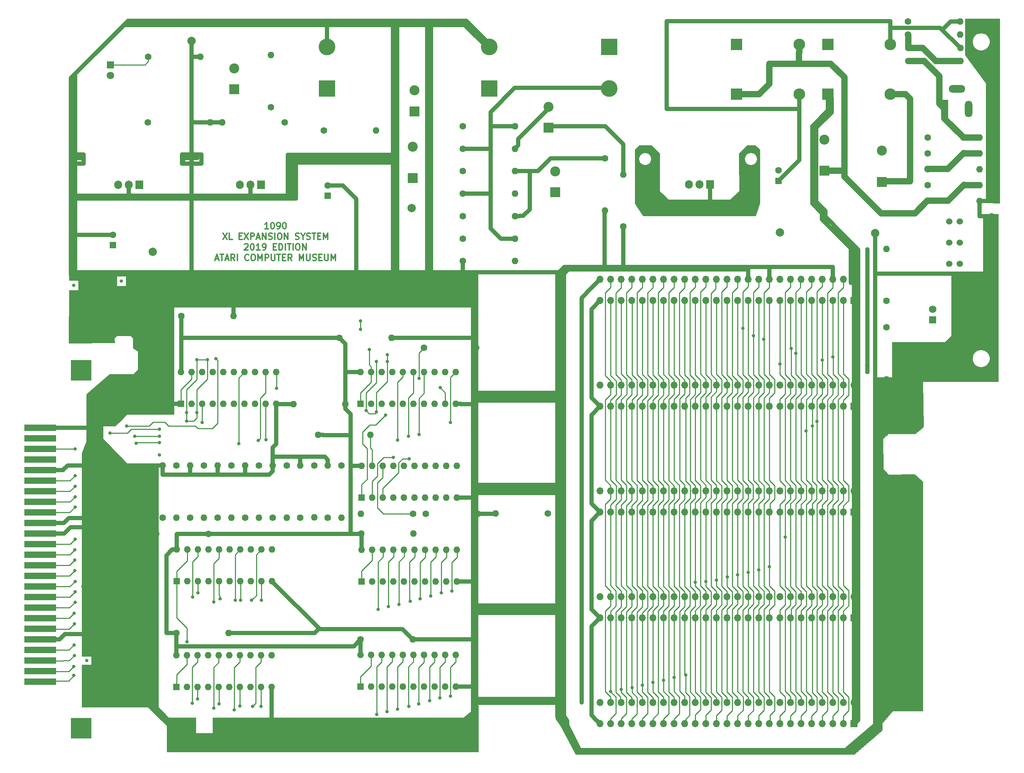
<source format=gbr>
G04 #@! TF.GenerationSoftware,KiCad,Pcbnew,5.1.8-5.1.8*
G04 #@! TF.CreationDate,2021-03-17T19:26:04-07:00*
G04 #@! TF.ProjectId,1090,31303930-2e6b-4696-9361-645f70636258,rev?*
G04 #@! TF.SameCoordinates,Original*
G04 #@! TF.FileFunction,Copper,L1,Top*
G04 #@! TF.FilePolarity,Positive*
%FSLAX46Y46*%
G04 Gerber Fmt 4.6, Leading zero omitted, Abs format (unit mm)*
G04 Created by KiCad (PCBNEW 5.1.8-5.1.8) date 2021-03-17 19:26:04*
%MOMM*%
%LPD*%
G01*
G04 APERTURE LIST*
G04 #@! TA.AperFunction,NonConductor*
%ADD10C,0.300000*%
G04 #@! TD*
G04 #@! TA.AperFunction,ComponentPad*
%ADD11O,1.700000X1.700000*%
G04 #@! TD*
G04 #@! TA.AperFunction,ComponentPad*
%ADD12R,1.700000X1.700000*%
G04 #@! TD*
G04 #@! TA.AperFunction,ConnectorPad*
%ADD13R,7.620000X1.524000*%
G04 #@! TD*
G04 #@! TA.AperFunction,ComponentPad*
%ADD14O,4.000000X1.800000*%
G04 #@! TD*
G04 #@! TA.AperFunction,ComponentPad*
%ADD15O,1.800000X4.000000*%
G04 #@! TD*
G04 #@! TA.AperFunction,ComponentPad*
%ADD16R,1.800000X4.400000*%
G04 #@! TD*
G04 #@! TA.AperFunction,ComponentPad*
%ADD17C,1.524000*%
G04 #@! TD*
G04 #@! TA.AperFunction,ComponentPad*
%ADD18C,1.600000*%
G04 #@! TD*
G04 #@! TA.AperFunction,ComponentPad*
%ADD19O,1.600000X1.600000*%
G04 #@! TD*
G04 #@! TA.AperFunction,ComponentPad*
%ADD20C,1.800000*%
G04 #@! TD*
G04 #@! TA.AperFunction,ComponentPad*
%ADD21R,1.800000X1.800000*%
G04 #@! TD*
G04 #@! TA.AperFunction,ComponentPad*
%ADD22O,2.800000X2.800000*%
G04 #@! TD*
G04 #@! TA.AperFunction,ComponentPad*
%ADD23R,2.800000X2.800000*%
G04 #@! TD*
G04 #@! TA.AperFunction,ComponentPad*
%ADD24C,4.000000*%
G04 #@! TD*
G04 #@! TA.AperFunction,ComponentPad*
%ADD25R,4.000000X4.000000*%
G04 #@! TD*
G04 #@! TA.AperFunction,ComponentPad*
%ADD26C,2.400000*%
G04 #@! TD*
G04 #@! TA.AperFunction,ComponentPad*
%ADD27R,2.400000X2.400000*%
G04 #@! TD*
G04 #@! TA.AperFunction,ComponentPad*
%ADD28R,5.000000X5.000000*%
G04 #@! TD*
G04 #@! TA.AperFunction,ComponentPad*
%ADD29R,1.600000X1.600000*%
G04 #@! TD*
G04 #@! TA.AperFunction,ComponentPad*
%ADD30R,1.905000X2.000000*%
G04 #@! TD*
G04 #@! TA.AperFunction,ComponentPad*
%ADD31O,1.905000X2.000000*%
G04 #@! TD*
G04 #@! TA.AperFunction,ComponentPad*
%ADD32C,2.000000*%
G04 #@! TD*
G04 #@! TA.AperFunction,ViaPad*
%ADD33C,0.800000*%
G04 #@! TD*
G04 #@! TA.AperFunction,Conductor*
%ADD34C,0.250000*%
G04 #@! TD*
G04 #@! TA.AperFunction,Conductor*
%ADD35C,1.016000*%
G04 #@! TD*
G04 #@! TA.AperFunction,Conductor*
%ADD36C,1.524000*%
G04 #@! TD*
G04 #@! TA.AperFunction,Conductor*
%ADD37C,0.025400*%
G04 #@! TD*
G04 #@! TA.AperFunction,Conductor*
%ADD38C,0.100000*%
G04 #@! TD*
G04 APERTURE END LIST*
D10*
X359040714Y-177048571D02*
X358183571Y-177048571D01*
X358612142Y-177048571D02*
X358612142Y-175548571D01*
X358469285Y-175762857D01*
X358326428Y-175905714D01*
X358183571Y-175977142D01*
X359969285Y-175548571D02*
X360112142Y-175548571D01*
X360255000Y-175620000D01*
X360326428Y-175691428D01*
X360397857Y-175834285D01*
X360469285Y-176120000D01*
X360469285Y-176477142D01*
X360397857Y-176762857D01*
X360326428Y-176905714D01*
X360255000Y-176977142D01*
X360112142Y-177048571D01*
X359969285Y-177048571D01*
X359826428Y-176977142D01*
X359755000Y-176905714D01*
X359683571Y-176762857D01*
X359612142Y-176477142D01*
X359612142Y-176120000D01*
X359683571Y-175834285D01*
X359755000Y-175691428D01*
X359826428Y-175620000D01*
X359969285Y-175548571D01*
X361183571Y-177048571D02*
X361469285Y-177048571D01*
X361612142Y-176977142D01*
X361683571Y-176905714D01*
X361826428Y-176691428D01*
X361897857Y-176405714D01*
X361897857Y-175834285D01*
X361826428Y-175691428D01*
X361755000Y-175620000D01*
X361612142Y-175548571D01*
X361326428Y-175548571D01*
X361183571Y-175620000D01*
X361112142Y-175691428D01*
X361040714Y-175834285D01*
X361040714Y-176191428D01*
X361112142Y-176334285D01*
X361183571Y-176405714D01*
X361326428Y-176477142D01*
X361612142Y-176477142D01*
X361755000Y-176405714D01*
X361826428Y-176334285D01*
X361897857Y-176191428D01*
X362826428Y-175548571D02*
X362969285Y-175548571D01*
X363112142Y-175620000D01*
X363183571Y-175691428D01*
X363255000Y-175834285D01*
X363326428Y-176120000D01*
X363326428Y-176477142D01*
X363255000Y-176762857D01*
X363183571Y-176905714D01*
X363112142Y-176977142D01*
X362969285Y-177048571D01*
X362826428Y-177048571D01*
X362683571Y-176977142D01*
X362612142Y-176905714D01*
X362540714Y-176762857D01*
X362469285Y-176477142D01*
X362469285Y-176120000D01*
X362540714Y-175834285D01*
X362612142Y-175691428D01*
X362683571Y-175620000D01*
X362826428Y-175548571D01*
X348112142Y-178098571D02*
X349112142Y-179598571D01*
X349112142Y-178098571D02*
X348112142Y-179598571D01*
X350397857Y-179598571D02*
X349683571Y-179598571D01*
X349683571Y-178098571D01*
X352040714Y-178812857D02*
X352540714Y-178812857D01*
X352755000Y-179598571D02*
X352040714Y-179598571D01*
X352040714Y-178098571D01*
X352755000Y-178098571D01*
X353255000Y-178098571D02*
X354255000Y-179598571D01*
X354255000Y-178098571D02*
X353255000Y-179598571D01*
X354826428Y-179598571D02*
X354826428Y-178098571D01*
X355397857Y-178098571D01*
X355540714Y-178170000D01*
X355612142Y-178241428D01*
X355683571Y-178384285D01*
X355683571Y-178598571D01*
X355612142Y-178741428D01*
X355540714Y-178812857D01*
X355397857Y-178884285D01*
X354826428Y-178884285D01*
X356255000Y-179170000D02*
X356969285Y-179170000D01*
X356112142Y-179598571D02*
X356612142Y-178098571D01*
X357112142Y-179598571D01*
X357612142Y-179598571D02*
X357612142Y-178098571D01*
X358469285Y-179598571D01*
X358469285Y-178098571D01*
X359112142Y-179527142D02*
X359326428Y-179598571D01*
X359683571Y-179598571D01*
X359826428Y-179527142D01*
X359897857Y-179455714D01*
X359969285Y-179312857D01*
X359969285Y-179170000D01*
X359897857Y-179027142D01*
X359826428Y-178955714D01*
X359683571Y-178884285D01*
X359397857Y-178812857D01*
X359255000Y-178741428D01*
X359183571Y-178670000D01*
X359112142Y-178527142D01*
X359112142Y-178384285D01*
X359183571Y-178241428D01*
X359255000Y-178170000D01*
X359397857Y-178098571D01*
X359755000Y-178098571D01*
X359969285Y-178170000D01*
X360612142Y-179598571D02*
X360612142Y-178098571D01*
X361612142Y-178098571D02*
X361897857Y-178098571D01*
X362040714Y-178170000D01*
X362183571Y-178312857D01*
X362255000Y-178598571D01*
X362255000Y-179098571D01*
X362183571Y-179384285D01*
X362040714Y-179527142D01*
X361897857Y-179598571D01*
X361612142Y-179598571D01*
X361469285Y-179527142D01*
X361326428Y-179384285D01*
X361255000Y-179098571D01*
X361255000Y-178598571D01*
X361326428Y-178312857D01*
X361469285Y-178170000D01*
X361612142Y-178098571D01*
X362897857Y-179598571D02*
X362897857Y-178098571D01*
X363755000Y-179598571D01*
X363755000Y-178098571D01*
X365540714Y-179527142D02*
X365755000Y-179598571D01*
X366112142Y-179598571D01*
X366255000Y-179527142D01*
X366326428Y-179455714D01*
X366397857Y-179312857D01*
X366397857Y-179170000D01*
X366326428Y-179027142D01*
X366255000Y-178955714D01*
X366112142Y-178884285D01*
X365826428Y-178812857D01*
X365683571Y-178741428D01*
X365612142Y-178670000D01*
X365540714Y-178527142D01*
X365540714Y-178384285D01*
X365612142Y-178241428D01*
X365683571Y-178170000D01*
X365826428Y-178098571D01*
X366183571Y-178098571D01*
X366397857Y-178170000D01*
X367326428Y-178884285D02*
X367326428Y-179598571D01*
X366826428Y-178098571D02*
X367326428Y-178884285D01*
X367826428Y-178098571D01*
X368255000Y-179527142D02*
X368469285Y-179598571D01*
X368826428Y-179598571D01*
X368969285Y-179527142D01*
X369040714Y-179455714D01*
X369112142Y-179312857D01*
X369112142Y-179170000D01*
X369040714Y-179027142D01*
X368969285Y-178955714D01*
X368826428Y-178884285D01*
X368540714Y-178812857D01*
X368397857Y-178741428D01*
X368326428Y-178670000D01*
X368255000Y-178527142D01*
X368255000Y-178384285D01*
X368326428Y-178241428D01*
X368397857Y-178170000D01*
X368540714Y-178098571D01*
X368897857Y-178098571D01*
X369112142Y-178170000D01*
X369540714Y-178098571D02*
X370397857Y-178098571D01*
X369969285Y-179598571D02*
X369969285Y-178098571D01*
X370897857Y-178812857D02*
X371397857Y-178812857D01*
X371612142Y-179598571D02*
X370897857Y-179598571D01*
X370897857Y-178098571D01*
X371612142Y-178098571D01*
X372255000Y-179598571D02*
X372255000Y-178098571D01*
X372755000Y-179170000D01*
X373255000Y-178098571D01*
X373255000Y-179598571D01*
X353326428Y-180791428D02*
X353397857Y-180720000D01*
X353540714Y-180648571D01*
X353897857Y-180648571D01*
X354040714Y-180720000D01*
X354112142Y-180791428D01*
X354183571Y-180934285D01*
X354183571Y-181077142D01*
X354112142Y-181291428D01*
X353255000Y-182148571D01*
X354183571Y-182148571D01*
X355112142Y-180648571D02*
X355255000Y-180648571D01*
X355397857Y-180720000D01*
X355469285Y-180791428D01*
X355540714Y-180934285D01*
X355612142Y-181220000D01*
X355612142Y-181577142D01*
X355540714Y-181862857D01*
X355469285Y-182005714D01*
X355397857Y-182077142D01*
X355255000Y-182148571D01*
X355112142Y-182148571D01*
X354969285Y-182077142D01*
X354897857Y-182005714D01*
X354826428Y-181862857D01*
X354755000Y-181577142D01*
X354755000Y-181220000D01*
X354826428Y-180934285D01*
X354897857Y-180791428D01*
X354969285Y-180720000D01*
X355112142Y-180648571D01*
X357040714Y-182148571D02*
X356183571Y-182148571D01*
X356612142Y-182148571D02*
X356612142Y-180648571D01*
X356469285Y-180862857D01*
X356326428Y-181005714D01*
X356183571Y-181077142D01*
X357755000Y-182148571D02*
X358040714Y-182148571D01*
X358183571Y-182077142D01*
X358255000Y-182005714D01*
X358397857Y-181791428D01*
X358469285Y-181505714D01*
X358469285Y-180934285D01*
X358397857Y-180791428D01*
X358326428Y-180720000D01*
X358183571Y-180648571D01*
X357897857Y-180648571D01*
X357755000Y-180720000D01*
X357683571Y-180791428D01*
X357612142Y-180934285D01*
X357612142Y-181291428D01*
X357683571Y-181434285D01*
X357755000Y-181505714D01*
X357897857Y-181577142D01*
X358183571Y-181577142D01*
X358326428Y-181505714D01*
X358397857Y-181434285D01*
X358469285Y-181291428D01*
X360255000Y-181362857D02*
X360755000Y-181362857D01*
X360969285Y-182148571D02*
X360255000Y-182148571D01*
X360255000Y-180648571D01*
X360969285Y-180648571D01*
X361612142Y-182148571D02*
X361612142Y-180648571D01*
X361969285Y-180648571D01*
X362183571Y-180720000D01*
X362326428Y-180862857D01*
X362397857Y-181005714D01*
X362469285Y-181291428D01*
X362469285Y-181505714D01*
X362397857Y-181791428D01*
X362326428Y-181934285D01*
X362183571Y-182077142D01*
X361969285Y-182148571D01*
X361612142Y-182148571D01*
X363112142Y-182148571D02*
X363112142Y-180648571D01*
X363612142Y-180648571D02*
X364469285Y-180648571D01*
X364040714Y-182148571D02*
X364040714Y-180648571D01*
X364969285Y-182148571D02*
X364969285Y-180648571D01*
X365969285Y-180648571D02*
X366255000Y-180648571D01*
X366397857Y-180720000D01*
X366540714Y-180862857D01*
X366612142Y-181148571D01*
X366612142Y-181648571D01*
X366540714Y-181934285D01*
X366397857Y-182077142D01*
X366255000Y-182148571D01*
X365969285Y-182148571D01*
X365826428Y-182077142D01*
X365683571Y-181934285D01*
X365612142Y-181648571D01*
X365612142Y-181148571D01*
X365683571Y-180862857D01*
X365826428Y-180720000D01*
X365969285Y-180648571D01*
X367255000Y-182148571D02*
X367255000Y-180648571D01*
X368112142Y-182148571D01*
X368112142Y-180648571D01*
X346326428Y-184270000D02*
X347040714Y-184270000D01*
X346183571Y-184698571D02*
X346683571Y-183198571D01*
X347183571Y-184698571D01*
X347469285Y-183198571D02*
X348326428Y-183198571D01*
X347897857Y-184698571D02*
X347897857Y-183198571D01*
X348755000Y-184270000D02*
X349469285Y-184270000D01*
X348612142Y-184698571D02*
X349112142Y-183198571D01*
X349612142Y-184698571D01*
X350969285Y-184698571D02*
X350469285Y-183984285D01*
X350112142Y-184698571D02*
X350112142Y-183198571D01*
X350683571Y-183198571D01*
X350826428Y-183270000D01*
X350897857Y-183341428D01*
X350969285Y-183484285D01*
X350969285Y-183698571D01*
X350897857Y-183841428D01*
X350826428Y-183912857D01*
X350683571Y-183984285D01*
X350112142Y-183984285D01*
X351612142Y-184698571D02*
X351612142Y-183198571D01*
X354326428Y-184555714D02*
X354255000Y-184627142D01*
X354040714Y-184698571D01*
X353897857Y-184698571D01*
X353683571Y-184627142D01*
X353540714Y-184484285D01*
X353469285Y-184341428D01*
X353397857Y-184055714D01*
X353397857Y-183841428D01*
X353469285Y-183555714D01*
X353540714Y-183412857D01*
X353683571Y-183270000D01*
X353897857Y-183198571D01*
X354040714Y-183198571D01*
X354255000Y-183270000D01*
X354326428Y-183341428D01*
X355255000Y-183198571D02*
X355540714Y-183198571D01*
X355683571Y-183270000D01*
X355826428Y-183412857D01*
X355897857Y-183698571D01*
X355897857Y-184198571D01*
X355826428Y-184484285D01*
X355683571Y-184627142D01*
X355540714Y-184698571D01*
X355255000Y-184698571D01*
X355112142Y-184627142D01*
X354969285Y-184484285D01*
X354897857Y-184198571D01*
X354897857Y-183698571D01*
X354969285Y-183412857D01*
X355112142Y-183270000D01*
X355255000Y-183198571D01*
X356540714Y-184698571D02*
X356540714Y-183198571D01*
X357040714Y-184270000D01*
X357540714Y-183198571D01*
X357540714Y-184698571D01*
X358255000Y-184698571D02*
X358255000Y-183198571D01*
X358826428Y-183198571D01*
X358969285Y-183270000D01*
X359040714Y-183341428D01*
X359112142Y-183484285D01*
X359112142Y-183698571D01*
X359040714Y-183841428D01*
X358969285Y-183912857D01*
X358826428Y-183984285D01*
X358255000Y-183984285D01*
X359755000Y-183198571D02*
X359755000Y-184412857D01*
X359826428Y-184555714D01*
X359897857Y-184627142D01*
X360040714Y-184698571D01*
X360326428Y-184698571D01*
X360469285Y-184627142D01*
X360540714Y-184555714D01*
X360612142Y-184412857D01*
X360612142Y-183198571D01*
X361112142Y-183198571D02*
X361969285Y-183198571D01*
X361540714Y-184698571D02*
X361540714Y-183198571D01*
X362469285Y-183912857D02*
X362969285Y-183912857D01*
X363183571Y-184698571D02*
X362469285Y-184698571D01*
X362469285Y-183198571D01*
X363183571Y-183198571D01*
X364683571Y-184698571D02*
X364183571Y-183984285D01*
X363826428Y-184698571D02*
X363826428Y-183198571D01*
X364397857Y-183198571D01*
X364540714Y-183270000D01*
X364612142Y-183341428D01*
X364683571Y-183484285D01*
X364683571Y-183698571D01*
X364612142Y-183841428D01*
X364540714Y-183912857D01*
X364397857Y-183984285D01*
X363826428Y-183984285D01*
X366469285Y-184698571D02*
X366469285Y-183198571D01*
X366969285Y-184270000D01*
X367469285Y-183198571D01*
X367469285Y-184698571D01*
X368183571Y-183198571D02*
X368183571Y-184412857D01*
X368255000Y-184555714D01*
X368326428Y-184627142D01*
X368469285Y-184698571D01*
X368755000Y-184698571D01*
X368897857Y-184627142D01*
X368969285Y-184555714D01*
X369040714Y-184412857D01*
X369040714Y-183198571D01*
X369683571Y-184627142D02*
X369897857Y-184698571D01*
X370255000Y-184698571D01*
X370397857Y-184627142D01*
X370469285Y-184555714D01*
X370540714Y-184412857D01*
X370540714Y-184270000D01*
X370469285Y-184127142D01*
X370397857Y-184055714D01*
X370255000Y-183984285D01*
X369969285Y-183912857D01*
X369826428Y-183841428D01*
X369755000Y-183770000D01*
X369683571Y-183627142D01*
X369683571Y-183484285D01*
X369755000Y-183341428D01*
X369826428Y-183270000D01*
X369969285Y-183198571D01*
X370326428Y-183198571D01*
X370540714Y-183270000D01*
X371183571Y-183912857D02*
X371683571Y-183912857D01*
X371897857Y-184698571D02*
X371183571Y-184698571D01*
X371183571Y-183198571D01*
X371897857Y-183198571D01*
X372540714Y-183198571D02*
X372540714Y-184412857D01*
X372612142Y-184555714D01*
X372683571Y-184627142D01*
X372826428Y-184698571D01*
X373112142Y-184698571D01*
X373255000Y-184627142D01*
X373326428Y-184555714D01*
X373397857Y-184412857D01*
X373397857Y-183198571D01*
X374112142Y-184698571D02*
X374112142Y-183198571D01*
X374612142Y-184270000D01*
X375112142Y-183198571D01*
X375112142Y-184698571D01*
D11*
X438650000Y-290810000D03*
X438650000Y-295890000D03*
X441190000Y-290810000D03*
X441190000Y-295890000D03*
X443730000Y-290810000D03*
X443730000Y-295890000D03*
X446270000Y-290810000D03*
X446270000Y-295890000D03*
X448810000Y-290810000D03*
X448810000Y-295890000D03*
X451350000Y-290810000D03*
X451350000Y-295890000D03*
X453890000Y-290810000D03*
X453890000Y-295890000D03*
X456430000Y-290810000D03*
X456430000Y-295890000D03*
X458970000Y-290810000D03*
X458970000Y-295890000D03*
X461510000Y-290810000D03*
X461510000Y-295890000D03*
X464050000Y-290810000D03*
X464050000Y-295890000D03*
X466590000Y-290810000D03*
X466590000Y-295890000D03*
X469130000Y-290810000D03*
X469130000Y-295890000D03*
X471670000Y-290810000D03*
X471670000Y-295890000D03*
X474210000Y-290810000D03*
X474210000Y-295890000D03*
X476750000Y-290810000D03*
X476750000Y-295890000D03*
X479290000Y-290810000D03*
X479290000Y-295890000D03*
X481830000Y-290810000D03*
X481830000Y-295890000D03*
X484370000Y-290810000D03*
X484370000Y-295890000D03*
X486910000Y-290810000D03*
X486910000Y-295890000D03*
X489450000Y-290810000D03*
X489450000Y-295890000D03*
X491990000Y-290810000D03*
X491990000Y-295890000D03*
X494530000Y-290810000D03*
X494530000Y-295890000D03*
X497070000Y-290810000D03*
X497070000Y-295890000D03*
X499610000Y-290810000D03*
D12*
X499610000Y-295890000D03*
D11*
X438650000Y-189200000D03*
X438650000Y-194280000D03*
X441190000Y-189200000D03*
X441190000Y-194280000D03*
X443730000Y-189200000D03*
X443730000Y-194280000D03*
X446270000Y-189200000D03*
X446270000Y-194280000D03*
X448810000Y-189200000D03*
X448810000Y-194280000D03*
X451350000Y-189200000D03*
X451350000Y-194280000D03*
X453890000Y-189200000D03*
X453890000Y-194280000D03*
X456430000Y-189200000D03*
X456430000Y-194280000D03*
X458970000Y-189200000D03*
X458970000Y-194280000D03*
X461510000Y-189200000D03*
X461510000Y-194280000D03*
X464050000Y-189200000D03*
X464050000Y-194280000D03*
X466590000Y-189200000D03*
X466590000Y-194280000D03*
X469130000Y-189200000D03*
X469130000Y-194280000D03*
X471670000Y-189200000D03*
X471670000Y-194280000D03*
X474210000Y-189200000D03*
X474210000Y-194280000D03*
X476750000Y-189200000D03*
X476750000Y-194280000D03*
X479290000Y-189200000D03*
X479290000Y-194280000D03*
X481830000Y-189200000D03*
X481830000Y-194280000D03*
X484370000Y-189200000D03*
X484370000Y-194280000D03*
X486910000Y-189200000D03*
X486910000Y-194280000D03*
X489450000Y-189200000D03*
X489450000Y-194280000D03*
X491990000Y-189200000D03*
X491990000Y-194280000D03*
X494530000Y-189200000D03*
X494530000Y-194280000D03*
X497070000Y-189200000D03*
X497070000Y-194280000D03*
X499610000Y-189200000D03*
D12*
X499610000Y-194280000D03*
D11*
X438660000Y-214610000D03*
X438660000Y-219690000D03*
X441200000Y-214610000D03*
X441200000Y-219690000D03*
X443740000Y-214610000D03*
X443740000Y-219690000D03*
X446280000Y-214610000D03*
X446280000Y-219690000D03*
X448820000Y-214610000D03*
X448820000Y-219690000D03*
X451360000Y-214610000D03*
X451360000Y-219690000D03*
X453900000Y-214610000D03*
X453900000Y-219690000D03*
X456440000Y-214610000D03*
X456440000Y-219690000D03*
X458980000Y-214610000D03*
X458980000Y-219690000D03*
X461520000Y-214610000D03*
X461520000Y-219690000D03*
X464060000Y-214610000D03*
X464060000Y-219690000D03*
X466600000Y-214610000D03*
X466600000Y-219690000D03*
X469140000Y-214610000D03*
X469140000Y-219690000D03*
X471680000Y-214610000D03*
X471680000Y-219690000D03*
X474220000Y-214610000D03*
X474220000Y-219690000D03*
X476760000Y-214610000D03*
X476760000Y-219690000D03*
X479300000Y-214610000D03*
X479300000Y-219690000D03*
X481840000Y-214610000D03*
X481840000Y-219690000D03*
X484380000Y-214610000D03*
X484380000Y-219690000D03*
X486920000Y-214610000D03*
X486920000Y-219690000D03*
X489460000Y-214610000D03*
X489460000Y-219690000D03*
X492000000Y-214610000D03*
X492000000Y-219690000D03*
X494540000Y-214610000D03*
X494540000Y-219690000D03*
X497080000Y-214610000D03*
X497080000Y-219690000D03*
X499620000Y-214610000D03*
D12*
X499620000Y-219690000D03*
D11*
X438660000Y-240000000D03*
X438660000Y-245080000D03*
X441200000Y-240000000D03*
X441200000Y-245080000D03*
X443740000Y-240000000D03*
X443740000Y-245080000D03*
X446280000Y-240000000D03*
X446280000Y-245080000D03*
X448820000Y-240000000D03*
X448820000Y-245080000D03*
X451360000Y-240000000D03*
X451360000Y-245080000D03*
X453900000Y-240000000D03*
X453900000Y-245080000D03*
X456440000Y-240000000D03*
X456440000Y-245080000D03*
X458980000Y-240000000D03*
X458980000Y-245080000D03*
X461520000Y-240000000D03*
X461520000Y-245080000D03*
X464060000Y-240000000D03*
X464060000Y-245080000D03*
X466600000Y-240000000D03*
X466600000Y-245080000D03*
X469140000Y-240000000D03*
X469140000Y-245080000D03*
X471680000Y-240000000D03*
X471680000Y-245080000D03*
X474220000Y-240000000D03*
X474220000Y-245080000D03*
X476760000Y-240000000D03*
X476760000Y-245080000D03*
X479300000Y-240000000D03*
X479300000Y-245080000D03*
X481840000Y-240000000D03*
X481840000Y-245080000D03*
X484380000Y-240000000D03*
X484380000Y-245080000D03*
X486920000Y-240000000D03*
X486920000Y-245080000D03*
X489460000Y-240000000D03*
X489460000Y-245080000D03*
X492000000Y-240000000D03*
X492000000Y-245080000D03*
X494540000Y-240000000D03*
X494540000Y-245080000D03*
X497080000Y-240000000D03*
X497080000Y-245080000D03*
X499620000Y-240000000D03*
D12*
X499620000Y-245080000D03*
D11*
X438640000Y-265410000D03*
X438640000Y-270490000D03*
X441180000Y-265410000D03*
X441180000Y-270490000D03*
X443720000Y-265410000D03*
X443720000Y-270490000D03*
X446260000Y-265410000D03*
X446260000Y-270490000D03*
X448800000Y-265410000D03*
X448800000Y-270490000D03*
X451340000Y-265410000D03*
X451340000Y-270490000D03*
X453880000Y-265410000D03*
X453880000Y-270490000D03*
X456420000Y-265410000D03*
X456420000Y-270490000D03*
X458960000Y-265410000D03*
X458960000Y-270490000D03*
X461500000Y-265410000D03*
X461500000Y-270490000D03*
X464040000Y-265410000D03*
X464040000Y-270490000D03*
X466580000Y-265410000D03*
X466580000Y-270490000D03*
X469120000Y-265410000D03*
X469120000Y-270490000D03*
X471660000Y-265410000D03*
X471660000Y-270490000D03*
X474200000Y-265410000D03*
X474200000Y-270490000D03*
X476740000Y-265410000D03*
X476740000Y-270490000D03*
X479280000Y-265410000D03*
X479280000Y-270490000D03*
X481820000Y-265410000D03*
X481820000Y-270490000D03*
X484360000Y-265410000D03*
X484360000Y-270490000D03*
X486900000Y-265410000D03*
X486900000Y-270490000D03*
X489440000Y-265410000D03*
X489440000Y-270490000D03*
X491980000Y-265410000D03*
X491980000Y-270490000D03*
X494520000Y-265410000D03*
X494520000Y-270490000D03*
X497060000Y-265410000D03*
X497060000Y-270490000D03*
X499600000Y-265410000D03*
D12*
X499600000Y-270490000D03*
D13*
X304290000Y-240100000D03*
X304290000Y-247720000D03*
X304290000Y-237560000D03*
X304290000Y-242640000D03*
X304290000Y-245180000D03*
X304290000Y-232480000D03*
X304290000Y-229940000D03*
X304290000Y-224860000D03*
X304290000Y-235020000D03*
X304290000Y-227400000D03*
X304290000Y-285820000D03*
X304290000Y-283280000D03*
X304290000Y-280740000D03*
X304290000Y-278200000D03*
X304290000Y-275660000D03*
X304290000Y-273120000D03*
X304290000Y-270580000D03*
X304290000Y-268040000D03*
X304290000Y-265500000D03*
X304290000Y-262960000D03*
X304290000Y-260420000D03*
X304290000Y-257880000D03*
X304290000Y-255340000D03*
X304290000Y-252800000D03*
X304290000Y-250260000D03*
D14*
X524357000Y-143469000D03*
D15*
X527157000Y-148269000D03*
D16*
X521357000Y-148269000D03*
D17*
X522500000Y-185480000D03*
X522500000Y-180400000D03*
X522500000Y-175320000D03*
X525040000Y-175320000D03*
X525040000Y-180400000D03*
X525040000Y-185480000D03*
X532660000Y-186750000D03*
X532660000Y-184210000D03*
X532660000Y-176590000D03*
X532660000Y-174050000D03*
D18*
X393780000Y-245470000D03*
D19*
X381280000Y-245470000D03*
D20*
X321115000Y-140241000D03*
D21*
X321115000Y-137701000D03*
D20*
X518483000Y-196425000D03*
D21*
X518483000Y-198965000D03*
D22*
X508364000Y-132777000D03*
D23*
X493364000Y-132767000D03*
D22*
X486440000Y-132777000D03*
D23*
X471440000Y-132767000D03*
D22*
X508364000Y-144715000D03*
D23*
X493364000Y-144705000D03*
D18*
X439830000Y-160145000D03*
D19*
X439830000Y-172645000D03*
D18*
X512648000Y-133664000D03*
D19*
X525148000Y-133664000D03*
D18*
X517275000Y-162747000D03*
D19*
X529775000Y-162747000D03*
D18*
X512573000Y-127304000D03*
D19*
X525073000Y-127304000D03*
D18*
X336990000Y-274099000D03*
D19*
X349490000Y-274099000D03*
D18*
X344630000Y-250350000D03*
D19*
X332130000Y-250350000D03*
D18*
X338180000Y-198020000D03*
D19*
X350680000Y-198020000D03*
D18*
X381313000Y-250238999D03*
D19*
X393813000Y-250238999D03*
D18*
X377530000Y-219120000D03*
D19*
X365030000Y-219120000D03*
D18*
X517275000Y-170367000D03*
D19*
X529775000Y-170367000D03*
D18*
X517275000Y-155127000D03*
D19*
X529775000Y-155127000D03*
D18*
X376106000Y-203233000D03*
D19*
X388606000Y-203233000D03*
D18*
X381186000Y-275623000D03*
D19*
X393686000Y-275623000D03*
D24*
X440876000Y-143383000D03*
D25*
X440876000Y-133383000D03*
D24*
X373120000Y-133389000D03*
D25*
X373120000Y-143389000D03*
D24*
X412047000Y-133416000D03*
D25*
X412047000Y-143416000D03*
D26*
X492530000Y-155645000D03*
D27*
X492530000Y-163145000D03*
D26*
X506262000Y-158309000D03*
D27*
X506262000Y-165809000D03*
D28*
X314140000Y-211010000D03*
D29*
X381440000Y-261720000D03*
D19*
X404300000Y-254100000D03*
X383980000Y-261720000D03*
X401760000Y-254100000D03*
X386520000Y-261720000D03*
X399220000Y-254100000D03*
X389060000Y-261720000D03*
X396680000Y-254100000D03*
X391600000Y-261720000D03*
X394140000Y-254100000D03*
X394140000Y-261720000D03*
X391600000Y-254100000D03*
X396680000Y-261720000D03*
X389060000Y-254100000D03*
X399220000Y-261720000D03*
X386520000Y-254100000D03*
X401760000Y-261720000D03*
X383980000Y-254100000D03*
X404300000Y-261720000D03*
X381440000Y-254100000D03*
D29*
X381186000Y-219108000D03*
D19*
X404046000Y-211488000D03*
X383726000Y-219108000D03*
X401506000Y-211488000D03*
X386266000Y-219108000D03*
X398966000Y-211488000D03*
X388806000Y-219108000D03*
X396426000Y-211488000D03*
X391346000Y-219108000D03*
X393886000Y-211488000D03*
X393886000Y-219108000D03*
X391346000Y-211488000D03*
X396426000Y-219108000D03*
X388806000Y-211488000D03*
X398966000Y-219108000D03*
X386266000Y-211488000D03*
X401506000Y-219108000D03*
X383726000Y-211488000D03*
X404046000Y-219108000D03*
X381186000Y-211488000D03*
D28*
X314130000Y-296959000D03*
D29*
X481505000Y-165545000D03*
D18*
X481505000Y-163045000D03*
D27*
X350805000Y-143545000D03*
D26*
X350805000Y-138545000D03*
D18*
X507405000Y-194370000D03*
D19*
X507405000Y-181870000D03*
D18*
X507355000Y-200695000D03*
D19*
X507355000Y-213195000D03*
D18*
X330194000Y-135769000D03*
D19*
X342694000Y-135769000D03*
D18*
X396426000Y-205646000D03*
D19*
X408926000Y-205646000D03*
D18*
X371026000Y-226537500D03*
D19*
X383526000Y-226537500D03*
D18*
X336980000Y-233920000D03*
D19*
X336980000Y-246420000D03*
D18*
X343580000Y-233920000D03*
D19*
X343580000Y-246420000D03*
D18*
X350180000Y-233920000D03*
D19*
X350180000Y-246420000D03*
D18*
X356802000Y-233920000D03*
D19*
X356802000Y-246420000D03*
D18*
X363430000Y-233920000D03*
D19*
X363430000Y-246420000D03*
D18*
X370030000Y-233870000D03*
D19*
X370030000Y-246370000D03*
D18*
X376614000Y-233920000D03*
D19*
X376614000Y-246420000D03*
D18*
X426110000Y-245430000D03*
D19*
X413610000Y-245430000D03*
X347955000Y-151495000D03*
D18*
X362955000Y-151495000D03*
X512573000Y-130459000D03*
D19*
X525073000Y-130459000D03*
D18*
X512648000Y-136819000D03*
D19*
X525148000Y-136819000D03*
D18*
X517275000Y-166557000D03*
D19*
X529775000Y-166557000D03*
D18*
X517275000Y-158937000D03*
D19*
X529775000Y-158937000D03*
X337075000Y-254082000D03*
X359935000Y-261702000D03*
X339615000Y-254082000D03*
X357395000Y-261702000D03*
X342155000Y-254082000D03*
X354855000Y-261702000D03*
X344695000Y-254082000D03*
X352315000Y-261702000D03*
X347235000Y-254082000D03*
X349775000Y-261702000D03*
X349775000Y-254082000D03*
X347235000Y-261702000D03*
X352315000Y-254082000D03*
X344695000Y-261702000D03*
X354855000Y-254082000D03*
X342155000Y-261702000D03*
X357395000Y-254082000D03*
X339615000Y-261702000D03*
X359935000Y-254082000D03*
D29*
X337075000Y-261702000D03*
D19*
X381186000Y-279392001D03*
X404046000Y-287012001D03*
X383726000Y-279392001D03*
X401506000Y-287012001D03*
X386266000Y-279392001D03*
X398966000Y-287012001D03*
X388806000Y-279392001D03*
X396426000Y-287012001D03*
X391346000Y-279392001D03*
X393886000Y-287012001D03*
X393886000Y-279392001D03*
X391346000Y-287012001D03*
X396426000Y-279392001D03*
X388806000Y-287012001D03*
X398966000Y-279392001D03*
X386266000Y-287012001D03*
X401506000Y-279392001D03*
X383726000Y-287012001D03*
X404046000Y-279392001D03*
D29*
X381186000Y-287012001D03*
D19*
X381440000Y-233967000D03*
X404300000Y-241587000D03*
X383980000Y-233967000D03*
X401760000Y-241587000D03*
X386520000Y-233967000D03*
X399220000Y-241587000D03*
X389060000Y-233967000D03*
X396680000Y-241587000D03*
X391600000Y-233967000D03*
X394140000Y-241587000D03*
X394140000Y-233967000D03*
X391600000Y-241587000D03*
X396680000Y-233967000D03*
X389060000Y-241587000D03*
X399220000Y-233967000D03*
X386520000Y-241587000D03*
X401760000Y-233967000D03*
X383980000Y-241587000D03*
X404300000Y-233967000D03*
D29*
X381440000Y-241587000D03*
X338091000Y-219108000D03*
D19*
X360951000Y-211488000D03*
X340631000Y-219108000D03*
X358411000Y-211488000D03*
X343171000Y-219108000D03*
X355871000Y-211488000D03*
X345711000Y-219108000D03*
X353331000Y-211488000D03*
X348251000Y-219108000D03*
X350791000Y-211488000D03*
X350791000Y-219108000D03*
X348251000Y-211488000D03*
X353331000Y-219108000D03*
X345711000Y-211488000D03*
X355871000Y-219108000D03*
X343171000Y-211488000D03*
X358411000Y-219108000D03*
X340631000Y-211488000D03*
X360951000Y-219108000D03*
X338091000Y-211488000D03*
D22*
X486440000Y-144715000D03*
D23*
X471440000Y-144705000D03*
D30*
X465030000Y-166420000D03*
D31*
X462490000Y-166420000D03*
X459950000Y-166420000D03*
D30*
X328100000Y-166530000D03*
D31*
X325560000Y-166530000D03*
X323020000Y-166530000D03*
X352180000Y-166500000D03*
X354720000Y-166500000D03*
D30*
X357260000Y-166500000D03*
D18*
X330067000Y-151517000D03*
D19*
X345067000Y-151517000D03*
X359658000Y-135334000D03*
D18*
X359658000Y-147834000D03*
D19*
X336996000Y-279433000D03*
X359856000Y-287053000D03*
X339536000Y-279433000D03*
X357316000Y-287053000D03*
X342076000Y-279433000D03*
X354776000Y-287053000D03*
X344616000Y-279433000D03*
X352236000Y-287053000D03*
X347156000Y-279433000D03*
X349696000Y-287053000D03*
X349696000Y-279433000D03*
X347156000Y-287053000D03*
X352236000Y-279433000D03*
X344616000Y-287053000D03*
X354776000Y-279433000D03*
X342076000Y-287053000D03*
X357316000Y-279433000D03*
X339536000Y-287053000D03*
X359856000Y-279433000D03*
D29*
X336996000Y-287053000D03*
D26*
X394075000Y-143850000D03*
D27*
X394075000Y-148850000D03*
X426271000Y-152814000D03*
D26*
X426271000Y-147814000D03*
X427922000Y-163308000D03*
D27*
X427922000Y-168308000D03*
X393694000Y-164852000D03*
D26*
X393694000Y-157352000D03*
D29*
X373260000Y-169160000D03*
D18*
X373260000Y-166660000D03*
X321750000Y-178508000D03*
D29*
X321750000Y-181008000D03*
D19*
X384858000Y-153422000D03*
D18*
X372358000Y-153422000D03*
D19*
X444255000Y-164020000D03*
D18*
X444255000Y-176520000D03*
D19*
X418197000Y-184818000D03*
D18*
X405697000Y-184818000D03*
D19*
X418197000Y-152433000D03*
D18*
X405697000Y-152433000D03*
X405697000Y-179420500D03*
D19*
X418197000Y-179420500D03*
D18*
X405697000Y-157830500D03*
D19*
X418197000Y-157830500D03*
D18*
X405697000Y-168625500D03*
D19*
X418197000Y-168625500D03*
D18*
X405697000Y-163228000D03*
D19*
X418197000Y-163228000D03*
D18*
X405697000Y-174023000D03*
D19*
X418197000Y-174023000D03*
D18*
X333688000Y-246413000D03*
D19*
X333688000Y-233913000D03*
X340292000Y-233913000D03*
D18*
X340292000Y-246413000D03*
X346896000Y-246413000D03*
D19*
X346896000Y-233913000D03*
X353500000Y-233913000D03*
D18*
X353500000Y-246413000D03*
X360104000Y-246413000D03*
D19*
X360104000Y-233913000D03*
X366708000Y-233913000D03*
D18*
X366708000Y-246413000D03*
D19*
X373312000Y-233913000D03*
D18*
X373312000Y-246413000D03*
D19*
X409280000Y-245513000D03*
D18*
X396780000Y-245513000D03*
D32*
X393440000Y-172091000D03*
X495680000Y-177930000D03*
X331275000Y-182620000D03*
X481850000Y-177920000D03*
X340608000Y-131959000D03*
X504690000Y-178070000D03*
D33*
X315425400Y-280700000D03*
X332930000Y-231370000D03*
X323790000Y-189630000D03*
X312300000Y-190610000D03*
X312670000Y-246510000D03*
X339430000Y-221170000D03*
X341880000Y-221170000D03*
X382480000Y-220720000D03*
X384980000Y-208920000D03*
X344429998Y-208520000D03*
X341880000Y-208520000D03*
X384980000Y-221020000D03*
X387580000Y-208920000D03*
X387580000Y-207270000D03*
X312670000Y-248749998D03*
X309116000Y-250270000D03*
X383280000Y-206070000D03*
X339430000Y-223244990D03*
X504675000Y-216900000D03*
X504675000Y-218450000D03*
X504645000Y-242125000D03*
X504645000Y-243675000D03*
X504680000Y-267190000D03*
X504680000Y-268740000D03*
X504680000Y-294485000D03*
X504680000Y-292935000D03*
X486480000Y-148320000D03*
X494530000Y-186240000D03*
X504690000Y-187770000D03*
X315705000Y-227720000D03*
X429780000Y-232310000D03*
X429800000Y-217650000D03*
X429800000Y-268400000D03*
X429800000Y-282050000D03*
X314510000Y-262960000D03*
X477970000Y-203570000D03*
X472940000Y-200930000D03*
X434213000Y-290830000D03*
X434213000Y-214630000D03*
X434213000Y-265403000D03*
X434213000Y-239983000D03*
X502690000Y-209875000D03*
X502690000Y-211425000D03*
X502780000Y-183560000D03*
X502780000Y-181980000D03*
X392830000Y-232270000D03*
X389030000Y-231970000D03*
X475476800Y-202700000D03*
X483098400Y-251100000D03*
X339536000Y-276187800D03*
X390080000Y-227820000D03*
X351929982Y-228620000D03*
X485640000Y-206930000D03*
X332930000Y-228370000D03*
X488110000Y-225560000D03*
X327304963Y-228583163D03*
X321070000Y-226120000D03*
X332930000Y-225170000D03*
X490700000Y-223320000D03*
X340810000Y-290940000D03*
X385070000Y-293650000D03*
X441200000Y-288150000D03*
X345939990Y-292160010D03*
X387530000Y-293010000D03*
X443728820Y-287660000D03*
X350860005Y-292604990D03*
X390060000Y-292440000D03*
X446327820Y-287230000D03*
X392790000Y-291720000D03*
X355250002Y-291704990D03*
X448806820Y-286640000D03*
X395150000Y-291099994D03*
X357310000Y-291704997D03*
X451375820Y-285930000D03*
X397710000Y-290390000D03*
X352220000Y-291660000D03*
X453924820Y-285420000D03*
X400230000Y-289710000D03*
X347170000Y-291140000D03*
X456420000Y-284760000D03*
X402776000Y-289262800D03*
X342080000Y-289940000D03*
X459208220Y-284170000D03*
X385380000Y-268440000D03*
X340880004Y-265490004D03*
X461540000Y-261900000D03*
X387840000Y-267800000D03*
X345950002Y-266660000D03*
X464050000Y-261790000D03*
X390370000Y-267230000D03*
X351070000Y-266244990D03*
X466610000Y-261380000D03*
X393100000Y-266510000D03*
X355030000Y-266244988D03*
X469170000Y-260670000D03*
X395460000Y-265889994D03*
X357399998Y-266244988D03*
X471690000Y-260110000D03*
X398020000Y-265180000D03*
X352339998Y-266244990D03*
X474220000Y-259570000D03*
X400540000Y-264500000D03*
X347480012Y-265930012D03*
X476760000Y-258990000D03*
X403086000Y-264052800D03*
X342155008Y-264479960D03*
X479310000Y-258200000D03*
X402780000Y-223570000D03*
X481850000Y-209510000D03*
X343171000Y-223594990D03*
X395180000Y-212970000D03*
X346480000Y-208220000D03*
X325030000Y-224420000D03*
X484522820Y-205804990D03*
X312630000Y-241390000D03*
X332930000Y-226870000D03*
X489580000Y-224410000D03*
X326979952Y-226870000D03*
X395179994Y-226420000D03*
X358430000Y-227744990D03*
X491990000Y-208560000D03*
X392630000Y-226870000D03*
X356630000Y-227920000D03*
X494560000Y-207820000D03*
X312340000Y-284280000D03*
X312630000Y-238850000D03*
X360980000Y-215370000D03*
X312630000Y-236340000D03*
X312630000Y-243880000D03*
X400280000Y-215220000D03*
X312630000Y-229930000D03*
X387180000Y-221820000D03*
X312352000Y-282135400D03*
X312477400Y-279510000D03*
X312412000Y-276960000D03*
X312470000Y-271900000D03*
X312440000Y-269390000D03*
X312630000Y-266740000D03*
X312630000Y-264240000D03*
X312630000Y-261740000D03*
X312580000Y-259120000D03*
X312610000Y-256580000D03*
X312610000Y-254130000D03*
X312680000Y-251600000D03*
X381130000Y-201170000D03*
X381130000Y-199170000D03*
X506262000Y-165809000D03*
D34*
X467849800Y-237429800D02*
X467849800Y-217620200D01*
X469120000Y-267320000D02*
X469120000Y-264100000D01*
X467875200Y-268564800D02*
X469120000Y-267320000D01*
X467849800Y-217620200D02*
X469140000Y-216330000D01*
X469140000Y-213300000D02*
X467875200Y-212035200D01*
X467875200Y-288335200D02*
X467875200Y-268564800D01*
X469130000Y-290801328D02*
X469130000Y-289590000D01*
X469130000Y-289590000D02*
X467875200Y-288335200D01*
X467875200Y-262855200D02*
X467875200Y-243044210D01*
X467875200Y-243044210D02*
X469140000Y-241779410D01*
X469140000Y-241779410D02*
X469140000Y-238720000D01*
X469130000Y-190950000D02*
X469130000Y-189200000D01*
X469140000Y-238720000D02*
X467849800Y-237429800D01*
X469140000Y-216330000D02*
X469140000Y-213300000D01*
X467875200Y-212035200D02*
X467875200Y-192204800D01*
X469120000Y-264100000D02*
X467875200Y-262855200D01*
X467875200Y-192204800D02*
X469130000Y-190950000D01*
D35*
X499610000Y-296010000D02*
X499610000Y-291738178D01*
X499600000Y-266228178D02*
X499600000Y-270500000D01*
X499610000Y-240818178D02*
X499610000Y-245090000D01*
X499610000Y-214610000D02*
X499610000Y-218881822D01*
X499600000Y-219692234D02*
X499600000Y-240790000D01*
X499600000Y-245172234D02*
X499600000Y-266270000D01*
X500590000Y-190022558D02*
X500590000Y-295020000D01*
X498870000Y-190070000D02*
X499803946Y-190070000D01*
X500590000Y-295010000D02*
X499591256Y-296008744D01*
X498870000Y-190073946D02*
X498870000Y-189140000D01*
X491927000Y-174764000D02*
X493341213Y-174764000D01*
X489580000Y-152455000D02*
X489580000Y-170970000D01*
X493364000Y-144705000D02*
X493364000Y-148671000D01*
X493364000Y-148671000D02*
X489580000Y-152455000D01*
X490530000Y-152820000D02*
X490530000Y-171445000D01*
X494230000Y-149120000D02*
X490530000Y-152820000D01*
X494230000Y-145670000D02*
X494230000Y-149120000D01*
X493364000Y-144705000D02*
X493364000Y-144804000D01*
X493364000Y-144804000D02*
X494230000Y-145670000D01*
X491927000Y-173349787D02*
X491927000Y-174764000D01*
X489580000Y-170970000D02*
X489580000Y-171002787D01*
X489580000Y-171002787D02*
X491927000Y-173349787D01*
X493341213Y-174764000D02*
X494680000Y-176102787D01*
X500590000Y-182074079D02*
X500590000Y-190060000D01*
X492705000Y-174127787D02*
X494680000Y-176102787D01*
X492705000Y-172795000D02*
X492705000Y-174127787D01*
X489580000Y-170895000D02*
X489580000Y-169670000D01*
X489580000Y-169670000D02*
X492705000Y-172795000D01*
X499600000Y-270500000D02*
X499600000Y-291680000D01*
X499600000Y-270490000D02*
X499610000Y-270500000D01*
X499610000Y-189200000D02*
X499610000Y-214630000D01*
X494680000Y-176164079D02*
X500590000Y-182074079D01*
X494680000Y-176102787D02*
X494680000Y-176164079D01*
X493780000Y-176617000D02*
X491927000Y-174764000D01*
X498870000Y-189116382D02*
X498870000Y-181707000D01*
X498870000Y-181707000D02*
X493780000Y-176617000D01*
X499610000Y-181970000D02*
X499530000Y-181890000D01*
X499610000Y-189188665D02*
X499610000Y-181970000D01*
X338605000Y-160070000D02*
X341955000Y-160070000D01*
X338580000Y-161100000D02*
X338580000Y-159240000D01*
X338300000Y-161380000D02*
X338300000Y-159250000D01*
X338300000Y-159240000D02*
X341700000Y-159240000D01*
D34*
X344429998Y-209085685D02*
X344429998Y-208520000D01*
X344429998Y-209685681D02*
X344429998Y-209085685D01*
X344430002Y-209685685D02*
X344429998Y-209685681D01*
X344430002Y-213119998D02*
X344430002Y-209685685D01*
X341880000Y-221170000D02*
X341880000Y-215670000D01*
X341880000Y-215670000D02*
X344430002Y-213119998D01*
X344429998Y-208520000D02*
X341880000Y-208520000D01*
X339430000Y-215720000D02*
X339430000Y-221170000D01*
X341880000Y-208570000D02*
X341880000Y-213270000D01*
X341880000Y-213270000D02*
X339430000Y-215720000D01*
X341880000Y-208520000D02*
X341880000Y-208520000D01*
X387580000Y-208920000D02*
X387580000Y-207270000D01*
X384980000Y-213970000D02*
X384980000Y-208920000D01*
X382480000Y-220720000D02*
X382480000Y-216470000D01*
X382480000Y-216470000D02*
X384980000Y-213970000D01*
X384980000Y-216370000D02*
X384980000Y-221020000D01*
X387580000Y-208920000D02*
X387580000Y-213770000D01*
X387580000Y-213770000D02*
X384980000Y-216370000D01*
D35*
X333688000Y-235044370D02*
X333680000Y-235052370D01*
X333688000Y-233913000D02*
X333688000Y-235044370D01*
X333680000Y-235052370D02*
X333680000Y-236120000D01*
X333680000Y-236120000D02*
X340330000Y-236120000D01*
X340292000Y-236082000D02*
X340292000Y-233913000D01*
X340330000Y-236120000D02*
X340292000Y-236082000D01*
X340330000Y-236120000D02*
X346830000Y-236120000D01*
X346896000Y-236054000D02*
X346896000Y-233913000D01*
X346830000Y-236120000D02*
X346896000Y-236054000D01*
X353430000Y-236120000D02*
X359230000Y-236120000D01*
X360104000Y-235246000D02*
X360104000Y-233913000D01*
X359230000Y-236120000D02*
X360104000Y-235246000D01*
X360963000Y-219120000D02*
X360951000Y-219108000D01*
X365030000Y-219120000D02*
X360963000Y-219120000D01*
X360951000Y-219108000D02*
X360951000Y-228749000D01*
X360951000Y-228749000D02*
X360104000Y-229596000D01*
X366708000Y-232781630D02*
X366680000Y-232753630D01*
X366708000Y-233913000D02*
X366708000Y-232781630D01*
X366680000Y-232753630D02*
X366680000Y-231770000D01*
X366680000Y-231770000D02*
X360104000Y-231770000D01*
X360104000Y-229596000D02*
X360104000Y-231770000D01*
X360104000Y-231770000D02*
X360104000Y-233913000D01*
X373312000Y-232502000D02*
X373312000Y-233913000D01*
X366680000Y-231770000D02*
X372580000Y-231770000D01*
X372580000Y-231770000D02*
X373312000Y-232502000D01*
X309116000Y-250270000D02*
X309136000Y-250250000D01*
X304290000Y-250270000D02*
X309116000Y-250270000D01*
X309136000Y-250250000D02*
X310030000Y-250250000D01*
X304300000Y-247710000D02*
X309126000Y-247710000D01*
X309136000Y-247710000D02*
X309970000Y-247710000D01*
X309970000Y-247710000D02*
X311170000Y-246510000D01*
X311170000Y-246510000D02*
X312670000Y-246510000D01*
D34*
X340631000Y-211488000D02*
X340631000Y-213119000D01*
X338091000Y-215659000D02*
X338091000Y-219108000D01*
X340631000Y-213119000D02*
X338091000Y-215659000D01*
X381186000Y-218058000D02*
X381186000Y-219108000D01*
X381186000Y-216414000D02*
X381186000Y-218058000D01*
X383726000Y-211488000D02*
X383726000Y-213874000D01*
X383726000Y-213874000D02*
X381186000Y-216414000D01*
D35*
X352661841Y-236120000D02*
X353430000Y-236120000D01*
X346830000Y-236120000D02*
X352661841Y-236120000D01*
X353500000Y-236050000D02*
X353500000Y-233913000D01*
X353430000Y-236120000D02*
X353500000Y-236050000D01*
D34*
X384980000Y-221020000D02*
X384980000Y-221120000D01*
X384980000Y-221120000D02*
X384680000Y-221420000D01*
X383180000Y-221420000D02*
X382480000Y-220720000D01*
X384680000Y-221420000D02*
X383180000Y-221420000D01*
X383280000Y-209720000D02*
X383280000Y-206070000D01*
X383726000Y-211488000D02*
X383726000Y-210166000D01*
X383726000Y-210166000D02*
X383280000Y-209720000D01*
D35*
X408926000Y-245159000D02*
X409280000Y-245513000D01*
X405189370Y-219120000D02*
X408926000Y-219120000D01*
X405177370Y-219108000D02*
X405189370Y-219120000D01*
X404046000Y-219108000D02*
X405177370Y-219108000D01*
X405464370Y-241620000D02*
X408926000Y-241620000D01*
X404300000Y-241587000D02*
X405431370Y-241587000D01*
X405431370Y-241587000D02*
X405464370Y-241620000D01*
X408926000Y-219120000D02*
X408926000Y-241620000D01*
D34*
X339430000Y-221170000D02*
X339430000Y-223244990D01*
D35*
X466880000Y-186570000D02*
X466872337Y-186577663D01*
X479290000Y-189210328D02*
X479290000Y-186390000D01*
X508364000Y-130797102D02*
X508355000Y-130788102D01*
X508364000Y-132777000D02*
X508364000Y-130797102D01*
X508355000Y-127245000D02*
X454630000Y-127245000D01*
X454630000Y-127245000D02*
X454630000Y-148320000D01*
X454630000Y-148320000D02*
X486480000Y-148320000D01*
X486440000Y-148280000D02*
X486440000Y-144715000D01*
X486440000Y-148280000D02*
X486480000Y-148320000D01*
X508355000Y-130788102D02*
X508355000Y-127995000D01*
X508355000Y-127995000D02*
X508355000Y-127245000D01*
X525073000Y-127304000D02*
X522821000Y-127304000D01*
X522821000Y-127304000D02*
X521230000Y-128895000D01*
X311692000Y-178508000D02*
X321750000Y-178508000D01*
X311680000Y-178520000D02*
X311692000Y-178508000D01*
X340608000Y-133373213D02*
X340605000Y-133376213D01*
X340608000Y-131959000D02*
X340608000Y-133373213D01*
X380105000Y-187470000D02*
X340605000Y-187470000D01*
X373105000Y-130545573D02*
X373105000Y-127120000D01*
X373120000Y-130560573D02*
X373105000Y-130545573D01*
X373120000Y-133389000D02*
X373120000Y-130560573D01*
X341562630Y-135769000D02*
X341561630Y-135770000D01*
X342694000Y-135769000D02*
X341562630Y-135769000D01*
X340605000Y-133376213D02*
X340605000Y-135770000D01*
X341561630Y-135770000D02*
X340605000Y-135770000D01*
X345089000Y-151495000D02*
X345067000Y-151517000D01*
X347955000Y-151495000D02*
X345089000Y-151495000D01*
X343932630Y-151520000D02*
X340605000Y-151520000D01*
X343935630Y-151517000D02*
X343932630Y-151520000D01*
X345067000Y-151517000D02*
X343935630Y-151517000D01*
X340605000Y-135770000D02*
X340605000Y-151520000D01*
X504670000Y-187820000D02*
X504670000Y-178070000D01*
X512480000Y-213145000D02*
X520730000Y-213145000D01*
X504670000Y-187835000D02*
X504670000Y-213260000D01*
X340605000Y-187470000D02*
X312730000Y-187470000D01*
X312630000Y-187370000D02*
X312730000Y-187470000D01*
X359856000Y-288184370D02*
X359855000Y-288185370D01*
X359856000Y-287053000D02*
X359856000Y-288184370D01*
X359855000Y-288185370D02*
X359855000Y-295045000D01*
X409280000Y-245513000D02*
X408905000Y-245888000D01*
X408905000Y-245888000D02*
X408905000Y-261345000D01*
X408880000Y-261720000D02*
X408905000Y-261695000D01*
X404300000Y-261720000D02*
X408880000Y-261720000D01*
X405784670Y-287012001D02*
X404046000Y-287012001D01*
X408905000Y-287020000D02*
X405792669Y-287020000D01*
X405792669Y-287020000D02*
X405784670Y-287012001D01*
X408126001Y-206445999D02*
X408126001Y-206448999D01*
X408926000Y-205646000D02*
X408126001Y-206445999D01*
X408926000Y-204514630D02*
X408930000Y-204510630D01*
X408926000Y-205646000D02*
X408926000Y-204514630D01*
X408930000Y-187670000D02*
X408730000Y-187470000D01*
X408126001Y-187491001D02*
X408105000Y-187470000D01*
X408130000Y-206452998D02*
X408126001Y-206448999D01*
X408730000Y-187470000D02*
X408105000Y-187470000D01*
X310206000Y-274340000D02*
X314750000Y-274340000D01*
X308936000Y-275610000D02*
X310206000Y-274340000D01*
X313235685Y-248749998D02*
X313235687Y-248750000D01*
X312670000Y-248749998D02*
X313235685Y-248749998D01*
X312650687Y-248750000D02*
X314360000Y-248750000D01*
X312655000Y-246510000D02*
X314730000Y-246510000D01*
X310860000Y-233900000D02*
X314810000Y-233900000D01*
X309735000Y-235025000D02*
X310860000Y-233900000D01*
X309121000Y-235015000D02*
X309755000Y-235015000D01*
X304290000Y-235020000D02*
X309116000Y-235020000D01*
X309116000Y-235020000D02*
X309121000Y-235015000D01*
X350680000Y-198020000D02*
X350680000Y-196888630D01*
X350680000Y-196888630D02*
X350680000Y-195545000D01*
X336275000Y-219108000D02*
X336262000Y-219095000D01*
X338091000Y-219108000D02*
X336275000Y-219108000D01*
X336262000Y-219095000D02*
X335505000Y-219095000D01*
D34*
X341130010Y-223244990D02*
X339430000Y-223244990D01*
X341880000Y-221170000D02*
X341880000Y-222495000D01*
X341880000Y-222495000D02*
X341130010Y-223244990D01*
D35*
X408930000Y-204510630D02*
X408930000Y-188445000D01*
X408930000Y-188445000D02*
X408930000Y-187670000D01*
X408926000Y-243570000D02*
X408926000Y-245159000D01*
X408926000Y-241620000D02*
X408926000Y-242570000D01*
X408926000Y-242570000D02*
X408926000Y-243570000D01*
X408905000Y-261345000D02*
X408905000Y-269720000D01*
X408926000Y-218345000D02*
X408926000Y-219120000D01*
X408926000Y-217345000D02*
X408926000Y-218345000D01*
X408926000Y-205646000D02*
X408926000Y-216420000D01*
X408926000Y-216420000D02*
X408926000Y-217345000D01*
X397155000Y-128120000D02*
X397155000Y-187445000D01*
X397155000Y-187445000D02*
X397130000Y-187470000D01*
X398130000Y-187470000D02*
X398130000Y-128145000D01*
X398155000Y-128120000D02*
X397155000Y-128120000D01*
X398130000Y-128145000D02*
X398155000Y-128120000D01*
X408105000Y-187470000D02*
X398130000Y-187470000D01*
X398130000Y-187470000D02*
X397130000Y-187470000D01*
X397155000Y-128120000D02*
X392130000Y-128120000D01*
X397130000Y-187470000D02*
X389905000Y-187470000D01*
X389930000Y-187445000D02*
X389905000Y-187470000D01*
X389930000Y-128120000D02*
X389930000Y-187445000D01*
X389905000Y-187470000D02*
X388980000Y-187470000D01*
X392130000Y-128120000D02*
X388980000Y-128120000D01*
X388980000Y-187470000D02*
X380105000Y-187470000D01*
X354730000Y-166514000D02*
X354730000Y-168530000D01*
X354730000Y-168470000D02*
X354730000Y-169036000D01*
X355330000Y-169095000D02*
X363055000Y-169095000D01*
X363750000Y-169095000D02*
X363750000Y-159320000D01*
X388980000Y-128120000D02*
X388980000Y-159245000D01*
X364330000Y-160345000D02*
X364380000Y-160295000D01*
X388955000Y-160295000D02*
X388980000Y-160320000D01*
X364370000Y-161170000D02*
X388945000Y-161170000D01*
X388980000Y-159245000D02*
X388980000Y-160320000D01*
X388980000Y-160320000D02*
X388980000Y-187470000D01*
X364720000Y-159330000D02*
X364720000Y-168892254D01*
X363705000Y-169082254D02*
X364330000Y-169070000D01*
X363905000Y-168882254D02*
X363705000Y-169082254D01*
X363055000Y-169095000D02*
X363705000Y-169082254D01*
X365690000Y-169065000D02*
X365690000Y-169790000D01*
X312630000Y-169695000D02*
X312630000Y-187370000D01*
X312705000Y-169095000D02*
X312630000Y-169020000D01*
X312630000Y-169020000D02*
X312630000Y-169695000D01*
X325630000Y-168616000D02*
X325630000Y-169095000D01*
X325560000Y-168546000D02*
X325630000Y-168616000D01*
X325560000Y-166530000D02*
X325560000Y-168546000D01*
X355330000Y-169095000D02*
X325630000Y-169095000D01*
X325630000Y-169095000D02*
X312705000Y-169095000D01*
X340910000Y-159240000D02*
X342960000Y-159240000D01*
X340605000Y-151520000D02*
X340605000Y-159295000D01*
X340605000Y-159295000D02*
X340605000Y-187470000D01*
X312865000Y-159200000D02*
X314690000Y-159200000D01*
X312630000Y-160945000D02*
X312630000Y-169020000D01*
X311780000Y-160045000D02*
X311680000Y-160145000D01*
X311680000Y-160145000D02*
X311680000Y-178520000D01*
X312630000Y-160095000D02*
X312580000Y-160045000D01*
X312630000Y-160945000D02*
X312630000Y-160095000D01*
X314455000Y-160045000D02*
X312580000Y-160045000D01*
X312580000Y-160045000D02*
X311780000Y-160045000D01*
X309116000Y-224850000D02*
X309121000Y-224855000D01*
X304290000Y-224850000D02*
X309116000Y-224850000D01*
X309121000Y-224855000D02*
X316005000Y-224855000D01*
X408114001Y-203233000D02*
X408126001Y-203245000D01*
X388606000Y-203233000D02*
X408114001Y-203233000D01*
X408126001Y-206448999D02*
X408126001Y-203245000D01*
X408126001Y-203245000D02*
X408126001Y-187491001D01*
X332556630Y-233913000D02*
X332549630Y-233920000D01*
X333688000Y-233913000D02*
X332556630Y-233913000D01*
X332549630Y-233920000D02*
X331830000Y-233920000D01*
X394817370Y-275623000D02*
X394839370Y-275645000D01*
X393686000Y-275623000D02*
X394817370Y-275623000D01*
X394839370Y-275645000D02*
X408130000Y-275645000D01*
X408130000Y-206452998D02*
X408130000Y-275645000D01*
X408130000Y-275645000D02*
X408130000Y-293370000D01*
X359935000Y-261702000D02*
X359935000Y-261725000D01*
X359935000Y-261725000D02*
X371380000Y-273170000D01*
X391233000Y-273170000D02*
X393686000Y-275623000D01*
X371380000Y-273170000D02*
X391233000Y-273170000D01*
X370176000Y-274099000D02*
X349490000Y-274099000D01*
X371380000Y-273170000D02*
X371105000Y-273170000D01*
X371105000Y-273170000D02*
X370176000Y-274099000D01*
X405753000Y-128120000D02*
X398155000Y-128120000D01*
X406149000Y-128120000D02*
X405753000Y-128120000D01*
X411445000Y-133416000D02*
X406149000Y-128120000D01*
X412842000Y-133416000D02*
X411445000Y-133416000D01*
X373105000Y-127120000D02*
X406546000Y-127120000D01*
X406546000Y-127120000D02*
X412842000Y-133416000D01*
X405697000Y-187457000D02*
X405710000Y-187470000D01*
X405697000Y-184818000D02*
X405697000Y-187457000D01*
X429380000Y-270420000D02*
X429505000Y-270545000D01*
X429175000Y-216775000D02*
X429675000Y-217275000D01*
X429905000Y-188370000D02*
X429305000Y-187770000D01*
X429205000Y-271495000D02*
X429905000Y-270795000D01*
X408976000Y-218295000D02*
X408926000Y-218345000D01*
X408959000Y-241587000D02*
X408926000Y-241620000D01*
X408905000Y-270545000D02*
X408905000Y-269720000D01*
X429950000Y-271425000D02*
X429975000Y-271450000D01*
X428450000Y-242875000D02*
X429333000Y-241992000D01*
X429333000Y-241992000D02*
X429333000Y-241517000D01*
X428900000Y-243500000D02*
X429900000Y-242500000D01*
X429225000Y-243500000D02*
X429375000Y-243650000D01*
X475575000Y-186230000D02*
X471850000Y-186230000D01*
X486480000Y-160570000D02*
X486480000Y-148320000D01*
X481505000Y-165545000D02*
X486480000Y-160570000D01*
X529820000Y-174050000D02*
X529775000Y-174005000D01*
X532660000Y-174050000D02*
X529820000Y-174050000D01*
X529775000Y-170367000D02*
X529775000Y-174005000D01*
X508380000Y-128820000D02*
X508355000Y-128845000D01*
X512264002Y-128820000D02*
X508380000Y-128820000D01*
X512272001Y-128812001D02*
X512264002Y-128820000D01*
X525148000Y-133664000D02*
X520296001Y-128812001D01*
X520296001Y-128812001D02*
X512272001Y-128812001D01*
X304114000Y-275610000D02*
X308940000Y-275610000D01*
X311520000Y-248750000D02*
X312670000Y-248750000D01*
X310020000Y-250250000D02*
X311520000Y-248750000D01*
X531140000Y-187220000D02*
X531120000Y-187240000D01*
X531190000Y-174050000D02*
X531140000Y-174100000D01*
X531140000Y-174100000D02*
X531140000Y-187220000D01*
X530906370Y-170367000D02*
X530909370Y-170370000D01*
X529775000Y-170367000D02*
X530906370Y-170367000D01*
X530909370Y-170370000D02*
X532280000Y-170370000D01*
X342960000Y-159245000D02*
X342960000Y-161380000D01*
X314690000Y-161380000D02*
X312865000Y-161380000D01*
X314690000Y-159200000D02*
X314690000Y-161380000D01*
X342940000Y-161380000D02*
X338350000Y-161380000D01*
X380105000Y-169845000D02*
X380105000Y-187470000D01*
X376930000Y-166670000D02*
X380105000Y-169845000D01*
X373260000Y-166660000D02*
X373270000Y-166670000D01*
X373270000Y-166670000D02*
X376930000Y-166670000D01*
X364770000Y-169510000D02*
X364330000Y-169070000D01*
X365700000Y-169510000D02*
X364770000Y-169510000D01*
X363830000Y-169095000D02*
X365285000Y-169095000D01*
X365285000Y-169095000D02*
X365700000Y-169510000D01*
X312730000Y-169795000D02*
X312630000Y-169695000D01*
X365690000Y-169790000D02*
X365685000Y-169795000D01*
X365685000Y-169795000D02*
X312730000Y-169795000D01*
X363755000Y-159320000D02*
X371570000Y-159320000D01*
X388905000Y-159320000D02*
X388980000Y-159245000D01*
X371570000Y-159320000D02*
X388905000Y-159320000D01*
X365700000Y-159870000D02*
X365680000Y-159850000D01*
X365700000Y-169540000D02*
X365700000Y-159870000D01*
X365690000Y-160210000D02*
X388370000Y-160210000D01*
X465030000Y-166420000D02*
X465030000Y-170470000D01*
X408930000Y-269745000D02*
X408905000Y-269720000D01*
X429935000Y-267525000D02*
X408890000Y-267525000D01*
X429365000Y-270545000D02*
X429375000Y-270535000D01*
X408865000Y-268325000D02*
X429325000Y-268325000D01*
X429955000Y-271495000D02*
X429975000Y-271475000D01*
X408130000Y-271620000D02*
X408255000Y-271495000D01*
X408215000Y-269275000D02*
X429915000Y-269275000D01*
X408538000Y-241587000D02*
X408130000Y-241995000D01*
X429643000Y-238547000D02*
X408538000Y-238547000D01*
X429520000Y-239530000D02*
X408926000Y-239530000D01*
X429155000Y-243570000D02*
X429225000Y-243500000D01*
X429950000Y-216420000D02*
X429975000Y-216395000D01*
X408130000Y-216070000D02*
X408480000Y-216420000D01*
X408480000Y-216420000D02*
X429950000Y-216420000D01*
X428365000Y-217345000D02*
X428400000Y-217380000D01*
X408926000Y-217345000D02*
X428365000Y-217345000D01*
X408630000Y-218295000D02*
X408130000Y-217795000D01*
X428400000Y-218240000D02*
X428345000Y-218295000D01*
X428345000Y-218295000D02*
X408630000Y-218295000D01*
X408905000Y-292595000D02*
X408905000Y-270545000D01*
X429110000Y-289960000D02*
X408860000Y-289960000D01*
X429755000Y-293820000D02*
X429855000Y-293920000D01*
X408860000Y-290810000D02*
X429335000Y-290810000D01*
X429435000Y-290910000D02*
X408960000Y-290910000D01*
X429975000Y-187875000D02*
X429975000Y-293800000D01*
X429975000Y-293800000D02*
X429855000Y-293920000D01*
X429500000Y-187640000D02*
X429670000Y-187470000D01*
X429925000Y-218225000D02*
X429500000Y-217800000D01*
X429500000Y-217800000D02*
X429500000Y-187640000D01*
X444230000Y-176545000D02*
X444230000Y-186690000D01*
X444255000Y-176520000D02*
X444230000Y-176545000D01*
X439780000Y-172695000D02*
X439780000Y-186690000D01*
X439830000Y-172645000D02*
X439780000Y-172695000D01*
X474210000Y-186220000D02*
X474210000Y-189202328D01*
X430990000Y-186850000D02*
X429687500Y-188152500D01*
X474210000Y-187050000D02*
X474010000Y-186850000D01*
X474010000Y-186850000D02*
X430990000Y-186850000D01*
X504740000Y-187820000D02*
X504690000Y-187770000D01*
X531450000Y-187770000D02*
X531400000Y-187820000D01*
X531400000Y-187820000D02*
X504740000Y-187820000D01*
X494530000Y-189200000D02*
X494530000Y-186320000D01*
X494520000Y-186230000D02*
X475600000Y-186230000D01*
X494530000Y-186240000D02*
X494520000Y-186230000D01*
D34*
X494540000Y-242110000D02*
X494540000Y-240000000D01*
X493256400Y-243393600D02*
X494540000Y-242110000D01*
X493256400Y-262776400D02*
X493256400Y-243393600D01*
X494520000Y-265410000D02*
X494520000Y-264040000D01*
X494520000Y-264040000D02*
X493256400Y-262776400D01*
X494540000Y-216800000D02*
X494540000Y-214610000D01*
X493231000Y-218109000D02*
X494540000Y-216800000D01*
X493231000Y-237361000D02*
X493231000Y-218109000D01*
X494540000Y-240000000D02*
X494540000Y-238670000D01*
X494540000Y-238670000D02*
X493231000Y-237361000D01*
X494530000Y-191193400D02*
X494530000Y-189200000D01*
X493256400Y-192467000D02*
X494530000Y-191193400D01*
X493256400Y-211936400D02*
X493256400Y-192467000D01*
X494540000Y-214610000D02*
X494540000Y-213220000D01*
X494540000Y-213220000D02*
X493256400Y-211936400D01*
X494520000Y-267520000D02*
X494520000Y-265410000D01*
X493256400Y-268783600D02*
X494520000Y-267520000D01*
X493256400Y-288286400D02*
X493256400Y-268783600D01*
X494530000Y-290810000D02*
X494530000Y-289560000D01*
X494530000Y-289560000D02*
X493256400Y-288286400D01*
X479280000Y-265284904D02*
X479270337Y-265275241D01*
X479280000Y-267205000D02*
X479280000Y-265284904D01*
X478010000Y-268475000D02*
X479280000Y-267205000D01*
X478010000Y-288240200D02*
X478010000Y-268475000D01*
X479290000Y-290810000D02*
X479290000Y-289520200D01*
X479290000Y-289520200D02*
X478010000Y-288240200D01*
X479300000Y-241920000D02*
X479300000Y-240000000D01*
X478000000Y-243220000D02*
X479300000Y-241920000D01*
X478000000Y-262830200D02*
X478000000Y-243220000D01*
X479280000Y-265410000D02*
X479280000Y-264110200D01*
X479280000Y-264110200D02*
X478000000Y-262830200D01*
X479300000Y-216405900D02*
X479300000Y-214610000D01*
X478000000Y-217705900D02*
X479300000Y-216405900D01*
X478000000Y-237455600D02*
X478000000Y-217705900D01*
X479300000Y-240000000D02*
X479300000Y-238755600D01*
X479300000Y-238755600D02*
X478000000Y-237455600D01*
X479270337Y-191116263D02*
X479270337Y-188999041D01*
X477980000Y-192406600D02*
X479270337Y-191116263D01*
X477980000Y-211934000D02*
X477980000Y-192406600D01*
X479300000Y-214610000D02*
X479300000Y-213254000D01*
X479300000Y-213254000D02*
X477980000Y-211934000D01*
X474210000Y-190960000D02*
X474210000Y-189200000D01*
X472952400Y-192217600D02*
X474210000Y-190960000D01*
X472952400Y-212042400D02*
X472952400Y-192217600D01*
X474220000Y-214610000D02*
X474220000Y-213310000D01*
X474220000Y-213310000D02*
X472952400Y-212042400D01*
X474220000Y-241845400D02*
X474220000Y-240000000D01*
X472952400Y-243113000D02*
X474220000Y-241845400D01*
X472952400Y-262852400D02*
X472952400Y-243113000D01*
X474200000Y-265410000D02*
X474200000Y-264100000D01*
X474200000Y-264100000D02*
X472952400Y-262852400D01*
X474220000Y-216260000D02*
X474220000Y-214610000D01*
X472927000Y-217553000D02*
X474220000Y-216260000D01*
X472927000Y-237437000D02*
X472927000Y-217553000D01*
X474220000Y-240000000D02*
X474220000Y-238730000D01*
X474220000Y-238730000D02*
X472927000Y-237437000D01*
X474200000Y-267320000D02*
X474200000Y-265410000D01*
X472952400Y-268567600D02*
X474200000Y-267320000D01*
X472952400Y-288282400D02*
X472952400Y-268567600D01*
X474210000Y-290810000D02*
X474210000Y-289540000D01*
X474210000Y-289540000D02*
X472952400Y-288282400D01*
D35*
X324403232Y-128120000D02*
X317969526Y-134553706D01*
X388980000Y-128120000D02*
X324403232Y-128120000D01*
X317969526Y-134553706D02*
X317934462Y-134554055D01*
X317934462Y-134554055D02*
X317445031Y-135053331D01*
X317445031Y-135053331D02*
X317435186Y-135053331D01*
X317435186Y-135053331D02*
X312630000Y-139858517D01*
X311680000Y-140808516D02*
X311680000Y-160145000D01*
X373105000Y-127120000D02*
X325368516Y-127120000D01*
X325368516Y-127120000D02*
X311680000Y-140808516D01*
X312630000Y-158140000D02*
X312630000Y-159295000D01*
X312630000Y-139858517D02*
X312630000Y-158140000D01*
X311680000Y-188120000D02*
X311680000Y-178520000D01*
X312730000Y-187470000D02*
X312330000Y-187470000D01*
X312330000Y-187470000D02*
X311680000Y-188120000D01*
X409323000Y-245470000D02*
X409280000Y-245513000D01*
X413610000Y-245430000D02*
X413570000Y-245470000D01*
X413570000Y-245470000D02*
X409323000Y-245470000D01*
X428400000Y-244383158D02*
X428400000Y-293500000D01*
X428400000Y-187940000D02*
X428400000Y-244383158D01*
X428870000Y-187470000D02*
X428400000Y-187940000D01*
X429375000Y-187975000D02*
X428870000Y-187470000D01*
X428525000Y-293750000D02*
X429375000Y-292900000D01*
X429375000Y-292900000D02*
X429375000Y-187975000D01*
X408921000Y-240460000D02*
X429150000Y-240460000D01*
X409105000Y-187470000D02*
X408730000Y-187470000D01*
X429760000Y-187470000D02*
X409105000Y-187470000D01*
X471880000Y-186220000D02*
X431010000Y-186220000D01*
X431010000Y-186220000D02*
X429760000Y-187470000D01*
X428870000Y-187470000D02*
X428870000Y-187410000D01*
X430060000Y-186220000D02*
X431010000Y-186220000D01*
X428870000Y-187410000D02*
X430060000Y-186220000D01*
X426652000Y-152433000D02*
X426271000Y-152814000D01*
X439943000Y-152433000D02*
X426652000Y-152433000D01*
X444230000Y-156720000D02*
X439943000Y-152433000D01*
X444255000Y-164020000D02*
X444230000Y-163995000D01*
X444230000Y-163995000D02*
X444230000Y-156720000D01*
X417065630Y-179420500D02*
X417064130Y-179422000D01*
X418197000Y-179420500D02*
X417065630Y-179420500D01*
X417064130Y-179422000D02*
X414851000Y-179422000D01*
X414851000Y-179422000D02*
X412401000Y-176972000D01*
X412637000Y-152433000D02*
X418197000Y-152433000D01*
X412401000Y-152197000D02*
X412637000Y-152433000D01*
X406831870Y-168622000D02*
X412401000Y-168622000D01*
X405697000Y-168625500D02*
X406828370Y-168625500D01*
X406828370Y-168625500D02*
X406831870Y-168622000D01*
X412401000Y-176972000D02*
X412401000Y-168622000D01*
X406836870Y-157822000D02*
X412401000Y-157822000D01*
X405697000Y-157830500D02*
X406828370Y-157830500D01*
X412401000Y-168622000D02*
X412401000Y-157822000D01*
X406828370Y-157830500D02*
X406836870Y-157822000D01*
X412401000Y-157822000D02*
X412401000Y-152197000D01*
X440749000Y-143256000D02*
X440876000Y-143383000D01*
X418176000Y-143256000D02*
X440749000Y-143256000D01*
X412401000Y-152197000D02*
X412401000Y-149031000D01*
X412401000Y-149031000D02*
X418176000Y-143256000D01*
X426271000Y-148242000D02*
X426271000Y-147814000D01*
X418996999Y-155516001D02*
X426271000Y-148242000D01*
X418197000Y-157830500D02*
X418996999Y-157030501D01*
X418996999Y-157030501D02*
X418996999Y-155516001D01*
X418197000Y-163228000D02*
X419328370Y-163228000D01*
X419328370Y-163228000D02*
X419334370Y-163222000D01*
X419328370Y-174023000D02*
X419379370Y-173972000D01*
X418197000Y-174023000D02*
X419328370Y-174023000D01*
X419379370Y-173972000D02*
X420226000Y-173972000D01*
X421801000Y-172397000D02*
X421801000Y-163222000D01*
X420226000Y-173972000D02*
X421801000Y-172397000D01*
X419334370Y-163222000D02*
X421801000Y-163222000D01*
X439825000Y-160140000D02*
X439830000Y-160145000D01*
X431260000Y-160140000D02*
X439825000Y-160140000D01*
X426785000Y-160140000D02*
X431260000Y-160140000D01*
X421801000Y-163222000D02*
X423703000Y-163222000D01*
X423703000Y-163222000D02*
X426785000Y-160140000D01*
X435433663Y-192426337D02*
X438650000Y-189210000D01*
X435433663Y-192426337D02*
X435433663Y-192454337D01*
X435433663Y-192454337D02*
X434213000Y-193675000D01*
X434213000Y-193675000D02*
X434213000Y-214630000D01*
X434213000Y-265403000D02*
X434213000Y-290830000D01*
X434213000Y-214630000D02*
X434213000Y-239983000D01*
X434213000Y-239983000D02*
X434213000Y-265403000D01*
X338180000Y-211399000D02*
X338091000Y-211488000D01*
X336996000Y-274105000D02*
X336990000Y-274099000D01*
X381186000Y-279392001D02*
X381186000Y-275623000D01*
X336996000Y-279433000D02*
X336996000Y-277270000D01*
X336996000Y-277270000D02*
X336996000Y-274105000D01*
X381440000Y-250365999D02*
X381313000Y-250238999D01*
X381440000Y-254100000D02*
X381440000Y-250365999D01*
X337075000Y-252950630D02*
X337080000Y-252945630D01*
X337075000Y-254082000D02*
X337075000Y-252950630D01*
X337080000Y-252945630D02*
X337080000Y-250370000D01*
X337100000Y-250350000D02*
X344630000Y-250350000D01*
X337080000Y-250370000D02*
X337100000Y-250350000D01*
X335942000Y-254082000D02*
X337075000Y-254082000D01*
X381201999Y-250350000D02*
X381313000Y-250238999D01*
X377530000Y-220251370D02*
X378780000Y-221501370D01*
X377530000Y-219120000D02*
X377530000Y-220251370D01*
X344630000Y-250350000D02*
X378780000Y-250350000D01*
X378780000Y-250350000D02*
X381201999Y-250350000D01*
X371026000Y-226537500D02*
X372157370Y-226537500D01*
X378780000Y-221501370D02*
X378780000Y-226570000D01*
X372189870Y-226570000D02*
X378780000Y-226570000D01*
X372157370Y-226537500D02*
X372189870Y-226570000D01*
X377530000Y-204657000D02*
X376106000Y-203233000D01*
X377598000Y-211488000D02*
X377530000Y-211420000D01*
X381186000Y-211488000D02*
X377598000Y-211488000D01*
X377530000Y-219120000D02*
X377530000Y-211420000D01*
X377530000Y-211420000D02*
X377530000Y-204657000D01*
X374961630Y-203220000D02*
X338180000Y-203220000D01*
X376106000Y-203233000D02*
X374974630Y-203233000D01*
X338180000Y-198020000D02*
X338180000Y-203220000D01*
X374974630Y-203233000D02*
X374961630Y-203220000D01*
X338180000Y-203220000D02*
X338180000Y-211399000D01*
X381186000Y-275623000D02*
X379513198Y-277295802D01*
X379513198Y-277295802D02*
X337021802Y-277295802D01*
X337021802Y-277295802D02*
X336996000Y-277270000D01*
X334580000Y-255444000D02*
X335880000Y-254144000D01*
X334580000Y-274070000D02*
X334580000Y-255444000D01*
X336990000Y-274099000D02*
X335858630Y-274099000D01*
X335829630Y-274070000D02*
X334580000Y-274070000D01*
X335858630Y-274099000D02*
X335829630Y-274070000D01*
X380305630Y-233970000D02*
X378780000Y-233970000D01*
X380308630Y-233967000D02*
X380305630Y-233970000D01*
X381440000Y-233967000D02*
X380308630Y-233967000D01*
X378780000Y-226570000D02*
X378780000Y-233970000D01*
X378780000Y-233970000D02*
X378780000Y-250350000D01*
X502780000Y-181980000D02*
X502780000Y-211450000D01*
D34*
X330194000Y-136900370D02*
X330055000Y-137039370D01*
X330194000Y-135769000D02*
X330194000Y-136900370D01*
X330055000Y-137039370D02*
X330055000Y-137045000D01*
X329399000Y-137701000D02*
X321115000Y-137701000D01*
X330055000Y-137045000D02*
X329399000Y-137701000D01*
X386630000Y-245470000D02*
X393780000Y-245470000D01*
X385230000Y-244070000D02*
X386630000Y-245470000D01*
X385230000Y-238070000D02*
X385230000Y-244070000D01*
X386520000Y-233967000D02*
X386520000Y-236780000D01*
X386520000Y-236780000D02*
X385230000Y-238070000D01*
X441190000Y-191152400D02*
X441190000Y-189200000D01*
X439915400Y-192427000D02*
X441190000Y-191152400D01*
X439915400Y-212315200D02*
X439915400Y-192427000D01*
X441200000Y-214610000D02*
X441200000Y-213599800D01*
X441200000Y-213599800D02*
X439915400Y-212315200D01*
X441200000Y-216870000D02*
X441200000Y-214610000D01*
X439890000Y-218180000D02*
X441200000Y-216870000D01*
X439890000Y-237400000D02*
X439890000Y-218180000D01*
X441200000Y-240000000D02*
X441200000Y-238710000D01*
X441200000Y-238710000D02*
X439890000Y-237400000D01*
X441200000Y-241950000D02*
X441200000Y-240000000D01*
X439915400Y-243234600D02*
X441200000Y-241950000D01*
X439915400Y-262795400D02*
X439915400Y-243234600D01*
X441180000Y-265410000D02*
X441180000Y-264060000D01*
X441180000Y-264060000D02*
X439915400Y-262795400D01*
X441180000Y-267560000D02*
X441180000Y-265410000D01*
X439915400Y-268824600D02*
X441180000Y-267560000D01*
X439915400Y-288185400D02*
X439915400Y-268824600D01*
X441190000Y-290810000D02*
X441190000Y-289460000D01*
X441190000Y-289460000D02*
X439915400Y-288185400D01*
X443730000Y-191190600D02*
X443730000Y-189200000D01*
X442454400Y-192466200D02*
X443730000Y-191190600D01*
X442454400Y-212024400D02*
X442454400Y-192466200D01*
X443740000Y-214610000D02*
X443740000Y-213310000D01*
X443740000Y-213310000D02*
X442454400Y-212024400D01*
X443720000Y-267810000D02*
X443720000Y-265410000D01*
X442454400Y-269075600D02*
X443720000Y-267810000D01*
X442454400Y-288344400D02*
X442454400Y-269075600D01*
X443564337Y-290946991D02*
X443564337Y-289454337D01*
X443564337Y-289454337D02*
X442454400Y-288344400D01*
X443740000Y-215812081D02*
X443740000Y-214610000D01*
X443740000Y-216950000D02*
X443740000Y-215812081D01*
X442429000Y-218261000D02*
X443740000Y-216950000D01*
X442429000Y-237389000D02*
X442429000Y-218261000D01*
X443740000Y-240000000D02*
X443740000Y-238700000D01*
X443740000Y-238700000D02*
X442429000Y-237389000D01*
X443740000Y-242100000D02*
X443740000Y-240000000D01*
X442454400Y-243385600D02*
X443740000Y-242100000D01*
X442454400Y-262734400D02*
X442454400Y-243385600D01*
X443720000Y-265410000D02*
X443720000Y-264000000D01*
X443720000Y-264000000D02*
X442454400Y-262734400D01*
X446270000Y-191170400D02*
X446270000Y-189200000D01*
X445008800Y-192431600D02*
X446270000Y-191170400D01*
X445008800Y-212008800D02*
X445008800Y-192431600D01*
X446280000Y-214610000D02*
X446280000Y-213280000D01*
X446280000Y-213280000D02*
X445008800Y-212008800D01*
X446280000Y-216840000D02*
X446280000Y-214610000D01*
X444983400Y-218136600D02*
X446280000Y-216840000D01*
X444983400Y-237543400D02*
X444983400Y-218136600D01*
X446280000Y-240000000D02*
X446280000Y-238840000D01*
X446280000Y-238840000D02*
X444983400Y-237543400D01*
X446260000Y-267800000D02*
X446260000Y-265410000D01*
X445008800Y-269051200D02*
X446260000Y-267800000D01*
X445008800Y-288318800D02*
X445008800Y-269051200D01*
X446270000Y-290810000D02*
X446270000Y-289580000D01*
X446270000Y-289580000D02*
X445008800Y-288318800D01*
X446280000Y-242250000D02*
X446280000Y-240000000D01*
X445008800Y-243521200D02*
X446280000Y-242250000D01*
X445008800Y-262718800D02*
X445008800Y-243521200D01*
X446260000Y-265410000D02*
X446260000Y-263970000D01*
X446260000Y-263970000D02*
X445008800Y-262718800D01*
X448810000Y-191178600D02*
X448810000Y-189200000D01*
X447562400Y-192426200D02*
X448810000Y-191178600D01*
X447562400Y-212052400D02*
X447562400Y-192426200D01*
X448820000Y-214610000D02*
X448820000Y-213310000D01*
X448820000Y-213310000D02*
X447562400Y-212052400D01*
X448820000Y-216920000D02*
X448820000Y-214610000D01*
X447537000Y-218203000D02*
X448820000Y-216920000D01*
X447537000Y-237457000D02*
X447537000Y-218203000D01*
X448820000Y-240000000D02*
X448820000Y-238740000D01*
X448820000Y-238740000D02*
X447537000Y-237457000D01*
X448820000Y-242300000D02*
X448820000Y-240000000D01*
X447562400Y-243557600D02*
X448820000Y-242300000D01*
X447562400Y-262722400D02*
X447562400Y-243557600D01*
X448800000Y-265410000D02*
X448800000Y-263960000D01*
X448800000Y-263960000D02*
X447562400Y-262722400D01*
X448800000Y-267850000D02*
X448800000Y-265410000D01*
X447562400Y-269087600D02*
X448800000Y-267850000D01*
X447562400Y-288252400D02*
X447562400Y-269087600D01*
X448810000Y-290810000D02*
X448810000Y-289500000D01*
X448810000Y-289500000D02*
X447562400Y-288252400D01*
X451350000Y-191193000D02*
X451350000Y-189200000D01*
X450101400Y-192441600D02*
X451350000Y-191193000D01*
X450101400Y-212111400D02*
X450101400Y-192441600D01*
X451360000Y-214610000D02*
X451360000Y-213370000D01*
X451360000Y-213370000D02*
X450101400Y-212111400D01*
X451360000Y-217050000D02*
X451360000Y-214610000D01*
X450076000Y-218334000D02*
X451360000Y-217050000D01*
X450076000Y-237516000D02*
X450076000Y-218334000D01*
X451360000Y-240000000D02*
X451360000Y-238800000D01*
X451360000Y-238800000D02*
X450076000Y-237516000D01*
X451360000Y-242310000D02*
X451360000Y-240000000D01*
X450101400Y-243568600D02*
X451360000Y-242310000D01*
X450101400Y-262971400D02*
X450101400Y-243568600D01*
X451340000Y-265410000D02*
X451340000Y-264210000D01*
X451340000Y-264210000D02*
X450101400Y-262971400D01*
X451340000Y-267700000D02*
X451340000Y-265410000D01*
X450101400Y-268938600D02*
X451340000Y-267700000D01*
X450101400Y-288341400D02*
X450101400Y-268938600D01*
X451350000Y-290810000D02*
X451350000Y-289590000D01*
X451350000Y-289590000D02*
X450101400Y-288341400D01*
X453890000Y-191152800D02*
X453890000Y-189200000D01*
X452605800Y-192437000D02*
X453890000Y-191152800D01*
X452605800Y-212045800D02*
X452605800Y-192437000D01*
X453900000Y-214610000D02*
X453900000Y-213340000D01*
X453900000Y-213340000D02*
X452605800Y-212045800D01*
X453900000Y-216970000D02*
X453900000Y-214610000D01*
X452580400Y-218289600D02*
X453900000Y-216970000D01*
X452580400Y-237440400D02*
X452580400Y-218289600D01*
X453900000Y-240000000D02*
X453900000Y-238760000D01*
X453900000Y-238760000D02*
X452580400Y-237440400D01*
X453900000Y-242170000D02*
X453900000Y-240000000D01*
X452605800Y-243464200D02*
X453900000Y-242170000D01*
X452605800Y-262891700D02*
X452605800Y-243464200D01*
X453880000Y-265410000D02*
X453880000Y-264165900D01*
X453880000Y-264165900D02*
X452605800Y-262891700D01*
X453880000Y-267530000D02*
X453880000Y-265410000D01*
X452605800Y-268804200D02*
X453880000Y-267530000D01*
X452605800Y-288255800D02*
X452605800Y-268804200D01*
X453890000Y-290810000D02*
X453890000Y-289540000D01*
X453890000Y-289540000D02*
X452605800Y-288255800D01*
X386520000Y-240455630D02*
X386530000Y-240445630D01*
X386520000Y-241587000D02*
X386520000Y-240455630D01*
X386530000Y-240445630D02*
X386530000Y-239420000D01*
X386530000Y-239420000D02*
X390330000Y-235620000D01*
X390330000Y-235620000D02*
X390330000Y-233220000D01*
X390330000Y-233220000D02*
X391280000Y-232270000D01*
X391280000Y-232270000D02*
X392830000Y-232270000D01*
X456430000Y-191161000D02*
X456430000Y-189200000D01*
X455149400Y-192441600D02*
X456430000Y-191161000D01*
X455149400Y-212059400D02*
X455149400Y-192441600D01*
X456440000Y-213350000D02*
X455149400Y-212059400D01*
X456440000Y-214465528D02*
X456440000Y-213350000D01*
X456440000Y-216770000D02*
X456440000Y-214610000D01*
X455124000Y-218086000D02*
X456440000Y-216770000D01*
X455124000Y-237474000D02*
X455124000Y-218086000D01*
X456440000Y-240000000D02*
X456440000Y-238790000D01*
X456440000Y-238790000D02*
X455124000Y-237474000D01*
X456440000Y-242020000D02*
X456440000Y-240000000D01*
X455149400Y-243310600D02*
X456440000Y-242020000D01*
X455149400Y-262969400D02*
X455149400Y-243310600D01*
X456420000Y-265410000D02*
X456420000Y-264240000D01*
X456420000Y-264240000D02*
X455149400Y-262969400D01*
X456420000Y-267600000D02*
X456420000Y-265410000D01*
X455149400Y-268870600D02*
X456420000Y-267600000D01*
X455149400Y-288259400D02*
X455149400Y-268870600D01*
X456430000Y-290810000D02*
X456430000Y-289540000D01*
X456430000Y-289540000D02*
X455149400Y-288259400D01*
X383980000Y-241587000D02*
X383980000Y-240455630D01*
X383980000Y-240455630D02*
X383980000Y-237720000D01*
X383980000Y-237720000D02*
X385230000Y-236470000D01*
X385230000Y-236470000D02*
X385230000Y-233470000D01*
X385230000Y-233470000D02*
X386730000Y-231970000D01*
X386730000Y-231970000D02*
X389030000Y-231970000D01*
X458970000Y-191180000D02*
X458970000Y-189200000D01*
X457660000Y-192490000D02*
X458970000Y-191180000D01*
X457660000Y-212050000D02*
X457660000Y-192490000D01*
X458980000Y-214610000D02*
X458980000Y-213370000D01*
X458980000Y-213370000D02*
X457660000Y-212050000D01*
X457804999Y-217895001D02*
X458980000Y-216720000D01*
X457804999Y-237354999D02*
X457804999Y-217895001D01*
X458960000Y-264230000D02*
X457670000Y-262940000D01*
X458960000Y-265410000D02*
X458960000Y-264230000D01*
X458980000Y-216720000D02*
X458980000Y-214610000D01*
X457670000Y-262940000D02*
X457670000Y-243370000D01*
X457670000Y-243370000D02*
X458980000Y-242060000D01*
X458980000Y-242060000D02*
X458980000Y-238530000D01*
X458980000Y-238530000D02*
X457804999Y-237354999D01*
X458960000Y-267790000D02*
X458960000Y-265410000D01*
X457784999Y-268965001D02*
X458960000Y-267790000D01*
X457784999Y-288044999D02*
X457784999Y-268965001D01*
X458970000Y-290810000D02*
X458970000Y-289230000D01*
X458970000Y-289230000D02*
X457784999Y-288044999D01*
X383980000Y-233967000D02*
X383980000Y-230120000D01*
X383526000Y-229666000D02*
X383526000Y-226537500D01*
X383980000Y-230120000D02*
X383526000Y-229666000D01*
X461510000Y-191060000D02*
X461510000Y-189200000D01*
X460250000Y-192320000D02*
X461510000Y-191060000D01*
X460250000Y-212145800D02*
X460250000Y-192320000D01*
X461520000Y-214610000D02*
X461520000Y-213415800D01*
X461520000Y-213415800D02*
X460250000Y-212145800D01*
X461520000Y-216820000D02*
X461520000Y-214610000D01*
X460292800Y-218047200D02*
X461520000Y-216820000D01*
X460292800Y-237512800D02*
X460292800Y-218047200D01*
X461520000Y-240000000D02*
X461520000Y-238740000D01*
X461520000Y-238740000D02*
X460292800Y-237512800D01*
X461520000Y-241750000D02*
X461520000Y-240000000D01*
X460318200Y-242951800D02*
X461520000Y-241750000D01*
X460318200Y-262898200D02*
X460318200Y-242951800D01*
X461500000Y-265410000D02*
X461500000Y-264080000D01*
X461500000Y-264080000D02*
X460318200Y-262898200D01*
X461500000Y-267700000D02*
X461500000Y-265410000D01*
X460318200Y-268881800D02*
X461500000Y-267700000D01*
X460318200Y-288288200D02*
X460318200Y-268881800D01*
X461510000Y-290810000D02*
X461510000Y-289480000D01*
X461510000Y-289480000D02*
X460318200Y-288288200D01*
X470398800Y-192413200D02*
X471670000Y-191142000D01*
X470398800Y-212301400D02*
X470398800Y-192413200D01*
X471670000Y-191142000D02*
X471670000Y-189200000D01*
X471680000Y-238710000D02*
X470373400Y-237403400D01*
X471680000Y-240000000D02*
X471680000Y-238710000D01*
X470373400Y-237403400D02*
X470373400Y-217716600D01*
X470373400Y-217716600D02*
X471680000Y-216410000D01*
X471680000Y-216410000D02*
X471680000Y-213582600D01*
X471680000Y-213582600D02*
X470398800Y-212301400D01*
X470398800Y-243035010D02*
X471680000Y-241753810D01*
X471680000Y-241202081D02*
X471680000Y-240000000D01*
X470398800Y-262848800D02*
X470398800Y-243035010D01*
X471660000Y-264110000D02*
X470398800Y-262848800D01*
X471660000Y-265342728D02*
X471660000Y-264110000D01*
X471680000Y-241753810D02*
X471680000Y-241202081D01*
X471660000Y-266612081D02*
X471660000Y-265410000D01*
X471660000Y-267199210D02*
X471660000Y-266612081D01*
X470398800Y-268460410D02*
X471660000Y-267199210D01*
X470398800Y-288298800D02*
X470398800Y-268460410D01*
X471670000Y-290810000D02*
X471670000Y-289570000D01*
X471670000Y-289570000D02*
X470398800Y-288298800D01*
X476750000Y-191058400D02*
X476750000Y-189200000D01*
X475476800Y-202700000D02*
X475476800Y-192331600D01*
X475476800Y-192331600D02*
X476750000Y-191058400D01*
X476740000Y-267189410D02*
X476740000Y-266612081D01*
X476740000Y-266612081D02*
X476740000Y-265410000D01*
X475476800Y-268452610D02*
X476740000Y-267189410D01*
X475476800Y-288226800D02*
X475476800Y-268452610D01*
X476750000Y-289500000D02*
X475476800Y-288226800D01*
X476750000Y-290810000D02*
X476750000Y-289500000D01*
X475476800Y-262806800D02*
X475476800Y-243027210D01*
X476760000Y-241744010D02*
X476760000Y-241202081D01*
X476740000Y-264070000D02*
X475476800Y-262806800D01*
X475476800Y-243027210D02*
X476760000Y-241744010D01*
X476740000Y-265410000D02*
X476740000Y-264070000D01*
X476760000Y-241202081D02*
X476760000Y-240000000D01*
X475470000Y-202706800D02*
X475476800Y-202700000D01*
X475470000Y-212016402D02*
X475470000Y-202706800D01*
X476760000Y-214610000D02*
X476760000Y-213306402D01*
X476760000Y-213306402D02*
X475470000Y-212016402D01*
X476760000Y-216400000D02*
X476760000Y-214610000D01*
X475451400Y-217708600D02*
X476760000Y-216400000D01*
X475451400Y-237411400D02*
X475451400Y-217708600D01*
X476760000Y-240000000D02*
X476760000Y-238720000D01*
X476760000Y-238720000D02*
X475451400Y-237411400D01*
X381440000Y-261720000D02*
X381440000Y-259210000D01*
X383980000Y-256670000D02*
X383980000Y-254100000D01*
X381440000Y-259210000D02*
X383980000Y-256670000D01*
X339615000Y-256785000D02*
X339615000Y-254082000D01*
X337080000Y-260647000D02*
X337080000Y-259320000D01*
X337075000Y-261702000D02*
X337075000Y-260652000D01*
X337080000Y-259320000D02*
X339615000Y-256785000D01*
X337075000Y-260652000D02*
X337080000Y-260647000D01*
X339536000Y-281614000D02*
X339536000Y-279433000D01*
X337030000Y-284120000D02*
X339536000Y-281614000D01*
X337030000Y-285969000D02*
X337030000Y-284120000D01*
X336996000Y-287053000D02*
X336996000Y-286003000D01*
X336996000Y-286003000D02*
X337030000Y-285969000D01*
X337075000Y-262752000D02*
X337080000Y-262757000D01*
X337075000Y-261702000D02*
X337075000Y-262752000D01*
X337080000Y-262757000D02*
X337080000Y-270470000D01*
X337080000Y-270470000D02*
X339536000Y-272926000D01*
X339536000Y-272926000D02*
X339536000Y-276187800D01*
X381186000Y-285962001D02*
X381180000Y-285956001D01*
X381186000Y-287012001D02*
X381186000Y-285962001D01*
X381180000Y-285956001D02*
X381180000Y-284620000D01*
X381180000Y-284620000D02*
X383730000Y-282070000D01*
X383726000Y-282066000D02*
X383726000Y-279392001D01*
X383730000Y-282070000D02*
X383726000Y-282066000D01*
X483098400Y-262908400D02*
X483098400Y-251100000D01*
X484360000Y-265410000D02*
X484360000Y-264170000D01*
X484360000Y-264170000D02*
X483098400Y-262908400D01*
X484380000Y-216630000D02*
X484380000Y-214610000D01*
X483073000Y-217937000D02*
X484380000Y-216630000D01*
X483073000Y-237483000D02*
X483073000Y-217937000D01*
X484380000Y-240000000D02*
X484380000Y-238790000D01*
X484380000Y-238790000D02*
X483073000Y-237483000D01*
X484370000Y-191085400D02*
X484370000Y-189200000D01*
X483098400Y-192357000D02*
X484370000Y-191085400D01*
X483098400Y-212048400D02*
X483098400Y-192357000D01*
X484380000Y-214610000D02*
X484380000Y-213330000D01*
X484380000Y-213330000D02*
X483098400Y-212048400D01*
X483098400Y-243278010D02*
X484380000Y-241996410D01*
X484380000Y-241996410D02*
X484380000Y-241202081D01*
X483098400Y-251100000D02*
X483098400Y-243278010D01*
X484380000Y-241202081D02*
X484380000Y-240000000D01*
X484360000Y-266612081D02*
X484360000Y-265410000D01*
X484360000Y-267441810D02*
X484360000Y-266612081D01*
X483098400Y-268703410D02*
X484360000Y-267441810D01*
X483098400Y-288088400D02*
X483098400Y-268703410D01*
X484370000Y-290810000D02*
X484370000Y-289360000D01*
X484370000Y-289360000D02*
X483098400Y-288088400D01*
X486762737Y-191172463D02*
X486762737Y-189055241D01*
X485652800Y-192282400D02*
X486762737Y-191172463D01*
X391346000Y-212619370D02*
X390080000Y-213885370D01*
X391346000Y-211488000D02*
X391346000Y-212619370D01*
X390080000Y-213885370D02*
X390080000Y-227820000D01*
X351929982Y-228054315D02*
X351929982Y-228620000D01*
X353331000Y-211488000D02*
X351929982Y-212889018D01*
X351929982Y-212889018D02*
X351929982Y-228054315D01*
X485652800Y-205950000D02*
X485652800Y-192282400D01*
X486900000Y-267240000D02*
X486900000Y-265410000D01*
X485652800Y-268487200D02*
X486900000Y-267240000D01*
X485652800Y-288172800D02*
X485652800Y-268487200D01*
X486910000Y-290810000D02*
X486910000Y-289430000D01*
X486910000Y-289430000D02*
X485652800Y-288172800D01*
X486920000Y-241860000D02*
X486920000Y-240088704D01*
X485652800Y-243127200D02*
X486920000Y-241860000D01*
X485652800Y-262912800D02*
X485652800Y-243127200D01*
X486900000Y-265410000D02*
X486900000Y-264160000D01*
X486900000Y-264160000D02*
X485652800Y-262912800D01*
X485652800Y-211962800D02*
X485652800Y-205950000D01*
X486920000Y-214610000D02*
X486920000Y-213230000D01*
X486920000Y-213230000D02*
X485652800Y-211962800D01*
X486920000Y-216640000D02*
X486920000Y-214610000D01*
X485627400Y-217932600D02*
X486920000Y-216640000D01*
X485627400Y-237457400D02*
X485627400Y-217932600D01*
X486920000Y-240000000D02*
X486920000Y-238750000D01*
X486920000Y-238750000D02*
X485627400Y-237457400D01*
X327518126Y-228370000D02*
X327304963Y-228583163D01*
X332930000Y-228370000D02*
X327518126Y-228370000D01*
X489460000Y-216790000D02*
X489460000Y-214610000D01*
X488134400Y-218115600D02*
X489460000Y-216790000D01*
X488134400Y-237334400D02*
X488134400Y-218115600D01*
X489420000Y-239960000D02*
X489420000Y-238620000D01*
X489420000Y-238620000D02*
X488134400Y-237334400D01*
X489450000Y-190951400D02*
X489450000Y-189200000D01*
X488159800Y-192241600D02*
X489450000Y-190951400D01*
X488159800Y-211899800D02*
X488159800Y-192241600D01*
X489460000Y-214610000D02*
X489460000Y-213200000D01*
X489460000Y-213200000D02*
X488159800Y-211899800D01*
X489440000Y-267510000D02*
X489440000Y-265460904D01*
X488159800Y-268790200D02*
X489440000Y-267510000D01*
X488159800Y-288139800D02*
X488159800Y-268790200D01*
X489450000Y-290810000D02*
X489450000Y-289430000D01*
X489450000Y-289430000D02*
X488159800Y-288139800D01*
X489460000Y-242020000D02*
X489460000Y-240000000D01*
X488159800Y-243320200D02*
X489460000Y-242020000D01*
X488159800Y-262789800D02*
X488159800Y-243320200D01*
X489440000Y-265410000D02*
X489440000Y-264070000D01*
X489440000Y-264070000D02*
X488159800Y-262789800D01*
X326130000Y-225170000D02*
X332930000Y-225170000D01*
X321070000Y-226120000D02*
X325180000Y-226120000D01*
X325180000Y-226120000D02*
X326130000Y-225170000D01*
X492000000Y-241970000D02*
X492000000Y-240000000D01*
X490725400Y-243244600D02*
X492000000Y-241970000D01*
X490725400Y-262795400D02*
X490725400Y-243244600D01*
X491980000Y-265410000D02*
X491980000Y-264050000D01*
X491980000Y-264050000D02*
X490725400Y-262795400D01*
X490700000Y-223885685D02*
X490700000Y-223320000D01*
X490700000Y-237420000D02*
X490700000Y-223885685D01*
X492000000Y-240000000D02*
X492000000Y-238720000D01*
X492000000Y-238720000D02*
X490700000Y-237420000D01*
X492000000Y-215812081D02*
X492000000Y-214610000D01*
X490700000Y-223320000D02*
X490700000Y-218072610D01*
X490700000Y-218072610D02*
X492000000Y-216772610D01*
X492000000Y-216772610D02*
X492000000Y-215812081D01*
X491990000Y-190910800D02*
X491990000Y-189200000D01*
X490725400Y-192175400D02*
X491990000Y-190910800D01*
X490725400Y-211995400D02*
X490725400Y-192175400D01*
X492000000Y-214610000D02*
X492000000Y-213270000D01*
X492000000Y-213270000D02*
X490725400Y-211995400D01*
X491980000Y-267370000D02*
X491980000Y-265410000D01*
X490725400Y-268624600D02*
X491980000Y-267370000D01*
X490725400Y-288285400D02*
X490725400Y-268624600D01*
X491990000Y-290810000D02*
X491990000Y-289550000D01*
X491990000Y-289550000D02*
X490725400Y-288285400D01*
X497070000Y-191149600D02*
X497070000Y-189200000D01*
X495783400Y-192436200D02*
X497070000Y-191149600D01*
X495783400Y-211823400D02*
X495783400Y-192436200D01*
X497080000Y-214610000D02*
X497080000Y-213120000D01*
X497080000Y-213120000D02*
X495783400Y-211823400D01*
X497080000Y-216820000D02*
X497080000Y-214610000D01*
X495758000Y-218142000D02*
X497080000Y-216820000D01*
X495758000Y-237458000D02*
X495758000Y-218142000D01*
X497080000Y-240000000D02*
X497080000Y-238780000D01*
X497080000Y-238780000D02*
X495758000Y-237458000D01*
X497080000Y-242280000D02*
X497080000Y-240000000D01*
X495783400Y-243576600D02*
X497080000Y-242280000D01*
X495783400Y-262813400D02*
X495783400Y-243576600D01*
X497060000Y-265410000D02*
X497060000Y-264090000D01*
X497060000Y-264090000D02*
X495783400Y-262813400D01*
X497060000Y-267440000D02*
X497060000Y-265410000D01*
X495783400Y-268716600D02*
X497060000Y-267440000D01*
X495783400Y-288223400D02*
X495783400Y-268716600D01*
X497070000Y-290810000D02*
X497070000Y-289510000D01*
X497070000Y-289510000D02*
X495783400Y-288223400D01*
D35*
X438651032Y-219698968D02*
X438653096Y-219696904D01*
X438639801Y-295889801D02*
X437979402Y-295229402D01*
X437910000Y-295160000D02*
X437233079Y-294483079D01*
X436630000Y-272500000D02*
X438640000Y-270490000D01*
X437230000Y-294470000D02*
X436630000Y-293870000D01*
X436630000Y-293870000D02*
X436630000Y-272500000D01*
X436570000Y-247170000D02*
X438660000Y-245080000D01*
X438635256Y-270498144D02*
X436570000Y-268432888D01*
X436570000Y-268432888D02*
X436570000Y-247170000D01*
X436590000Y-243000000D02*
X436590000Y-240440000D01*
X438668059Y-245078059D02*
X436590000Y-243000000D01*
X436590000Y-240420000D02*
X436590000Y-238040000D01*
X436590000Y-238030000D02*
X436590000Y-221790000D01*
X436590000Y-221760000D02*
X438670000Y-219680000D01*
X436590000Y-222270000D02*
X436590000Y-221760000D01*
X436580000Y-196360000D02*
X438642884Y-194297116D01*
X438660000Y-219690000D02*
X436580000Y-217610000D01*
X436580000Y-217610000D02*
X436580000Y-196360000D01*
D34*
X386266000Y-281064000D02*
X386266000Y-279392001D01*
X385050000Y-282280000D02*
X386266000Y-281064000D01*
X385070000Y-293650000D02*
X385050000Y-293630000D01*
X385050000Y-293630000D02*
X385050000Y-282280000D01*
X340810000Y-282340000D02*
X340810000Y-290940000D01*
X342076000Y-279433000D02*
X342076000Y-281074000D01*
X342076000Y-281074000D02*
X340810000Y-282340000D01*
X441189820Y-287980000D02*
X441189820Y-270531270D01*
X441189820Y-288209820D02*
X441189820Y-287980000D01*
X442450000Y-289470000D02*
X441189820Y-288209820D01*
X442450000Y-293417600D02*
X442450000Y-289470000D01*
X441189820Y-295963020D02*
X441189820Y-294677780D01*
X441189820Y-294677780D02*
X442450000Y-293417600D01*
X441189820Y-212269820D02*
X441189820Y-194255070D01*
X442510000Y-213590000D02*
X441189820Y-212269820D01*
X442510000Y-216870000D02*
X442510000Y-213590000D01*
X441189820Y-219686820D02*
X441189820Y-218190180D01*
X441189820Y-218190180D02*
X442510000Y-216870000D01*
X441164420Y-237354420D02*
X441164420Y-219731270D01*
X442510000Y-238700000D02*
X441164420Y-237354420D01*
X442510000Y-242020000D02*
X442510000Y-238700000D01*
X441164420Y-245163020D02*
X441164420Y-243365580D01*
X441164420Y-243365580D02*
X442510000Y-242020000D01*
X441189820Y-262719820D02*
X441189820Y-245131270D01*
X442490000Y-264020000D02*
X441189820Y-262719820D01*
X442490000Y-267610000D02*
X442490000Y-264020000D01*
X441189820Y-270563020D02*
X441189820Y-268910180D01*
X441189820Y-268910180D02*
X442490000Y-267610000D01*
X345939990Y-291594325D02*
X345939990Y-292160010D01*
X345939990Y-282370010D02*
X345939990Y-291594325D01*
X347156000Y-279433000D02*
X347156000Y-281154000D01*
X347156000Y-281154000D02*
X345939990Y-282370010D01*
X387530000Y-292444315D02*
X387530000Y-293010000D01*
X387530000Y-282270000D02*
X387530000Y-292444315D01*
X388806000Y-279392001D02*
X388806000Y-280994000D01*
X388806000Y-280994000D02*
X387530000Y-282270000D01*
X443728820Y-287660000D02*
X443728820Y-270585870D01*
X443728820Y-288328820D02*
X443728820Y-287660000D01*
X445000000Y-289600000D02*
X443728820Y-288328820D01*
X445000000Y-293407835D02*
X445000000Y-289600000D01*
X443728820Y-296017620D02*
X443728820Y-294679015D01*
X443728820Y-294679015D02*
X445000000Y-293407835D01*
X443728820Y-211888820D02*
X443728820Y-194309670D01*
X445060000Y-213220000D02*
X443728820Y-211888820D01*
X445060000Y-216760000D02*
X445060000Y-213220000D01*
X443728820Y-219741420D02*
X443728820Y-218091180D01*
X443728820Y-218091180D02*
X445060000Y-216760000D01*
X443703420Y-237363420D02*
X443703420Y-219785870D01*
X445000000Y-238660000D02*
X443703420Y-237363420D01*
X445000000Y-242070000D02*
X445000000Y-238660000D01*
X443703420Y-245217620D02*
X443703420Y-243366580D01*
X443703420Y-243366580D02*
X445000000Y-242070000D01*
X444990000Y-267759990D02*
X444990000Y-263990000D01*
X444990000Y-263990000D02*
X443728820Y-262728820D01*
X443728820Y-269021170D02*
X444990000Y-267759990D01*
X443728820Y-270617620D02*
X443728820Y-269021170D01*
X443728820Y-262728820D02*
X443728820Y-245185870D01*
X350860005Y-292039305D02*
X350860005Y-292604990D01*
X350860005Y-282429995D02*
X350860005Y-292039305D01*
X352236000Y-279433000D02*
X352236000Y-281054000D01*
X352236000Y-281054000D02*
X350860005Y-282429995D01*
X390060000Y-291874315D02*
X390060000Y-292440000D01*
X391346000Y-279392001D02*
X391346000Y-280984000D01*
X390060000Y-282270000D02*
X390060000Y-291874315D01*
X391346000Y-280984000D02*
X390060000Y-282270000D01*
X446327820Y-262757820D02*
X446327820Y-245231270D01*
X447530000Y-263960000D02*
X446327820Y-262757820D01*
X447530000Y-267850000D02*
X447530000Y-263960000D01*
X446260000Y-270490000D02*
X446260000Y-269120000D01*
X446260000Y-269120000D02*
X447530000Y-267850000D01*
X446260000Y-287162180D02*
X446260000Y-270490000D01*
X446327820Y-287230000D02*
X446260000Y-287162180D01*
X446327820Y-288327820D02*
X446327820Y-287230000D01*
X447570000Y-289570000D02*
X446327820Y-288327820D01*
X447570000Y-293459400D02*
X447570000Y-289570000D01*
X446270000Y-295890000D02*
X446270000Y-294759400D01*
X446270000Y-294759400D02*
X447570000Y-293459400D01*
X446327820Y-212117820D02*
X446327820Y-194297330D01*
X447570000Y-213360000D02*
X446327820Y-212117820D01*
X447570000Y-216940000D02*
X447570000Y-213360000D01*
X446327820Y-219786820D02*
X446327820Y-218182180D01*
X446327820Y-218182180D02*
X447570000Y-216940000D01*
X447560000Y-238670000D02*
X446302420Y-237412420D01*
X447560000Y-242312790D02*
X447560000Y-238670000D01*
X446302420Y-243570370D02*
X447560000Y-242312790D01*
X446302420Y-237412420D02*
X446302420Y-219831270D01*
X446302420Y-245263020D02*
X446302420Y-243570370D01*
X448387820Y-194387330D02*
X448392256Y-194382894D01*
X392630000Y-291560000D02*
X392790000Y-291720000D01*
X393886000Y-279392001D02*
X393886000Y-281004000D01*
X392630000Y-282260000D02*
X392630000Y-291560000D01*
X393886000Y-281004000D02*
X392630000Y-282260000D01*
X355650001Y-291304991D02*
X355250002Y-291704990D01*
X356030000Y-282320000D02*
X356030000Y-290924992D01*
X357316000Y-279433000D02*
X357316000Y-281034000D01*
X356030000Y-290924992D02*
X355650001Y-291304991D01*
X357316000Y-281034000D02*
X356030000Y-282320000D01*
X448820000Y-237400000D02*
X448820000Y-219690000D01*
X450090000Y-238670000D02*
X448820000Y-237400000D01*
X450090000Y-242280000D02*
X450090000Y-238670000D01*
X448820000Y-245080000D02*
X448820000Y-243550000D01*
X448820000Y-243550000D02*
X450090000Y-242280000D01*
X448806820Y-270496820D02*
X448800000Y-270490000D01*
X448806820Y-286640000D02*
X448806820Y-270496820D01*
X448806820Y-288226820D02*
X448806820Y-286640000D01*
X450070000Y-289490000D02*
X448806820Y-288226820D01*
X450070000Y-293397600D02*
X450070000Y-289490000D01*
X448806820Y-296022220D02*
X448806820Y-294660780D01*
X448806820Y-294660780D02*
X450070000Y-293397600D01*
X450060000Y-213270000D02*
X448806820Y-212016820D01*
X448820000Y-218308790D02*
X450060000Y-217068790D01*
X450060000Y-217068790D02*
X450060000Y-213270000D01*
X448820000Y-219690000D02*
X448820000Y-218308790D01*
X448806820Y-212016820D02*
X448806820Y-194314270D01*
X448806820Y-245093180D02*
X448820000Y-245080000D01*
X448806820Y-262836820D02*
X448806820Y-245093180D01*
X450080000Y-264110000D02*
X448806820Y-262836820D01*
X450080000Y-267987600D02*
X450080000Y-264110000D01*
X448800000Y-269267600D02*
X450080000Y-267987600D01*
X448800000Y-270490000D02*
X448800000Y-269267600D01*
X357316000Y-287053000D02*
X357316000Y-291698997D01*
X357316000Y-291698997D02*
X357310000Y-291704997D01*
X395150000Y-290534309D02*
X395150000Y-291099994D01*
X395150000Y-282380000D02*
X395150000Y-290534309D01*
X396426000Y-279392001D02*
X396426000Y-281104000D01*
X396426000Y-281104000D02*
X395150000Y-282380000D01*
X451375820Y-270525820D02*
X451340000Y-270490000D01*
X451375820Y-285930000D02*
X451375820Y-270525820D01*
X451375820Y-288245820D02*
X451375820Y-285930000D01*
X452640000Y-289510000D02*
X451375820Y-288245820D01*
X452640000Y-293437400D02*
X452640000Y-289510000D01*
X451350000Y-295890000D02*
X451350000Y-294727400D01*
X451350000Y-294727400D02*
X452640000Y-293437400D01*
X451375820Y-219786820D02*
X451375820Y-218227370D01*
X451375820Y-218227370D02*
X452620000Y-216983190D01*
X452620000Y-213420000D02*
X451375820Y-212175820D01*
X452620000Y-216983190D02*
X452620000Y-213420000D01*
X451375820Y-212175820D02*
X451375820Y-194297330D01*
X451350420Y-245263020D02*
X451350420Y-243525770D01*
X451350420Y-243525770D02*
X452610000Y-242266190D01*
X452610000Y-242266190D02*
X452610000Y-238790000D01*
X452610000Y-238790000D02*
X451350420Y-237530420D01*
X451350420Y-237530420D02*
X451350420Y-219831270D01*
X451375820Y-262815820D02*
X451375820Y-245231270D01*
X452640000Y-264080000D02*
X451375820Y-262815820D01*
X452640000Y-267500000D02*
X452640000Y-264080000D01*
X451340000Y-270490000D02*
X451340000Y-268800000D01*
X451340000Y-268800000D02*
X452640000Y-267500000D01*
X352220000Y-291660000D02*
X352220000Y-287069000D01*
X352220000Y-287069000D02*
X352236000Y-287053000D01*
X397710000Y-289824315D02*
X397710000Y-290390000D01*
X398966000Y-279392001D02*
X398966000Y-281012866D01*
X397710000Y-282268866D02*
X397710000Y-289824315D01*
X398966000Y-281012866D02*
X397710000Y-282268866D01*
X453924820Y-285420000D02*
X453924820Y-270646670D01*
X453899420Y-237489420D02*
X453899420Y-219846670D01*
X455150000Y-238740000D02*
X453899420Y-237489420D01*
X455150000Y-242230000D02*
X455150000Y-238740000D01*
X453900000Y-245080000D02*
X453900000Y-243480000D01*
X453900000Y-243480000D02*
X455150000Y-242230000D01*
X453924820Y-288134820D02*
X453924820Y-285420000D01*
X455180000Y-289390000D02*
X453924820Y-288134820D01*
X455180000Y-293461800D02*
X455180000Y-289390000D01*
X453890000Y-295890000D02*
X453890000Y-294751800D01*
X453890000Y-294751800D02*
X455180000Y-293461800D01*
X455160000Y-216940590D02*
X455160000Y-213250000D01*
X453924820Y-212014820D02*
X453924820Y-194287330D01*
X455160000Y-213250000D02*
X453924820Y-212014820D01*
X453924820Y-218175770D02*
X455160000Y-216940590D01*
X453924820Y-219802220D02*
X453924820Y-218175770D01*
X453924820Y-245104820D02*
X453900000Y-245080000D01*
X453924820Y-262914820D02*
X453924820Y-245104820D01*
X455160000Y-264150000D02*
X453924820Y-262914820D01*
X455160000Y-267560000D02*
X455160000Y-264150000D01*
X453880000Y-270490000D02*
X453880000Y-268840000D01*
X453880000Y-268840000D02*
X455160000Y-267560000D01*
X347170000Y-287067000D02*
X347156000Y-287053000D01*
X347170000Y-291140000D02*
X347170000Y-287067000D01*
X401506000Y-279392001D02*
X401506000Y-281084000D01*
X400230000Y-282360000D02*
X400230000Y-289710000D01*
X401506000Y-281084000D02*
X400230000Y-282360000D01*
X456430000Y-294740000D02*
X457703800Y-293466200D01*
X456430000Y-295890000D02*
X456430000Y-294740000D01*
X457703800Y-293466200D02*
X457703800Y-289483800D01*
X457703800Y-289483800D02*
X456420000Y-288200000D01*
X456420000Y-288200000D02*
X456420000Y-284130000D01*
X456420000Y-284130000D02*
X456420000Y-270490000D01*
X456430000Y-195482081D02*
X456430000Y-194280000D01*
X456430000Y-212050000D02*
X456430000Y-195482081D01*
X457703800Y-213323800D02*
X456430000Y-212050000D01*
X457703800Y-216726200D02*
X457703800Y-213323800D01*
X456440000Y-219690000D02*
X456440000Y-217990000D01*
X456440000Y-217990000D02*
X457703800Y-216726200D01*
X456440000Y-237430000D02*
X456440000Y-219690000D01*
X457678400Y-238668400D02*
X456440000Y-237430000D01*
X457678400Y-241891600D02*
X457678400Y-238668400D01*
X456440000Y-245080000D02*
X456440000Y-243130000D01*
X456440000Y-243130000D02*
X457678400Y-241891600D01*
X456440000Y-262830000D02*
X456440000Y-245080000D01*
X457703800Y-264093800D02*
X456440000Y-262830000D01*
X457703800Y-267636200D02*
X457703800Y-264093800D01*
X456420000Y-270490000D02*
X456420000Y-268920000D01*
X456420000Y-268920000D02*
X457703800Y-267636200D01*
X404046000Y-279392001D02*
X404046000Y-281084000D01*
X404046000Y-281084000D02*
X402776000Y-282354000D01*
X402776000Y-282354000D02*
X402776000Y-289262800D01*
X342076000Y-287053000D02*
X342076000Y-289936000D01*
X342076000Y-289936000D02*
X342080000Y-289940000D01*
X458970000Y-212130000D02*
X458970000Y-194280000D01*
X460155001Y-213315001D02*
X458970000Y-212130000D01*
X460155001Y-216814999D02*
X460155001Y-213315001D01*
X459208220Y-219902220D02*
X459208220Y-217761780D01*
X459208220Y-217761780D02*
X460155001Y-216814999D01*
X459182820Y-237632820D02*
X459182820Y-219946670D01*
X460292800Y-238742800D02*
X459182820Y-237632820D01*
X460292800Y-241797200D02*
X460292800Y-238742800D01*
X458980000Y-245080000D02*
X458980000Y-243110000D01*
X458980000Y-243110000D02*
X460292800Y-241797200D01*
X458960000Y-283921780D02*
X458960000Y-270490000D01*
X459208220Y-284170000D02*
X458960000Y-283921780D01*
X458980000Y-262900000D02*
X458980000Y-245080000D01*
X460270000Y-264190000D02*
X458980000Y-262900000D01*
X460270000Y-267570000D02*
X460270000Y-264190000D01*
X458960000Y-270490000D02*
X458960000Y-268880000D01*
X458960000Y-268880000D02*
X460270000Y-267570000D01*
X459208220Y-288388220D02*
X459208220Y-284170000D01*
X460180000Y-289360000D02*
X459208220Y-288388220D01*
X460180000Y-293845200D02*
X460180000Y-289360000D01*
X459208220Y-296178420D02*
X459208220Y-294816980D01*
X459208220Y-294816980D02*
X460180000Y-293845200D01*
X385360000Y-268420000D02*
X385360000Y-257070000D01*
X385380000Y-268440000D02*
X385360000Y-268420000D01*
X385360000Y-257070000D02*
X386576000Y-255854000D01*
X386576000Y-255854000D02*
X386576000Y-254182001D01*
X340880004Y-264924319D02*
X340880004Y-265490004D01*
X340880004Y-257029996D02*
X340880004Y-264924319D01*
X342155000Y-254082000D02*
X342155000Y-255755000D01*
X342155000Y-255755000D02*
X340880004Y-257029996D01*
X461367220Y-194403858D02*
X461346256Y-194382894D01*
X461500000Y-288230000D02*
X461500000Y-270490000D01*
X462777200Y-289507200D02*
X461500000Y-288230000D01*
X462777200Y-292512800D02*
X462777200Y-289507200D01*
X461510000Y-295890000D02*
X461510000Y-293780000D01*
X461510000Y-293780000D02*
X462777200Y-292512800D01*
X461510000Y-212126210D02*
X461510000Y-194280000D01*
X462780000Y-213396210D02*
X461510000Y-212126210D01*
X462780000Y-216370000D02*
X462780000Y-213396210D01*
X461520000Y-219690000D02*
X461520000Y-217630000D01*
X461520000Y-217630000D02*
X462780000Y-216370000D01*
X461510000Y-219700000D02*
X461520000Y-219690000D01*
X461510000Y-237460000D02*
X461510000Y-219700000D01*
X462790000Y-238740000D02*
X461510000Y-237460000D01*
X462790000Y-241636414D02*
X462790000Y-238740000D01*
X461520000Y-245080000D02*
X461520000Y-242906414D01*
X461520000Y-242906414D02*
X462790000Y-241636414D01*
X461520000Y-261762780D02*
X461520000Y-245080000D01*
X461520000Y-262830000D02*
X461520000Y-261762780D01*
X462730000Y-264040000D02*
X461520000Y-262830000D01*
X462730000Y-267530000D02*
X462730000Y-264040000D01*
X461500000Y-270490000D02*
X461500000Y-268760000D01*
X461500000Y-268760000D02*
X462730000Y-267530000D01*
X387840000Y-257060000D02*
X387840000Y-267234315D01*
X389116000Y-254182001D02*
X389116000Y-255784000D01*
X387840000Y-267234315D02*
X387840000Y-267800000D01*
X389116000Y-255784000D02*
X387840000Y-257060000D01*
X345950002Y-257429998D02*
X345950002Y-266094315D01*
X345950002Y-266094315D02*
X345950002Y-266660000D01*
X347220000Y-256160000D02*
X345950002Y-257429998D01*
X347235000Y-254082000D02*
X347220000Y-254097000D01*
X347220000Y-254097000D02*
X347220000Y-256160000D01*
X463526220Y-194403858D02*
X463505256Y-194382894D01*
X464030000Y-270500000D02*
X464040000Y-270490000D01*
X464030000Y-288310000D02*
X464030000Y-270500000D01*
X465306200Y-289586200D02*
X464030000Y-288310000D01*
X465306200Y-292573800D02*
X465306200Y-289586200D01*
X464050000Y-295890000D02*
X464050000Y-293830000D01*
X464050000Y-293830000D02*
X465306200Y-292573800D01*
X464030000Y-219720000D02*
X464060000Y-219690000D01*
X464030000Y-237420000D02*
X464030000Y-219720000D01*
X465280800Y-238670800D02*
X464030000Y-237420000D01*
X465280800Y-241709200D02*
X465280800Y-238670800D01*
X464170820Y-244733020D02*
X464170820Y-242819180D01*
X464170820Y-242819180D02*
X465280800Y-241709200D01*
X464050000Y-212070000D02*
X464050000Y-194280000D01*
X465306200Y-213326200D02*
X464050000Y-212070000D01*
X465306200Y-216223800D02*
X465306200Y-213326200D01*
X464060000Y-219690000D02*
X464060000Y-217470000D01*
X464060000Y-217470000D02*
X465306200Y-216223800D01*
X464060000Y-261663780D02*
X464060000Y-245080000D01*
X464060000Y-262950000D02*
X464060000Y-261663780D01*
X465306200Y-264196200D02*
X464060000Y-262950000D01*
X465306200Y-267233800D02*
X465306200Y-264196200D01*
X464040000Y-270490000D02*
X464040000Y-268500000D01*
X464040000Y-268500000D02*
X465306200Y-267233800D01*
X391656000Y-255774000D02*
X390370000Y-257060000D01*
X391656000Y-254182001D02*
X391656000Y-255774000D01*
X390370000Y-266664315D02*
X390370000Y-267230000D01*
X390370000Y-257060000D02*
X390370000Y-266664315D01*
X352315000Y-254082000D02*
X351070000Y-255327000D01*
X351070000Y-265679305D02*
X351070000Y-266244990D01*
X351070000Y-255327000D02*
X351070000Y-265679305D01*
X466580000Y-211970000D02*
X466580000Y-194290000D01*
X467855200Y-213245200D02*
X466580000Y-211970000D01*
X467855200Y-216284800D02*
X467855200Y-213245200D01*
X466600000Y-219690000D02*
X466600000Y-217540000D01*
X466600000Y-217540000D02*
X467855200Y-216284800D01*
X466600000Y-237530000D02*
X466600000Y-219612690D01*
X467829800Y-238759800D02*
X466600000Y-237530000D01*
X467829800Y-241780200D02*
X467829800Y-238759800D01*
X466600000Y-245080000D02*
X466600000Y-243010000D01*
X466600000Y-243010000D02*
X467829800Y-241780200D01*
X466580000Y-288250000D02*
X466580000Y-270490000D01*
X467855200Y-289525200D02*
X466580000Y-288250000D01*
X467855200Y-292674800D02*
X467855200Y-289525200D01*
X466590000Y-295890000D02*
X466590000Y-293940000D01*
X466590000Y-293940000D02*
X467855200Y-292674800D01*
X466600000Y-261244780D02*
X466600000Y-245080000D01*
X466600000Y-262850000D02*
X466600000Y-261244780D01*
X467855200Y-264105200D02*
X466600000Y-262850000D01*
X467855200Y-267374800D02*
X467855200Y-264105200D01*
X466580000Y-270490000D02*
X466580000Y-268650000D01*
X466580000Y-268650000D02*
X467855200Y-267374800D01*
X394196000Y-254182001D02*
X394196000Y-255794000D01*
X394196000Y-255794000D02*
X392940000Y-257050000D01*
X392940000Y-257050000D02*
X392940000Y-266350000D01*
X392940000Y-266350000D02*
X393100000Y-266510000D01*
X357395000Y-254082000D02*
X356150000Y-255327000D01*
X356150000Y-255327000D02*
X356150000Y-265124988D01*
X356150000Y-265124988D02*
X355429999Y-265844989D01*
X355429999Y-265844989D02*
X355030000Y-266244988D01*
X469130000Y-212130000D02*
X469130000Y-194280000D01*
X470404200Y-213404200D02*
X469130000Y-212130000D01*
X470404200Y-216405800D02*
X470404200Y-213404200D01*
X469140000Y-219690000D02*
X469140000Y-217670000D01*
X469140000Y-217670000D02*
X470404200Y-216405800D01*
X469140000Y-237470000D02*
X469140000Y-219690000D01*
X470378800Y-238708800D02*
X469140000Y-237470000D01*
X470378800Y-241761200D02*
X470378800Y-238708800D01*
X469140000Y-245080000D02*
X469140000Y-243000000D01*
X469140000Y-243000000D02*
X470378800Y-241761200D01*
X469160000Y-245100000D02*
X469140000Y-245080000D01*
X469160000Y-262920000D02*
X469160000Y-245100000D01*
X470404200Y-264164200D02*
X469160000Y-262920000D01*
X470404200Y-267185800D02*
X470404200Y-264164200D01*
X469120000Y-270490000D02*
X469120000Y-268470000D01*
X469120000Y-268470000D02*
X470404200Y-267185800D01*
X469130000Y-270500000D02*
X469120000Y-270490000D01*
X469130000Y-288240000D02*
X469130000Y-270500000D01*
X470404200Y-289514200D02*
X469130000Y-288240000D01*
X470404200Y-292715800D02*
X470404200Y-289514200D01*
X469130000Y-295890000D02*
X469130000Y-293990000D01*
X469130000Y-293990000D02*
X470404200Y-292715800D01*
X396736000Y-255894000D02*
X395460000Y-257170000D01*
X395460000Y-257170000D02*
X395460000Y-265324309D01*
X395460000Y-265324309D02*
X395460000Y-265889994D01*
X396736000Y-254182001D02*
X396736000Y-255894000D01*
X357395000Y-266239990D02*
X357399998Y-266244988D01*
X357395000Y-261702000D02*
X357395000Y-266239990D01*
X471760000Y-219770000D02*
X471680000Y-219690000D01*
X471670000Y-195482081D02*
X471670000Y-194280000D01*
X471680000Y-217520000D02*
X472930000Y-216270000D01*
X471680000Y-219690000D02*
X471680000Y-217520000D01*
X472930000Y-216270000D02*
X472930000Y-213330000D01*
X471670000Y-200393188D02*
X471670000Y-195482081D01*
X472930000Y-213330000D02*
X471663220Y-212063220D01*
X471663220Y-212063220D02*
X471663220Y-200399968D01*
X471663220Y-200399968D02*
X471670000Y-200393188D01*
X471680000Y-237390000D02*
X471680000Y-219770000D01*
X472920000Y-238630000D02*
X471680000Y-237390000D01*
X472920000Y-241875600D02*
X472920000Y-238630000D01*
X471680000Y-245080000D02*
X471680000Y-243115600D01*
X471680000Y-243115600D02*
X472920000Y-241875600D01*
X471663220Y-270493220D02*
X471660000Y-270490000D01*
X471663220Y-288153220D02*
X471663220Y-270493220D01*
X472980000Y-289470000D02*
X471663220Y-288153220D01*
X472980000Y-292641000D02*
X472980000Y-289470000D01*
X471663220Y-295319220D02*
X471663220Y-293957780D01*
X471663220Y-293957780D02*
X472980000Y-292641000D01*
X472920000Y-264100000D02*
X471680000Y-262860000D01*
X472920000Y-267270000D02*
X472920000Y-264100000D01*
X471680000Y-259743220D02*
X471680000Y-245080000D01*
X471680000Y-262860000D02*
X471680000Y-259743220D01*
X471660000Y-270490000D02*
X471660000Y-268530000D01*
X471660000Y-268530000D02*
X472920000Y-267270000D01*
X398020000Y-264614315D02*
X398020000Y-265180000D01*
X399276000Y-254182001D02*
X399276000Y-255802866D01*
X399276000Y-255802866D02*
X398020000Y-257058866D01*
X398020000Y-257058866D02*
X398020000Y-264614315D01*
X352339998Y-265679305D02*
X352339998Y-266244990D01*
X352546000Y-261843000D02*
X352339998Y-262049002D01*
X352339998Y-262049002D02*
X352339998Y-265679305D01*
X474311420Y-219781420D02*
X474220000Y-219690000D01*
X474220000Y-237364400D02*
X474220000Y-219780000D01*
X475430000Y-238574400D02*
X474220000Y-237364400D01*
X475430000Y-241830000D02*
X475430000Y-238574400D01*
X474220000Y-245080000D02*
X474220000Y-243040000D01*
X474220000Y-243040000D02*
X475430000Y-241830000D01*
X474210000Y-270500000D02*
X474200000Y-270490000D01*
X474210000Y-288280000D02*
X474210000Y-270500000D01*
X475446800Y-289516800D02*
X474210000Y-288280000D01*
X475446800Y-292723200D02*
X475446800Y-289516800D01*
X474210000Y-295890000D02*
X474210000Y-293960000D01*
X474210000Y-293960000D02*
X475446800Y-292723200D01*
X474200000Y-194290000D02*
X474210000Y-194280000D01*
X474200000Y-212080000D02*
X474200000Y-194290000D01*
X475446800Y-213326800D02*
X474200000Y-212080000D01*
X475446800Y-216313200D02*
X475446800Y-213326800D01*
X474220000Y-219690000D02*
X474220000Y-217540000D01*
X474220000Y-217540000D02*
X475446800Y-216313200D01*
X474220000Y-245002690D02*
X474220000Y-245080000D01*
X474220000Y-259780000D02*
X474220000Y-245080000D01*
X474220000Y-262870000D02*
X474220000Y-259780000D01*
X475446800Y-264096800D02*
X474220000Y-262870000D01*
X475446800Y-267193200D02*
X475446800Y-264096800D01*
X474200000Y-270490000D02*
X474200000Y-268440000D01*
X474200000Y-268440000D02*
X475446800Y-267193200D01*
X401816000Y-255874000D02*
X400540000Y-257150000D01*
X401816000Y-254182001D02*
X401816000Y-255874000D01*
X400540000Y-257150000D02*
X400540000Y-264500000D01*
X347466000Y-261843000D02*
X347325000Y-261702000D01*
X347325000Y-261702000D02*
X347235000Y-261702000D01*
X347210000Y-265094315D02*
X347480012Y-265364327D01*
X347235000Y-261702000D02*
X347210000Y-261727000D01*
X347480012Y-265364327D02*
X347480012Y-265930012D01*
X347210000Y-261727000D02*
X347210000Y-265094315D01*
X476760000Y-258440000D02*
X476760000Y-245080000D01*
X476760000Y-262820000D02*
X476760000Y-258440000D01*
X478015800Y-264075800D02*
X476760000Y-262820000D01*
X478015800Y-267154200D02*
X478015800Y-264075800D01*
X476740000Y-270490000D02*
X476740000Y-268430000D01*
X476740000Y-268430000D02*
X478015800Y-267154200D01*
X476750000Y-219700000D02*
X476760000Y-219690000D01*
X476750000Y-237500000D02*
X476750000Y-219700000D01*
X477990400Y-238740400D02*
X476750000Y-237500000D01*
X477990400Y-241859600D02*
X477990400Y-238740400D01*
X476760000Y-245080000D02*
X476760000Y-243090000D01*
X476760000Y-243090000D02*
X477990400Y-241859600D01*
X476750000Y-212040000D02*
X476750000Y-194280000D01*
X478015800Y-213305800D02*
X476750000Y-212040000D01*
X478015800Y-216344200D02*
X478015800Y-213305800D01*
X476760000Y-219690000D02*
X476760000Y-217600000D01*
X476760000Y-217600000D02*
X478015800Y-216344200D01*
X476740000Y-288260000D02*
X476740000Y-270490000D01*
X478015800Y-289535800D02*
X476740000Y-288260000D01*
X478015800Y-292654200D02*
X478015800Y-289535800D01*
X476750000Y-295890000D02*
X476750000Y-293920000D01*
X476750000Y-293920000D02*
X478015800Y-292654200D01*
X404356000Y-254182001D02*
X404356000Y-255874000D01*
X403086000Y-257144000D02*
X403086000Y-264052800D01*
X404356000Y-255874000D02*
X403086000Y-257144000D01*
X342155000Y-261702000D02*
X342155000Y-264479952D01*
X342155000Y-264479952D02*
X342155008Y-264479960D01*
X479290000Y-245090000D02*
X479300000Y-245080000D01*
X479290000Y-262780000D02*
X479290000Y-245090000D01*
X480554800Y-264044800D02*
X479290000Y-262780000D01*
X480554800Y-267320800D02*
X480554800Y-264044800D01*
X479280000Y-270490000D02*
X479280000Y-268595600D01*
X479280000Y-268595600D02*
X480554800Y-267320800D01*
X479300000Y-237450000D02*
X479300000Y-219690000D01*
X480529400Y-238679400D02*
X479300000Y-237450000D01*
X480529400Y-241920800D02*
X480529400Y-238679400D01*
X479419420Y-244392220D02*
X479419420Y-243030780D01*
X479419420Y-243030780D02*
X480529400Y-241920800D01*
X479280000Y-288180000D02*
X479280000Y-270490000D01*
X480554800Y-289454800D02*
X479280000Y-288180000D01*
X480554800Y-292720800D02*
X480554800Y-289454800D01*
X479444820Y-295192220D02*
X479444820Y-293830780D01*
X479444820Y-293830780D02*
X480554800Y-292720800D01*
X479290000Y-211930000D02*
X479290000Y-194280000D01*
X480554800Y-213194800D02*
X479290000Y-211930000D01*
X480554800Y-216444600D02*
X480554800Y-213194800D01*
X479300000Y-219690000D02*
X479300000Y-217699400D01*
X479300000Y-217699400D02*
X480554800Y-216444600D01*
X404046000Y-211488000D02*
X402780000Y-212754000D01*
X402780000Y-212754000D02*
X402780000Y-223570000D01*
X343171000Y-219108000D02*
X343171000Y-223594990D01*
X481830000Y-219700000D02*
X481840000Y-219690000D01*
X481830000Y-237530000D02*
X481830000Y-219700000D01*
X483068400Y-238768400D02*
X481830000Y-237530000D01*
X483068400Y-242061600D02*
X483068400Y-238768400D01*
X481840000Y-245024600D02*
X481840000Y-243290000D01*
X481840000Y-243290000D02*
X483068400Y-242061600D01*
X481840000Y-262770000D02*
X481840000Y-245080000D01*
X483093800Y-264023800D02*
X481840000Y-262770000D01*
X483093800Y-267296200D02*
X483093800Y-264023800D01*
X481820000Y-270379200D02*
X481820000Y-268570000D01*
X481820000Y-268570000D02*
X483093800Y-267296200D01*
X481820000Y-288200000D02*
X481820000Y-270490000D01*
X483093800Y-289473800D02*
X481820000Y-288200000D01*
X483093800Y-292746200D02*
X483093800Y-289473800D01*
X481830000Y-295890000D02*
X481830000Y-294010000D01*
X481830000Y-294010000D02*
X483093800Y-292746200D01*
X481830000Y-209356180D02*
X481830000Y-194280000D01*
X481830000Y-212090000D02*
X481830000Y-209356180D01*
X483093800Y-213353800D02*
X481830000Y-212090000D01*
X483093800Y-216746200D02*
X483093800Y-213353800D01*
X481840000Y-219690000D02*
X481840000Y-218000000D01*
X481840000Y-218000000D02*
X483093800Y-216746200D01*
X395626001Y-206445999D02*
X395626001Y-206473999D01*
X396426000Y-205646000D02*
X395626001Y-206445999D01*
X395180000Y-206920000D02*
X395180000Y-212970000D01*
X395626001Y-206473999D02*
X395180000Y-206920000D01*
X330430000Y-224420000D02*
X325030000Y-224420000D01*
X334130000Y-223470000D02*
X331380000Y-223470000D01*
X335080000Y-224420000D02*
X334130000Y-223470000D01*
X346879999Y-208619999D02*
X346879999Y-223770001D01*
X346480000Y-208220000D02*
X346879999Y-208619999D01*
X331380000Y-223470000D02*
X330430000Y-224420000D01*
X346879999Y-223770001D02*
X345630000Y-225020000D01*
X341530000Y-224420000D02*
X335080000Y-224420000D01*
X345630000Y-225020000D02*
X342130000Y-225020000D01*
X342130000Y-225020000D02*
X341530000Y-224420000D01*
X485090820Y-194387330D02*
X485095256Y-194382894D01*
X484380000Y-262920000D02*
X484380000Y-245080000D01*
X485632800Y-264172800D02*
X484380000Y-262920000D01*
X485632800Y-267257200D02*
X485632800Y-264172800D01*
X484522820Y-270368420D02*
X484522820Y-268367180D01*
X484522820Y-268367180D02*
X485632800Y-267257200D01*
X484370000Y-237480000D02*
X484370000Y-219700000D01*
X485607400Y-238717400D02*
X484370000Y-237480000D01*
X485607400Y-241822600D02*
X485607400Y-238717400D01*
X484380000Y-245080000D02*
X484380000Y-243050000D01*
X484380000Y-243050000D02*
X485607400Y-241822600D01*
X484360000Y-288070000D02*
X484360000Y-270490000D01*
X485632800Y-289342800D02*
X484360000Y-288070000D01*
X485632800Y-292737200D02*
X485632800Y-289342800D01*
X484370000Y-295890000D02*
X484370000Y-294000000D01*
X484370000Y-294000000D02*
X485632800Y-292737200D01*
X485632800Y-213322800D02*
X484522820Y-212212820D01*
X484522820Y-212212820D02*
X484522820Y-206370675D01*
X485632800Y-216697200D02*
X485632800Y-213322800D01*
X484380000Y-217950000D02*
X485632800Y-216697200D01*
X484380000Y-219690000D02*
X484380000Y-217950000D01*
X484370000Y-205652170D02*
X484522820Y-205804990D01*
X484370000Y-194280000D02*
X484370000Y-205652170D01*
X484522820Y-206370675D02*
X484522820Y-205804990D01*
X486920000Y-262930000D02*
X486920000Y-245080000D01*
X488161800Y-264171800D02*
X486920000Y-262930000D01*
X488161800Y-267508200D02*
X488161800Y-264171800D01*
X486900000Y-270490000D02*
X486900000Y-268770000D01*
X486900000Y-268770000D02*
X488161800Y-267508200D01*
X486920000Y-237420000D02*
X486920000Y-219690000D01*
X488136400Y-238636400D02*
X486920000Y-237420000D01*
X488136400Y-241993600D02*
X488136400Y-238636400D01*
X486920000Y-245080000D02*
X486920000Y-243210000D01*
X486920000Y-243210000D02*
X488136400Y-241993600D01*
X486910000Y-212030000D02*
X486910000Y-194280000D01*
X488161800Y-213281800D02*
X486910000Y-212030000D01*
X488161800Y-216688200D02*
X488161800Y-213281800D01*
X486920000Y-217930000D02*
X488161800Y-216688200D01*
X487051820Y-219607620D02*
X486920000Y-219475800D01*
X486920000Y-219475800D02*
X486920000Y-217930000D01*
X486900000Y-288090000D02*
X486900000Y-270490000D01*
X488161800Y-289351800D02*
X486900000Y-288090000D01*
X488161800Y-292718200D02*
X488161800Y-289351800D01*
X486910000Y-295890000D02*
X486910000Y-293970000D01*
X486910000Y-293970000D02*
X488161800Y-292718200D01*
X304290000Y-242640000D02*
X308350000Y-242640000D01*
X308350000Y-242640000D02*
X311380000Y-242640000D01*
X311380000Y-242640000D02*
X312630000Y-241390000D01*
X332930000Y-226870000D02*
X326979952Y-226870000D01*
X489408820Y-194387330D02*
X489413256Y-194382894D01*
X489470000Y-194300000D02*
X489450000Y-194280000D01*
X489470000Y-211970000D02*
X489470000Y-194300000D01*
X490730800Y-213230800D02*
X489470000Y-211970000D01*
X490730800Y-216829200D02*
X490730800Y-213230800D01*
X489620820Y-219876820D02*
X489620820Y-217939180D01*
X489620820Y-217939180D02*
X490730800Y-216829200D01*
X489620820Y-262850820D02*
X489620820Y-245321270D01*
X490730800Y-263960800D02*
X489620820Y-262850820D01*
X490730800Y-267479200D02*
X490730800Y-263960800D01*
X489620820Y-270753020D02*
X489620820Y-268589180D01*
X489620820Y-268589180D02*
X490730800Y-267479200D01*
X489595420Y-225520000D02*
X489595420Y-219921270D01*
X489595420Y-237597215D02*
X489595420Y-225520000D01*
X490635001Y-238636796D02*
X489595420Y-237597215D01*
X490635001Y-242034999D02*
X490635001Y-238636796D01*
X489595420Y-245353020D02*
X489595420Y-243074580D01*
X489595420Y-243074580D02*
X490635001Y-242034999D01*
X489450000Y-295890000D02*
X489450000Y-294030000D01*
X489620820Y-288440820D02*
X489620820Y-270721270D01*
X490730800Y-289550800D02*
X489620820Y-288440820D01*
X490730800Y-292749200D02*
X490730800Y-289550800D01*
X489450000Y-294030000D02*
X490730800Y-292749200D01*
X395179994Y-217770006D02*
X395179994Y-225854315D01*
X395179994Y-225854315D02*
X395179994Y-226420000D01*
X396426000Y-216524000D02*
X395179994Y-217770006D01*
X396426000Y-211488000D02*
X396426000Y-216524000D01*
X358411000Y-219108000D02*
X358411000Y-227725990D01*
X358411000Y-227725990D02*
X358430000Y-227744990D01*
X492000000Y-237310000D02*
X492000000Y-219720290D01*
X493244400Y-238554400D02*
X492000000Y-237310000D01*
X493244400Y-242095600D02*
X493244400Y-238554400D01*
X492000000Y-245080000D02*
X492000000Y-243340000D01*
X492000000Y-243340000D02*
X493244400Y-242095600D01*
X491990000Y-208560000D02*
X491990000Y-194280000D01*
X492000000Y-218070000D02*
X493269800Y-216800200D01*
X492000000Y-219690000D02*
X492000000Y-218070000D01*
X493269800Y-216800200D02*
X493269800Y-213179800D01*
X493269800Y-213179800D02*
X492000000Y-211910000D01*
X492000000Y-211910000D02*
X492000000Y-208570000D01*
X492000000Y-208570000D02*
X491990000Y-208560000D01*
X492000000Y-262720000D02*
X492000000Y-245080000D01*
X493269800Y-263989800D02*
X492000000Y-262720000D01*
X493269800Y-267450200D02*
X493269800Y-263989800D01*
X491980000Y-270490000D02*
X491980000Y-268740000D01*
X491980000Y-268740000D02*
X493269800Y-267450200D01*
X491990000Y-270500000D02*
X491980000Y-270490000D01*
X491990000Y-288270000D02*
X491990000Y-270500000D01*
X493269800Y-289549800D02*
X491990000Y-288270000D01*
X493269800Y-292740200D02*
X493269800Y-289549800D01*
X491990000Y-295890000D02*
X491990000Y-294020000D01*
X491990000Y-294020000D02*
X493269800Y-292740200D01*
X393886000Y-212619370D02*
X393880000Y-212625370D01*
X393886000Y-211488000D02*
X393886000Y-212619370D01*
X393880000Y-212625370D02*
X393880000Y-216420000D01*
X393880000Y-216420000D02*
X392630000Y-217670000D01*
X392630000Y-217670000D02*
X392630000Y-226870000D01*
X358411000Y-216439000D02*
X358411000Y-211488000D01*
X356630000Y-227920000D02*
X357130000Y-227420000D01*
X357130000Y-217720000D02*
X358411000Y-216439000D01*
X357130000Y-227420000D02*
X357130000Y-217720000D01*
X494530000Y-207481180D02*
X494530000Y-194280000D01*
X494708820Y-207660000D02*
X494530000Y-207481180D01*
X494540000Y-218189190D02*
X495818800Y-216910390D01*
X495818800Y-216910390D02*
X495818800Y-213178800D01*
X494568820Y-211928820D02*
X494568820Y-208215685D01*
X494540000Y-219690000D02*
X494540000Y-218189190D01*
X494568820Y-208215685D02*
X494568820Y-207650000D01*
X495818800Y-213178800D02*
X494568820Y-211928820D01*
X494540000Y-220892081D02*
X494540000Y-219690000D01*
X494540000Y-237430000D02*
X494540000Y-220892081D01*
X495793400Y-238683400D02*
X494540000Y-237430000D01*
X495793400Y-242206600D02*
X495793400Y-238683400D01*
X494540000Y-245080000D02*
X494540000Y-243460000D01*
X494540000Y-243460000D02*
X495793400Y-242206600D01*
X494540000Y-246282081D02*
X494540000Y-245080000D01*
X494540000Y-262730000D02*
X494540000Y-246282081D01*
X495818800Y-264008800D02*
X494540000Y-262730000D01*
X495818800Y-267481200D02*
X495818800Y-264008800D01*
X494520000Y-270490000D02*
X494520000Y-268780000D01*
X494520000Y-268780000D02*
X495818800Y-267481200D01*
X494520000Y-288310000D02*
X494520000Y-270490000D01*
X495818800Y-289608800D02*
X494520000Y-288310000D01*
X495818800Y-292731200D02*
X495818800Y-289608800D01*
X494530000Y-295890000D02*
X494530000Y-294020000D01*
X494530000Y-294020000D02*
X495818800Y-292731200D01*
X308055400Y-285604600D02*
X311107400Y-285604600D01*
X311107400Y-285604600D02*
X312352000Y-284360000D01*
X497090000Y-219700000D02*
X497080000Y-219690000D01*
X497090000Y-237450000D02*
X497090000Y-219700000D01*
X498322400Y-238682400D02*
X497090000Y-237450000D01*
X498322400Y-242330800D02*
X498322400Y-238682400D01*
X497080000Y-245080000D02*
X497080000Y-243573200D01*
X497080000Y-243573200D02*
X498322400Y-242330800D01*
X497070000Y-211900000D02*
X497070000Y-194280000D01*
X498347800Y-213177800D02*
X497070000Y-211900000D01*
X498347800Y-216942200D02*
X498347800Y-213177800D01*
X497080000Y-219690000D02*
X497080000Y-218210000D01*
X497080000Y-218210000D02*
X498347800Y-216942200D01*
X497080000Y-262690000D02*
X497080000Y-245080000D01*
X498347800Y-263957800D02*
X497080000Y-262690000D01*
X498347800Y-267532200D02*
X498347800Y-263957800D01*
X497060000Y-270490000D02*
X497060000Y-268820000D01*
X497060000Y-268820000D02*
X498347800Y-267532200D01*
X497060000Y-288220000D02*
X497060000Y-270490000D01*
X498347800Y-289507800D02*
X497060000Y-288220000D01*
X498347800Y-292752200D02*
X498347800Y-289507800D01*
X497070000Y-295890000D02*
X497070000Y-294030000D01*
X497070000Y-294030000D02*
X498347800Y-292752200D01*
X304290000Y-240100000D02*
X308350000Y-240100000D01*
X308360000Y-240100000D02*
X311380000Y-240100000D01*
X311380000Y-240100000D02*
X312630000Y-238850000D01*
X360980000Y-211517000D02*
X360951000Y-211488000D01*
X360980000Y-215370000D02*
X360980000Y-211517000D01*
X311410000Y-237560000D02*
X304290000Y-237560000D01*
X312630000Y-236340000D02*
X311410000Y-237560000D01*
X304290000Y-245180000D02*
X308350000Y-245180000D01*
X308360000Y-245180000D02*
X311330000Y-245180000D01*
X311330000Y-245180000D02*
X312630000Y-243880000D01*
X401506000Y-217976630D02*
X401480000Y-217950630D01*
X401506000Y-219108000D02*
X401506000Y-217976630D01*
X401480000Y-217950630D02*
X401480000Y-216420000D01*
X401480000Y-216420000D02*
X400280000Y-215220000D01*
X312630000Y-229930000D02*
X304290000Y-229930000D01*
X381440000Y-241587000D02*
X381440000Y-238460000D01*
X381440000Y-238460000D02*
X382730000Y-237170000D01*
X382730000Y-237170000D02*
X382730000Y-229820000D01*
X382730000Y-229820000D02*
X381680000Y-228770000D01*
X381680000Y-228770000D02*
X381680000Y-225870000D01*
X381680000Y-225870000D02*
X383380000Y-224170000D01*
X383380000Y-224170000D02*
X384830000Y-224170000D01*
X384830000Y-224170000D02*
X387180000Y-221820000D01*
X308050000Y-283350000D02*
X308055400Y-283344600D01*
X303990000Y-283350000D02*
X308050000Y-283350000D01*
X308055400Y-283354600D02*
X311132800Y-283354600D01*
X311132800Y-283354600D02*
X312352000Y-282135400D01*
X308050000Y-280810000D02*
X308055400Y-280804600D01*
X303990000Y-280810000D02*
X308050000Y-280810000D01*
X304090000Y-280760000D02*
X309754200Y-280760000D01*
X309754200Y-280760000D02*
X309759600Y-280754600D01*
X309759600Y-280754600D02*
X311232800Y-280754600D01*
X311232800Y-280754600D02*
X312477400Y-279510000D01*
X304250000Y-278200000D02*
X308310000Y-278200000D01*
X308120000Y-278200000D02*
X311172000Y-278200000D01*
X311167400Y-278204600D02*
X312412000Y-276960000D01*
X304100000Y-273170000D02*
X308160000Y-273170000D01*
X308170000Y-273170000D02*
X311200000Y-273170000D01*
X311200000Y-273170000D02*
X312470000Y-271900000D01*
X304210000Y-270590000D02*
X308270000Y-270590000D01*
X311240000Y-270590000D02*
X312440000Y-269390000D01*
X308110000Y-270590000D02*
X311240000Y-270590000D01*
X304290000Y-268040000D02*
X308350000Y-268040000D01*
X308350000Y-268040000D02*
X311330000Y-268040000D01*
X311330000Y-268040000D02*
X312630000Y-266740000D01*
X311370000Y-265500000D02*
X312630000Y-264240000D01*
X304290000Y-265500000D02*
X311370000Y-265500000D01*
X311410000Y-262960000D02*
X312630000Y-261740000D01*
X304290000Y-262960000D02*
X311410000Y-262960000D01*
X311330000Y-260370000D02*
X312580000Y-259120000D01*
X311300000Y-260400000D02*
X311330000Y-260370000D01*
X304240000Y-260400000D02*
X311300000Y-260400000D01*
X311320000Y-257870000D02*
X312610000Y-256580000D01*
X304220000Y-257870000D02*
X311320000Y-257870000D01*
X304290000Y-255340000D02*
X311400000Y-255340000D01*
X311400000Y-255340000D02*
X312600000Y-254140000D01*
X304290000Y-252800000D02*
X308350000Y-252800000D01*
X308360000Y-252800000D02*
X311480000Y-252800000D01*
X311480000Y-252800000D02*
X312680000Y-251600000D01*
X381130000Y-201170000D02*
X381130000Y-199170000D01*
X464060000Y-241545600D02*
X464060000Y-240000000D01*
X462761800Y-242843800D02*
X464060000Y-241545600D01*
X462761800Y-262781800D02*
X462761800Y-242843800D01*
X464040000Y-265410000D02*
X464040000Y-264060000D01*
X464040000Y-264060000D02*
X462761800Y-262781800D01*
X464050000Y-190958800D02*
X464050000Y-189153654D01*
X462761800Y-192247000D02*
X464050000Y-190958800D01*
X462761800Y-211911800D02*
X462761800Y-192247000D01*
X464060000Y-214610000D02*
X464060000Y-213210000D01*
X464060000Y-213210000D02*
X462761800Y-211911800D01*
X464060000Y-216440000D02*
X464060000Y-214610000D01*
X462736400Y-217763600D02*
X464060000Y-216440000D01*
X462736400Y-237276400D02*
X462736400Y-217763600D01*
X464060000Y-240000000D02*
X464060000Y-238600000D01*
X464060000Y-238600000D02*
X462736400Y-237276400D01*
X464040000Y-267210000D02*
X464040000Y-265410000D01*
X462761800Y-268488200D02*
X464040000Y-267210000D01*
X462761800Y-288201800D02*
X462761800Y-268488200D01*
X464050000Y-290810000D02*
X464050000Y-289490000D01*
X464050000Y-289490000D02*
X462761800Y-288201800D01*
X466600000Y-241647600D02*
X466600000Y-240000000D01*
X465310800Y-242936800D02*
X466600000Y-241647600D01*
X465310800Y-262860800D02*
X465310800Y-242936800D01*
X466580000Y-265410000D02*
X466580000Y-264130000D01*
X466580000Y-264130000D02*
X465310800Y-262860800D01*
X466395337Y-191458663D02*
X466395337Y-189169991D01*
X465310800Y-192543200D02*
X466395337Y-191458663D01*
X465310800Y-212000800D02*
X465310800Y-192543200D01*
X466600000Y-214610000D02*
X466600000Y-213290000D01*
X466600000Y-213290000D02*
X465310800Y-212000800D01*
X466600000Y-216128010D02*
X466600000Y-215812081D01*
X465285400Y-217442610D02*
X466600000Y-216128010D01*
X465285400Y-237345400D02*
X465285400Y-217442610D01*
X466600000Y-238660000D02*
X465285400Y-237345400D01*
X466600000Y-240019328D02*
X466600000Y-238660000D01*
X466600000Y-215812081D02*
X466600000Y-214610000D01*
X466580000Y-267330000D02*
X466580000Y-265410000D01*
X465310800Y-268599200D02*
X466580000Y-267330000D01*
X465310800Y-288410800D02*
X465310800Y-268599200D01*
X466590000Y-290702328D02*
X466590000Y-289690000D01*
X466590000Y-289690000D02*
X465310800Y-288410800D01*
D36*
X516454000Y-136819000D02*
X512648000Y-136819000D01*
X520080000Y-140445000D02*
X516454000Y-136819000D01*
X521307000Y-148244000D02*
X520080000Y-147017000D01*
X520080000Y-147017000D02*
X520080000Y-140420000D01*
X521307000Y-150597000D02*
X521307000Y-148244000D01*
X529775000Y-155127000D02*
X525862000Y-155127000D01*
X525812000Y-155102000D02*
X521307000Y-150597000D01*
X476795000Y-144705000D02*
X471440000Y-144705000D01*
X486440000Y-134756898D02*
X486430000Y-134766898D01*
X486430000Y-137420000D02*
X479255000Y-137420000D01*
X486440000Y-132777000D02*
X486440000Y-134756898D01*
X486430000Y-134766898D02*
X486430000Y-137420000D01*
X479255000Y-137420000D02*
X479255000Y-142245000D01*
X479255000Y-142245000D02*
X476795000Y-144705000D01*
X526093000Y-166557000D02*
X529775000Y-166557000D01*
X497330000Y-163095000D02*
X497324000Y-163101000D01*
X497330000Y-140695000D02*
X497330000Y-163095000D01*
X486430000Y-137420000D02*
X494055000Y-137420000D01*
X494055000Y-137420000D02*
X497330000Y-140695000D01*
X492574000Y-163101000D02*
X492530000Y-163145000D01*
X497324000Y-163101000D02*
X492574000Y-163101000D01*
X497330000Y-164530000D02*
X497330000Y-163095000D01*
X506120000Y-173320000D02*
X497330000Y-164530000D01*
X514247000Y-173320000D02*
X506120000Y-173320000D01*
X517225000Y-170342000D02*
X514247000Y-173320000D01*
X526043000Y-166532000D02*
X522233000Y-170342000D01*
X522233000Y-170342000D02*
X517225000Y-170342000D01*
X510343898Y-144715000D02*
X510348898Y-144720000D01*
X508364000Y-144715000D02*
X510343898Y-144715000D01*
X510348898Y-144720000D02*
X511955000Y-144720000D01*
X513055000Y-145820000D02*
X511955000Y-144720000D01*
X513055000Y-165684000D02*
X513055000Y-145820000D01*
X506262000Y-165809000D02*
X506387000Y-165684000D01*
X506387000Y-165684000D02*
X513055000Y-165684000D01*
X512648000Y-133664000D02*
X516124000Y-133664000D01*
X519279000Y-136819000D02*
X525148000Y-136819000D01*
X516124000Y-133664000D02*
X519279000Y-136819000D01*
X512648000Y-130534000D02*
X512573000Y-130459000D01*
X512648000Y-133664000D02*
X512648000Y-130534000D01*
X517225000Y-162722000D02*
X522153000Y-162722000D01*
X526013000Y-158937000D02*
X529775000Y-158937000D01*
X522153000Y-162722000D02*
X525963000Y-158912000D01*
D37*
X534197319Y-213768532D02*
X516105018Y-213743300D01*
X516102540Y-213743541D01*
X516100156Y-213744260D01*
X516097959Y-213745431D01*
X516096032Y-213747007D01*
X516094450Y-213748930D01*
X516093274Y-213751124D01*
X516092547Y-213753505D01*
X516092301Y-213756174D01*
X516242218Y-224689131D01*
X514365892Y-226257300D01*
X507939500Y-226257300D01*
X507937022Y-226257544D01*
X507934640Y-226258267D01*
X507932444Y-226259440D01*
X507930907Y-226260648D01*
X506581407Y-227500648D01*
X506579748Y-227502504D01*
X506578483Y-227504649D01*
X506577660Y-227506998D01*
X506577300Y-227510035D01*
X506597300Y-234690035D01*
X506597551Y-234692512D01*
X506598280Y-234694893D01*
X506599460Y-234697085D01*
X506600687Y-234698635D01*
X507880187Y-236078635D01*
X507882051Y-236080286D01*
X507884200Y-236081541D01*
X507886554Y-236082354D01*
X507889611Y-236082700D01*
X514165378Y-236027744D01*
X516077050Y-237770607D01*
X516078550Y-292846243D01*
X508965195Y-292849300D01*
X508962717Y-292849545D01*
X508960335Y-292850269D01*
X508958140Y-292851443D01*
X508955652Y-292853625D01*
X506381702Y-295788063D01*
X506380252Y-295790087D01*
X506379224Y-295792355D01*
X506378659Y-295794779D01*
X506378551Y-295796309D01*
X506361701Y-297459271D01*
X506361920Y-297461751D01*
X506362618Y-297464141D01*
X506363769Y-297466348D01*
X506365007Y-297467948D01*
X506406774Y-297513842D01*
X499670327Y-303252297D01*
X432807642Y-303207305D01*
X429171219Y-296354047D01*
X429170360Y-296352654D01*
X428002335Y-294705439D01*
X427912700Y-293729416D01*
X427912700Y-293255872D01*
X430471829Y-293831180D01*
X431187300Y-295053444D01*
X431187300Y-296140000D01*
X431187544Y-296142478D01*
X431188649Y-296145696D01*
X433988649Y-301725696D01*
X433989978Y-301727801D01*
X433991693Y-301729606D01*
X433993726Y-301731042D01*
X433996001Y-301732054D01*
X433998430Y-301732603D01*
X434000000Y-301732700D01*
X488979995Y-301732700D01*
X497378556Y-301736117D01*
X497381034Y-301735874D01*
X497383416Y-301735152D01*
X497385612Y-301733980D01*
X497386785Y-301733095D01*
X504145438Y-295989852D01*
X504168491Y-295992610D01*
X504170980Y-295992662D01*
X504173432Y-295992228D01*
X504175751Y-295991323D01*
X504177850Y-295989983D01*
X504179647Y-295988260D01*
X504181073Y-295986220D01*
X504182073Y-295983940D01*
X504182610Y-295981509D01*
X504182700Y-295980000D01*
X504182700Y-212702749D01*
X505479952Y-212707700D01*
X508730000Y-212707700D01*
X508732478Y-212707456D01*
X508734860Y-212706733D01*
X508737056Y-212705560D01*
X508738980Y-212703980D01*
X508740560Y-212702056D01*
X508741733Y-212699860D01*
X508742456Y-212697478D01*
X508742700Y-212695000D01*
X508742700Y-208008252D01*
X528015759Y-208008252D01*
X528015759Y-208417748D01*
X528095647Y-208819376D01*
X528252355Y-209197701D01*
X528479858Y-209538184D01*
X528769416Y-209827742D01*
X529109899Y-210055245D01*
X529488224Y-210211953D01*
X529889852Y-210291841D01*
X530299348Y-210291841D01*
X530700976Y-210211953D01*
X531079301Y-210055245D01*
X531419784Y-209827742D01*
X531709342Y-209538184D01*
X531936845Y-209197701D01*
X532093553Y-208819376D01*
X532173441Y-208417748D01*
X532173441Y-208008252D01*
X532093553Y-207606624D01*
X531936845Y-207228299D01*
X531709342Y-206887816D01*
X531419784Y-206598258D01*
X531079301Y-206370755D01*
X530700976Y-206214047D01*
X530299348Y-206134159D01*
X529889852Y-206134159D01*
X529488224Y-206214047D01*
X529109899Y-206370755D01*
X528769416Y-206598258D01*
X528479858Y-206887816D01*
X528252355Y-207228299D01*
X528095647Y-207606624D01*
X528015759Y-208008252D01*
X508742700Y-208008252D01*
X508742700Y-204232725D01*
X521504975Y-204257700D01*
X521507453Y-204257461D01*
X521509837Y-204256743D01*
X521512035Y-204255573D01*
X521514129Y-204253829D01*
X522989129Y-202728829D01*
X522990676Y-202726879D01*
X522991813Y-202724664D01*
X522992496Y-202722270D01*
X522992700Y-202720017D01*
X523012683Y-187912743D01*
X525229957Y-187920200D01*
X525230035Y-187920200D01*
X531515035Y-187902700D01*
X531517512Y-187902449D01*
X531519893Y-187901720D01*
X531522085Y-187900540D01*
X531524005Y-187898955D01*
X531525579Y-187897026D01*
X531526747Y-187894827D01*
X531527463Y-187892443D01*
X531527700Y-187890013D01*
X531542687Y-173553319D01*
X534257281Y-173552081D01*
X534197319Y-213768532D01*
G04 #@! TA.AperFunction,Conductor*
D38*
G36*
X534197319Y-213768532D02*
G01*
X516105018Y-213743300D01*
X516102540Y-213743541D01*
X516100156Y-213744260D01*
X516097959Y-213745431D01*
X516096032Y-213747007D01*
X516094450Y-213748930D01*
X516093274Y-213751124D01*
X516092547Y-213753505D01*
X516092301Y-213756174D01*
X516242218Y-224689131D01*
X514365892Y-226257300D01*
X507939500Y-226257300D01*
X507937022Y-226257544D01*
X507934640Y-226258267D01*
X507932444Y-226259440D01*
X507930907Y-226260648D01*
X506581407Y-227500648D01*
X506579748Y-227502504D01*
X506578483Y-227504649D01*
X506577660Y-227506998D01*
X506577300Y-227510035D01*
X506597300Y-234690035D01*
X506597551Y-234692512D01*
X506598280Y-234694893D01*
X506599460Y-234697085D01*
X506600687Y-234698635D01*
X507880187Y-236078635D01*
X507882051Y-236080286D01*
X507884200Y-236081541D01*
X507886554Y-236082354D01*
X507889611Y-236082700D01*
X514165378Y-236027744D01*
X516077050Y-237770607D01*
X516078550Y-292846243D01*
X508965195Y-292849300D01*
X508962717Y-292849545D01*
X508960335Y-292850269D01*
X508958140Y-292851443D01*
X508955652Y-292853625D01*
X506381702Y-295788063D01*
X506380252Y-295790087D01*
X506379224Y-295792355D01*
X506378659Y-295794779D01*
X506378551Y-295796309D01*
X506361701Y-297459271D01*
X506361920Y-297461751D01*
X506362618Y-297464141D01*
X506363769Y-297466348D01*
X506365007Y-297467948D01*
X506406774Y-297513842D01*
X499670327Y-303252297D01*
X432807642Y-303207305D01*
X429171219Y-296354047D01*
X429170360Y-296352654D01*
X428002335Y-294705439D01*
X427912700Y-293729416D01*
X427912700Y-293255872D01*
X430471829Y-293831180D01*
X431187300Y-295053444D01*
X431187300Y-296140000D01*
X431187544Y-296142478D01*
X431188649Y-296145696D01*
X433988649Y-301725696D01*
X433989978Y-301727801D01*
X433991693Y-301729606D01*
X433993726Y-301731042D01*
X433996001Y-301732054D01*
X433998430Y-301732603D01*
X434000000Y-301732700D01*
X488979995Y-301732700D01*
X497378556Y-301736117D01*
X497381034Y-301735874D01*
X497383416Y-301735152D01*
X497385612Y-301733980D01*
X497386785Y-301733095D01*
X504145438Y-295989852D01*
X504168491Y-295992610D01*
X504170980Y-295992662D01*
X504173432Y-295992228D01*
X504175751Y-295991323D01*
X504177850Y-295989983D01*
X504179647Y-295988260D01*
X504181073Y-295986220D01*
X504182073Y-295983940D01*
X504182610Y-295981509D01*
X504182700Y-295980000D01*
X504182700Y-212702749D01*
X505479952Y-212707700D01*
X508730000Y-212707700D01*
X508732478Y-212707456D01*
X508734860Y-212706733D01*
X508737056Y-212705560D01*
X508738980Y-212703980D01*
X508740560Y-212702056D01*
X508741733Y-212699860D01*
X508742456Y-212697478D01*
X508742700Y-212695000D01*
X508742700Y-208008252D01*
X528015759Y-208008252D01*
X528015759Y-208417748D01*
X528095647Y-208819376D01*
X528252355Y-209197701D01*
X528479858Y-209538184D01*
X528769416Y-209827742D01*
X529109899Y-210055245D01*
X529488224Y-210211953D01*
X529889852Y-210291841D01*
X530299348Y-210291841D01*
X530700976Y-210211953D01*
X531079301Y-210055245D01*
X531419784Y-209827742D01*
X531709342Y-209538184D01*
X531936845Y-209197701D01*
X532093553Y-208819376D01*
X532173441Y-208417748D01*
X532173441Y-208008252D01*
X532093553Y-207606624D01*
X531936845Y-207228299D01*
X531709342Y-206887816D01*
X531419784Y-206598258D01*
X531079301Y-206370755D01*
X530700976Y-206214047D01*
X530299348Y-206134159D01*
X529889852Y-206134159D01*
X529488224Y-206214047D01*
X529109899Y-206370755D01*
X528769416Y-206598258D01*
X528479858Y-206887816D01*
X528252355Y-207228299D01*
X528095647Y-207606624D01*
X528015759Y-208008252D01*
X508742700Y-208008252D01*
X508742700Y-204232725D01*
X521504975Y-204257700D01*
X521507453Y-204257461D01*
X521509837Y-204256743D01*
X521512035Y-204255573D01*
X521514129Y-204253829D01*
X522989129Y-202728829D01*
X522990676Y-202726879D01*
X522991813Y-202724664D01*
X522992496Y-202722270D01*
X522992700Y-202720017D01*
X523012683Y-187912743D01*
X525229957Y-187920200D01*
X525230035Y-187920200D01*
X531515035Y-187902700D01*
X531517512Y-187902449D01*
X531519893Y-187901720D01*
X531522085Y-187900540D01*
X531524005Y-187898955D01*
X531525579Y-187897026D01*
X531526747Y-187894827D01*
X531527463Y-187892443D01*
X531527700Y-187890013D01*
X531542687Y-173553319D01*
X534257281Y-173552081D01*
X534197319Y-213768532D01*
G37*
G04 #@! TD.AperFunction*
D37*
X407617300Y-187957697D02*
X407617300Y-195907300D01*
X336380000Y-195907300D01*
X336377522Y-195907544D01*
X336375140Y-195908267D01*
X336372944Y-195909440D01*
X336371020Y-195911020D01*
X336369440Y-195912944D01*
X336368267Y-195915140D01*
X336367544Y-195917522D01*
X336367300Y-195920000D01*
X336367300Y-221657300D01*
X325005000Y-221657300D01*
X325002522Y-221657544D01*
X325000140Y-221658267D01*
X324997944Y-221659440D01*
X324995813Y-221661231D01*
X322374565Y-224407300D01*
X319380000Y-224407300D01*
X319377522Y-224407544D01*
X319375140Y-224408267D01*
X319372944Y-224409440D01*
X319371020Y-224411020D01*
X319369440Y-224412944D01*
X319368267Y-224415140D01*
X319367544Y-224417522D01*
X319367300Y-224420000D01*
X319367300Y-227420000D01*
X319367544Y-227422478D01*
X319368267Y-227424860D01*
X319369440Y-227427056D01*
X319370849Y-227428806D01*
X325072732Y-233353806D01*
X325074626Y-233355422D01*
X325076799Y-233356638D01*
X325079167Y-233357406D01*
X325081883Y-233357700D01*
X332617300Y-233357700D01*
X332617300Y-291920000D01*
X332617544Y-291922478D01*
X332618267Y-291924860D01*
X332619440Y-291927056D01*
X332621020Y-291928980D01*
X335121020Y-294428980D01*
X335122944Y-294430560D01*
X335125140Y-294431733D01*
X335127522Y-294432456D01*
X335130000Y-294432700D01*
X341617300Y-294432700D01*
X341617300Y-298170000D01*
X341617544Y-298172478D01*
X341618267Y-298174860D01*
X341619440Y-298177056D01*
X341621020Y-298178980D01*
X341622944Y-298180560D01*
X341625140Y-298181733D01*
X341627522Y-298182456D01*
X341630000Y-298182700D01*
X345630000Y-298182700D01*
X345632478Y-298182456D01*
X345634860Y-298181733D01*
X345637056Y-298180560D01*
X345638980Y-298178980D01*
X345640560Y-298177056D01*
X345641733Y-298174860D01*
X345642456Y-298172478D01*
X345642700Y-298170000D01*
X345642700Y-294432700D01*
X405880000Y-294432700D01*
X405882478Y-294432456D01*
X405884860Y-294431733D01*
X405888027Y-294429842D01*
X409392300Y-291571747D01*
X409392300Y-302657300D01*
X334642700Y-302657300D01*
X334642700Y-296420000D01*
X334642456Y-296417522D01*
X334641733Y-296415140D01*
X334640560Y-296412944D01*
X334638980Y-296411020D01*
X330138980Y-291911020D01*
X330137056Y-291909440D01*
X330134860Y-291908267D01*
X330132478Y-291907544D01*
X330130000Y-291907300D01*
X314292700Y-291907300D01*
X314292700Y-281732700D01*
X316532690Y-281732700D01*
X316535168Y-281732456D01*
X316537550Y-281731733D01*
X316539746Y-281730560D01*
X316541670Y-281728980D01*
X316543250Y-281727056D01*
X316544423Y-281724860D01*
X316545146Y-281722478D01*
X316545390Y-281720000D01*
X316545390Y-279680000D01*
X316545146Y-279677522D01*
X316544423Y-279675140D01*
X316543250Y-279672944D01*
X316541670Y-279671020D01*
X316539746Y-279669440D01*
X316537550Y-279668267D01*
X316535168Y-279667544D01*
X316532690Y-279667300D01*
X314292700Y-279667300D01*
X314292700Y-230922447D01*
X315391792Y-228174717D01*
X315392485Y-228172326D01*
X315392700Y-228170011D01*
X315402695Y-216825807D01*
X320984724Y-211992708D01*
X326579977Y-212002700D01*
X326582455Y-212002460D01*
X326584839Y-212001742D01*
X326587037Y-212000572D01*
X326588941Y-211999020D01*
X327728941Y-210869020D01*
X327730528Y-210867102D01*
X327731712Y-210864912D01*
X327732445Y-210862532D01*
X327732700Y-210860029D01*
X327742700Y-206445029D01*
X327742700Y-206440000D01*
X327742456Y-206437522D01*
X327741733Y-206435140D01*
X327740560Y-206432944D01*
X327738980Y-206431020D01*
X327736656Y-206429184D01*
X326572678Y-205712890D01*
X326565200Y-203345273D01*
X326564948Y-203342796D01*
X326564218Y-203340416D01*
X326563037Y-203338224D01*
X326561833Y-203336700D01*
X326049333Y-202781387D01*
X326047473Y-202779731D01*
X326045326Y-202778471D01*
X326042975Y-202777653D01*
X326040050Y-202777300D01*
X322660050Y-202763863D01*
X322657572Y-202764097D01*
X322655187Y-202764811D01*
X322652986Y-202765975D01*
X322650676Y-202767940D01*
X322100676Y-203362627D01*
X322099173Y-203364612D01*
X322098086Y-203366851D01*
X322097457Y-203369260D01*
X322097300Y-203371321D01*
X322103478Y-204470441D01*
X311136493Y-204484159D01*
X311179593Y-191782700D01*
X313405000Y-191782700D01*
X313407478Y-191782456D01*
X313409860Y-191781733D01*
X313412056Y-191780560D01*
X313413980Y-191778980D01*
X313415560Y-191777056D01*
X313416733Y-191774860D01*
X313417456Y-191772478D01*
X313417700Y-191770000D01*
X313417700Y-189420000D01*
X313417456Y-189417522D01*
X313416733Y-189415140D01*
X313415560Y-189412944D01*
X313413980Y-189411020D01*
X313412056Y-189409440D01*
X313409860Y-189408267D01*
X313407478Y-189407544D01*
X313405000Y-189407300D01*
X311187653Y-189407300D01*
X311190829Y-188471184D01*
X322617300Y-188471184D01*
X322617300Y-190821184D01*
X322617544Y-190823662D01*
X322618267Y-190826044D01*
X322619440Y-190828240D01*
X322621020Y-190830164D01*
X322622944Y-190831744D01*
X322625140Y-190832917D01*
X322627522Y-190833640D01*
X322630000Y-190833884D01*
X324880000Y-190833884D01*
X324882478Y-190833640D01*
X324884860Y-190832917D01*
X324887056Y-190831744D01*
X324888980Y-190830164D01*
X324890560Y-190828240D01*
X324891733Y-190826044D01*
X324892456Y-190823662D01*
X324892700Y-190821184D01*
X324892700Y-188471184D01*
X324892456Y-188468706D01*
X324891733Y-188466324D01*
X324890560Y-188464128D01*
X324888980Y-188462204D01*
X324887056Y-188460624D01*
X324884860Y-188459451D01*
X324882478Y-188458728D01*
X324880000Y-188458484D01*
X322630000Y-188458484D01*
X322627522Y-188458728D01*
X322625140Y-188459451D01*
X322622944Y-188460624D01*
X322621020Y-188462204D01*
X322619440Y-188464128D01*
X322618267Y-188466324D01*
X322617544Y-188468706D01*
X322617300Y-188471184D01*
X311190829Y-188471184D01*
X311192657Y-187932703D01*
X407617300Y-187957697D01*
G04 #@! TA.AperFunction,Conductor*
D38*
G36*
X407617300Y-187957697D02*
G01*
X407617300Y-195907300D01*
X336380000Y-195907300D01*
X336377522Y-195907544D01*
X336375140Y-195908267D01*
X336372944Y-195909440D01*
X336371020Y-195911020D01*
X336369440Y-195912944D01*
X336368267Y-195915140D01*
X336367544Y-195917522D01*
X336367300Y-195920000D01*
X336367300Y-221657300D01*
X325005000Y-221657300D01*
X325002522Y-221657544D01*
X325000140Y-221658267D01*
X324997944Y-221659440D01*
X324995813Y-221661231D01*
X322374565Y-224407300D01*
X319380000Y-224407300D01*
X319377522Y-224407544D01*
X319375140Y-224408267D01*
X319372944Y-224409440D01*
X319371020Y-224411020D01*
X319369440Y-224412944D01*
X319368267Y-224415140D01*
X319367544Y-224417522D01*
X319367300Y-224420000D01*
X319367300Y-227420000D01*
X319367544Y-227422478D01*
X319368267Y-227424860D01*
X319369440Y-227427056D01*
X319370849Y-227428806D01*
X325072732Y-233353806D01*
X325074626Y-233355422D01*
X325076799Y-233356638D01*
X325079167Y-233357406D01*
X325081883Y-233357700D01*
X332617300Y-233357700D01*
X332617300Y-291920000D01*
X332617544Y-291922478D01*
X332618267Y-291924860D01*
X332619440Y-291927056D01*
X332621020Y-291928980D01*
X335121020Y-294428980D01*
X335122944Y-294430560D01*
X335125140Y-294431733D01*
X335127522Y-294432456D01*
X335130000Y-294432700D01*
X341617300Y-294432700D01*
X341617300Y-298170000D01*
X341617544Y-298172478D01*
X341618267Y-298174860D01*
X341619440Y-298177056D01*
X341621020Y-298178980D01*
X341622944Y-298180560D01*
X341625140Y-298181733D01*
X341627522Y-298182456D01*
X341630000Y-298182700D01*
X345630000Y-298182700D01*
X345632478Y-298182456D01*
X345634860Y-298181733D01*
X345637056Y-298180560D01*
X345638980Y-298178980D01*
X345640560Y-298177056D01*
X345641733Y-298174860D01*
X345642456Y-298172478D01*
X345642700Y-298170000D01*
X345642700Y-294432700D01*
X405880000Y-294432700D01*
X405882478Y-294432456D01*
X405884860Y-294431733D01*
X405888027Y-294429842D01*
X409392300Y-291571747D01*
X409392300Y-302657300D01*
X334642700Y-302657300D01*
X334642700Y-296420000D01*
X334642456Y-296417522D01*
X334641733Y-296415140D01*
X334640560Y-296412944D01*
X334638980Y-296411020D01*
X330138980Y-291911020D01*
X330137056Y-291909440D01*
X330134860Y-291908267D01*
X330132478Y-291907544D01*
X330130000Y-291907300D01*
X314292700Y-291907300D01*
X314292700Y-281732700D01*
X316532690Y-281732700D01*
X316535168Y-281732456D01*
X316537550Y-281731733D01*
X316539746Y-281730560D01*
X316541670Y-281728980D01*
X316543250Y-281727056D01*
X316544423Y-281724860D01*
X316545146Y-281722478D01*
X316545390Y-281720000D01*
X316545390Y-279680000D01*
X316545146Y-279677522D01*
X316544423Y-279675140D01*
X316543250Y-279672944D01*
X316541670Y-279671020D01*
X316539746Y-279669440D01*
X316537550Y-279668267D01*
X316535168Y-279667544D01*
X316532690Y-279667300D01*
X314292700Y-279667300D01*
X314292700Y-230922447D01*
X315391792Y-228174717D01*
X315392485Y-228172326D01*
X315392700Y-228170011D01*
X315402695Y-216825807D01*
X320984724Y-211992708D01*
X326579977Y-212002700D01*
X326582455Y-212002460D01*
X326584839Y-212001742D01*
X326587037Y-212000572D01*
X326588941Y-211999020D01*
X327728941Y-210869020D01*
X327730528Y-210867102D01*
X327731712Y-210864912D01*
X327732445Y-210862532D01*
X327732700Y-210860029D01*
X327742700Y-206445029D01*
X327742700Y-206440000D01*
X327742456Y-206437522D01*
X327741733Y-206435140D01*
X327740560Y-206432944D01*
X327738980Y-206431020D01*
X327736656Y-206429184D01*
X326572678Y-205712890D01*
X326565200Y-203345273D01*
X326564948Y-203342796D01*
X326564218Y-203340416D01*
X326563037Y-203338224D01*
X326561833Y-203336700D01*
X326049333Y-202781387D01*
X326047473Y-202779731D01*
X326045326Y-202778471D01*
X326042975Y-202777653D01*
X326040050Y-202777300D01*
X322660050Y-202763863D01*
X322657572Y-202764097D01*
X322655187Y-202764811D01*
X322652986Y-202765975D01*
X322650676Y-202767940D01*
X322100676Y-203362627D01*
X322099173Y-203364612D01*
X322098086Y-203366851D01*
X322097457Y-203369260D01*
X322097300Y-203371321D01*
X322103478Y-204470441D01*
X311136493Y-204484159D01*
X311179593Y-191782700D01*
X313405000Y-191782700D01*
X313407478Y-191782456D01*
X313409860Y-191781733D01*
X313412056Y-191780560D01*
X313413980Y-191778980D01*
X313415560Y-191777056D01*
X313416733Y-191774860D01*
X313417456Y-191772478D01*
X313417700Y-191770000D01*
X313417700Y-189420000D01*
X313417456Y-189417522D01*
X313416733Y-189415140D01*
X313415560Y-189412944D01*
X313413980Y-189411020D01*
X313412056Y-189409440D01*
X313409860Y-189408267D01*
X313407478Y-189407544D01*
X313405000Y-189407300D01*
X311187653Y-189407300D01*
X311190829Y-188471184D01*
X322617300Y-188471184D01*
X322617300Y-190821184D01*
X322617544Y-190823662D01*
X322618267Y-190826044D01*
X322619440Y-190828240D01*
X322621020Y-190830164D01*
X322622944Y-190831744D01*
X322625140Y-190832917D01*
X322627522Y-190833640D01*
X322630000Y-190833884D01*
X324880000Y-190833884D01*
X324882478Y-190833640D01*
X324884860Y-190832917D01*
X324887056Y-190831744D01*
X324888980Y-190830164D01*
X324890560Y-190828240D01*
X324891733Y-190826044D01*
X324892456Y-190823662D01*
X324892700Y-190821184D01*
X324892700Y-188471184D01*
X324892456Y-188468706D01*
X324891733Y-188466324D01*
X324890560Y-188464128D01*
X324888980Y-188462204D01*
X324887056Y-188460624D01*
X324884860Y-188459451D01*
X324882478Y-188458728D01*
X324880000Y-188458484D01*
X322630000Y-188458484D01*
X322627522Y-188458728D01*
X322625140Y-188459451D01*
X322622944Y-188460624D01*
X322621020Y-188462204D01*
X322619440Y-188464128D01*
X322618267Y-188466324D01*
X322617544Y-188468706D01*
X322617300Y-188471184D01*
X311190829Y-188471184D01*
X311192657Y-187932703D01*
X407617300Y-187957697D01*
G37*
G04 #@! TD.AperFunction*
D37*
X534567297Y-170864762D02*
X531240211Y-170854838D01*
X531265200Y-142092511D01*
X531264958Y-142090033D01*
X531264237Y-142087650D01*
X531262728Y-142084972D01*
X526315198Y-135363327D01*
X526313245Y-131935252D01*
X528015759Y-131935252D01*
X528015759Y-132344748D01*
X528095647Y-132746376D01*
X528252355Y-133124701D01*
X528479858Y-133465184D01*
X528769416Y-133754742D01*
X529109899Y-133982245D01*
X529488224Y-134138953D01*
X529889852Y-134218841D01*
X530299348Y-134218841D01*
X530700976Y-134138953D01*
X531079301Y-133982245D01*
X531419784Y-133754742D01*
X531709342Y-133465184D01*
X531936845Y-133124701D01*
X532093553Y-132746376D01*
X532173441Y-132344748D01*
X532173441Y-131935252D01*
X532093553Y-131533624D01*
X531936845Y-131155299D01*
X531709342Y-130814816D01*
X531419784Y-130525258D01*
X531079301Y-130297755D01*
X530700976Y-130141047D01*
X530299348Y-130061159D01*
X529889852Y-130061159D01*
X529488224Y-130141047D01*
X529109899Y-130297755D01*
X528769416Y-130525258D01*
X528479858Y-130814816D01*
X528252355Y-131155299D01*
X528095647Y-131533624D01*
X528015759Y-131935252D01*
X526313245Y-131935252D01*
X526310207Y-126605196D01*
X534557303Y-126602704D01*
X534567297Y-170864762D01*
G04 #@! TA.AperFunction,Conductor*
D38*
G36*
X534567297Y-170864762D02*
G01*
X531240211Y-170854838D01*
X531265200Y-142092511D01*
X531264958Y-142090033D01*
X531264237Y-142087650D01*
X531262728Y-142084972D01*
X526315198Y-135363327D01*
X526313245Y-131935252D01*
X528015759Y-131935252D01*
X528015759Y-132344748D01*
X528095647Y-132746376D01*
X528252355Y-133124701D01*
X528479858Y-133465184D01*
X528769416Y-133754742D01*
X529109899Y-133982245D01*
X529488224Y-134138953D01*
X529889852Y-134218841D01*
X530299348Y-134218841D01*
X530700976Y-134138953D01*
X531079301Y-133982245D01*
X531419784Y-133754742D01*
X531709342Y-133465184D01*
X531936845Y-133124701D01*
X532093553Y-132746376D01*
X532173441Y-132344748D01*
X532173441Y-131935252D01*
X532093553Y-131533624D01*
X531936845Y-131155299D01*
X531709342Y-130814816D01*
X531419784Y-130525258D01*
X531079301Y-130297755D01*
X530700976Y-130141047D01*
X530299348Y-130061159D01*
X529889852Y-130061159D01*
X529488224Y-130141047D01*
X529109899Y-130297755D01*
X528769416Y-130525258D01*
X528479858Y-130814816D01*
X528252355Y-131155299D01*
X528095647Y-131533624D01*
X528015759Y-131935252D01*
X526313245Y-131935252D01*
X526310207Y-126605196D01*
X534557303Y-126602704D01*
X534567297Y-170864762D01*
G37*
G04 #@! TD.AperFunction*
D37*
X452987300Y-159005260D02*
X452987300Y-167990000D01*
X452987544Y-167992478D01*
X452988267Y-167994860D01*
X452989440Y-167997056D01*
X452991020Y-167998980D01*
X455001020Y-170008980D01*
X455002944Y-170010560D01*
X455005140Y-170011733D01*
X455007522Y-170012456D01*
X455010000Y-170012700D01*
X470000000Y-170012700D01*
X470002478Y-170012456D01*
X470004860Y-170011733D01*
X470007056Y-170010560D01*
X470008826Y-170009132D01*
X472098826Y-167989132D01*
X472100438Y-167987235D01*
X472101649Y-167985059D01*
X472102412Y-167982689D01*
X472102699Y-167979887D01*
X472032820Y-160135937D01*
X473377300Y-160135937D01*
X473377300Y-160424063D01*
X473433511Y-160706654D01*
X473543772Y-160972848D01*
X473703847Y-161212417D01*
X473907583Y-161416153D01*
X474147152Y-161576228D01*
X474413346Y-161686489D01*
X474695937Y-161742700D01*
X474984063Y-161742700D01*
X475266654Y-161686489D01*
X475532848Y-161576228D01*
X475772417Y-161416153D01*
X475976153Y-161212417D01*
X476136228Y-160972848D01*
X476246489Y-160706654D01*
X476302700Y-160424063D01*
X476302700Y-160135937D01*
X476246489Y-159853346D01*
X476136228Y-159587152D01*
X475976153Y-159347583D01*
X475772417Y-159143847D01*
X475532848Y-158983772D01*
X475266654Y-158873511D01*
X474984063Y-158817300D01*
X474695937Y-158817300D01*
X474413346Y-158873511D01*
X474147152Y-158983772D01*
X473907583Y-159143847D01*
X473703847Y-159347583D01*
X473543772Y-159587152D01*
X473433511Y-159853346D01*
X473377300Y-160135937D01*
X472032820Y-160135937D01*
X472022747Y-159005252D01*
X474005223Y-157042700D01*
X475925035Y-157042700D01*
X476987328Y-158023087D01*
X476992300Y-159004989D01*
X476982302Y-171012935D01*
X475990847Y-173987300D01*
X449006822Y-173987300D01*
X447032700Y-171006176D01*
X447032700Y-160135937D01*
X447997300Y-160135937D01*
X447997300Y-160424063D01*
X448053511Y-160706654D01*
X448163772Y-160972848D01*
X448323847Y-161212417D01*
X448527583Y-161416153D01*
X448767152Y-161576228D01*
X449033346Y-161686489D01*
X449315937Y-161742700D01*
X449604063Y-161742700D01*
X449886654Y-161686489D01*
X450152848Y-161576228D01*
X450392417Y-161416153D01*
X450596153Y-161212417D01*
X450756228Y-160972848D01*
X450866489Y-160706654D01*
X450922700Y-160424063D01*
X450922700Y-160135937D01*
X450866489Y-159853346D01*
X450756228Y-159587152D01*
X450596153Y-159347583D01*
X450392417Y-159143847D01*
X450152848Y-158983772D01*
X449886654Y-158873511D01*
X449604063Y-158817300D01*
X449315937Y-158817300D01*
X449033346Y-158873511D01*
X448767152Y-158983772D01*
X448527583Y-159143847D01*
X448323847Y-159347583D01*
X448163772Y-159587152D01*
X448053511Y-159853346D01*
X447997300Y-160135937D01*
X447032700Y-160135937D01*
X447032700Y-158005186D01*
X448005336Y-157012700D01*
X450994740Y-157012700D01*
X452987300Y-159005260D01*
G04 #@! TA.AperFunction,Conductor*
D38*
G36*
X452987300Y-159005260D02*
G01*
X452987300Y-167990000D01*
X452987544Y-167992478D01*
X452988267Y-167994860D01*
X452989440Y-167997056D01*
X452991020Y-167998980D01*
X455001020Y-170008980D01*
X455002944Y-170010560D01*
X455005140Y-170011733D01*
X455007522Y-170012456D01*
X455010000Y-170012700D01*
X470000000Y-170012700D01*
X470002478Y-170012456D01*
X470004860Y-170011733D01*
X470007056Y-170010560D01*
X470008826Y-170009132D01*
X472098826Y-167989132D01*
X472100438Y-167987235D01*
X472101649Y-167985059D01*
X472102412Y-167982689D01*
X472102699Y-167979887D01*
X472032820Y-160135937D01*
X473377300Y-160135937D01*
X473377300Y-160424063D01*
X473433511Y-160706654D01*
X473543772Y-160972848D01*
X473703847Y-161212417D01*
X473907583Y-161416153D01*
X474147152Y-161576228D01*
X474413346Y-161686489D01*
X474695937Y-161742700D01*
X474984063Y-161742700D01*
X475266654Y-161686489D01*
X475532848Y-161576228D01*
X475772417Y-161416153D01*
X475976153Y-161212417D01*
X476136228Y-160972848D01*
X476246489Y-160706654D01*
X476302700Y-160424063D01*
X476302700Y-160135937D01*
X476246489Y-159853346D01*
X476136228Y-159587152D01*
X475976153Y-159347583D01*
X475772417Y-159143847D01*
X475532848Y-158983772D01*
X475266654Y-158873511D01*
X474984063Y-158817300D01*
X474695937Y-158817300D01*
X474413346Y-158873511D01*
X474147152Y-158983772D01*
X473907583Y-159143847D01*
X473703847Y-159347583D01*
X473543772Y-159587152D01*
X473433511Y-159853346D01*
X473377300Y-160135937D01*
X472032820Y-160135937D01*
X472022747Y-159005252D01*
X474005223Y-157042700D01*
X475925035Y-157042700D01*
X476987328Y-158023087D01*
X476992300Y-159004989D01*
X476982302Y-171012935D01*
X475990847Y-173987300D01*
X449006822Y-173987300D01*
X447032700Y-171006176D01*
X447032700Y-160135937D01*
X447997300Y-160135937D01*
X447997300Y-160424063D01*
X448053511Y-160706654D01*
X448163772Y-160972848D01*
X448323847Y-161212417D01*
X448527583Y-161416153D01*
X448767152Y-161576228D01*
X449033346Y-161686489D01*
X449315937Y-161742700D01*
X449604063Y-161742700D01*
X449886654Y-161686489D01*
X450152848Y-161576228D01*
X450392417Y-161416153D01*
X450596153Y-161212417D01*
X450756228Y-160972848D01*
X450866489Y-160706654D01*
X450922700Y-160424063D01*
X450922700Y-160135937D01*
X450866489Y-159853346D01*
X450756228Y-159587152D01*
X450596153Y-159347583D01*
X450392417Y-159143847D01*
X450152848Y-158983772D01*
X449886654Y-158873511D01*
X449604063Y-158817300D01*
X449315937Y-158817300D01*
X449033346Y-158873511D01*
X448767152Y-158983772D01*
X448527583Y-159143847D01*
X448323847Y-159347583D01*
X448163772Y-159587152D01*
X448053511Y-159853346D01*
X447997300Y-160135937D01*
X447032700Y-160135937D01*
X447032700Y-158005186D01*
X448005336Y-157012700D01*
X450994740Y-157012700D01*
X452987300Y-159005260D01*
G37*
G04 #@! TD.AperFunction*
M02*

</source>
